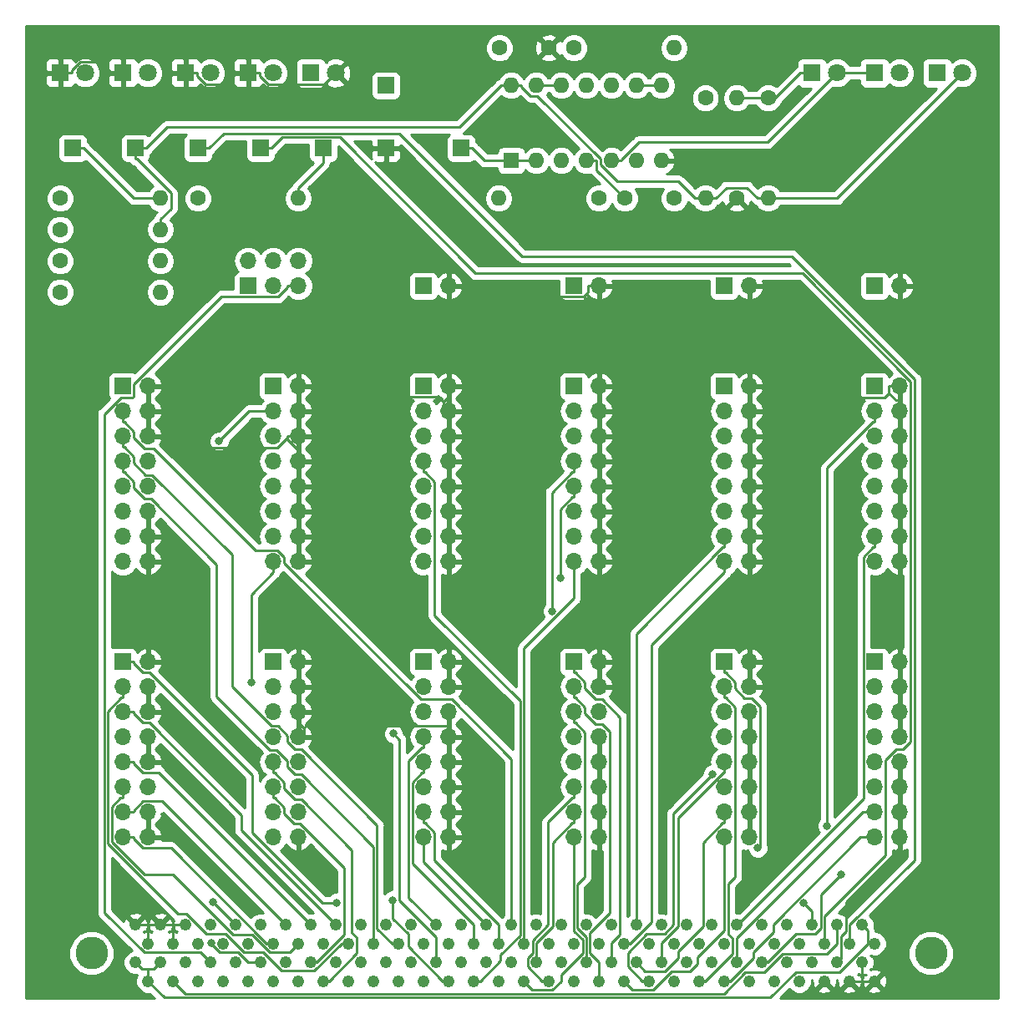
<source format=gbr>
G04 #@! TF.GenerationSoftware,KiCad,Pcbnew,(5.0.1)-3*
G04 #@! TF.CreationDate,2018-11-20T12:14:10-07:00*
G04 #@! TF.ProjectId,MiniSys-Breakout,4D696E695379732D427265616B6F7574,rev?*
G04 #@! TF.SameCoordinates,Original*
G04 #@! TF.FileFunction,Copper,L1,Top,Signal*
G04 #@! TF.FilePolarity,Positive*
%FSLAX46Y46*%
G04 Gerber Fmt 4.6, Leading zero omitted, Abs format (unit mm)*
G04 Created by KiCad (PCBNEW (5.0.1)-3) date 11/20/2018 12:14:10 PM*
%MOMM*%
%LPD*%
G01*
G04 APERTURE LIST*
G04 #@! TA.AperFunction,ComponentPad*
%ADD10C,1.219200*%
G04 #@! TD*
G04 #@! TA.AperFunction,ComponentPad*
%ADD11C,3.314700*%
G04 #@! TD*
G04 #@! TA.AperFunction,ComponentPad*
%ADD12R,1.700000X1.700000*%
G04 #@! TD*
G04 #@! TA.AperFunction,ComponentPad*
%ADD13C,1.600000*%
G04 #@! TD*
G04 #@! TA.AperFunction,ComponentPad*
%ADD14O,1.600000X1.600000*%
G04 #@! TD*
G04 #@! TA.AperFunction,ComponentPad*
%ADD15R,1.600000X1.600000*%
G04 #@! TD*
G04 #@! TA.AperFunction,ComponentPad*
%ADD16R,1.800000X1.800000*%
G04 #@! TD*
G04 #@! TA.AperFunction,ComponentPad*
%ADD17C,1.800000*%
G04 #@! TD*
G04 #@! TA.AperFunction,ComponentPad*
%ADD18O,1.700000X1.700000*%
G04 #@! TD*
G04 #@! TA.AperFunction,ViaPad*
%ADD19C,0.800000*%
G04 #@! TD*
G04 #@! TA.AperFunction,Conductor*
%ADD20C,0.250000*%
G04 #@! TD*
G04 #@! TA.AperFunction,Conductor*
%ADD21C,0.254000*%
G04 #@! TD*
G04 APERTURE END LIST*
D10*
G04 #@! TO.P,J1,1*
G04 #@! TO.N,GND*
X111760000Y-122555000D03*
G04 #@! TO.P,J1,2*
X110490000Y-120650000D03*
G04 #@! TO.P,J1,3*
X109220000Y-122555000D03*
G04 #@! TO.P,J1,4*
X107950000Y-120650000D03*
G04 #@! TO.P,J1,5*
X106680000Y-122555000D03*
G04 #@! TO.P,J1,6*
G04 #@! TO.N,/A23*
X105410000Y-120650000D03*
G04 #@! TO.P,J1,7*
G04 #@! TO.N,/A22*
X104140000Y-122555000D03*
G04 #@! TO.P,J1,8*
G04 #@! TO.N,/A21*
X102870000Y-120650000D03*
G04 #@! TO.P,J1,9*
G04 #@! TO.N,/A20*
X101600000Y-122555000D03*
G04 #@! TO.P,J1,10*
G04 #@! TO.N,/A19*
X100330000Y-120650000D03*
G04 #@! TO.P,J1,11*
G04 #@! TO.N,/A18*
X99060000Y-122555000D03*
G04 #@! TO.P,J1,12*
G04 #@! TO.N,/A17*
X97790000Y-120650000D03*
G04 #@! TO.P,J1,13*
G04 #@! TO.N,/A16*
X96520000Y-122555000D03*
G04 #@! TO.P,J1,14*
G04 #@! TO.N,/A15*
X95250000Y-120650000D03*
G04 #@! TO.P,J1,15*
G04 #@! TO.N,/A14*
X93980000Y-122555000D03*
G04 #@! TO.P,J1,16*
G04 #@! TO.N,/A13*
X92710000Y-120650000D03*
G04 #@! TO.P,J1,17*
G04 #@! TO.N,/A12*
X91440000Y-122555000D03*
G04 #@! TO.P,J1,18*
G04 #@! TO.N,/A11*
X90170000Y-120650000D03*
G04 #@! TO.P,J1,19*
G04 #@! TO.N,/A10*
X88900000Y-122555000D03*
G04 #@! TO.P,J1,20*
G04 #@! TO.N,/A9*
X87630000Y-120650000D03*
G04 #@! TO.P,J1,21*
G04 #@! TO.N,/A8*
X86360000Y-122555000D03*
G04 #@! TO.P,J1,22*
G04 #@! TO.N,/A7*
X85090000Y-120650000D03*
G04 #@! TO.P,J1,23*
G04 #@! TO.N,/A6*
X83820000Y-122555000D03*
G04 #@! TO.P,J1,24*
G04 #@! TO.N,/A5*
X82550000Y-120650000D03*
G04 #@! TO.P,J1,25*
G04 #@! TO.N,/A4*
X81280000Y-122555000D03*
G04 #@! TO.P,J1,26*
G04 #@! TO.N,/A3*
X80010000Y-120650000D03*
G04 #@! TO.P,J1,27*
G04 #@! TO.N,/A2*
X78740000Y-122555000D03*
G04 #@! TO.P,J1,28*
G04 #@! TO.N,/A1*
X77470000Y-120650000D03*
G04 #@! TO.P,J1,29*
G04 #@! TO.N,/A0*
X76200000Y-122555000D03*
G04 #@! TO.P,J1,30*
G04 #@! TO.N,/~IOR*
X74930000Y-120650000D03*
G04 #@! TO.P,J1,31*
G04 #@! TO.N,/~IOW*
X73660000Y-122555000D03*
G04 #@! TO.P,J1,32*
G04 #@! TO.N,/~MEMR*
X72390000Y-120650000D03*
G04 #@! TO.P,J1,33*
G04 #@! TO.N,/~MEMW*
X71120000Y-122555000D03*
G04 #@! TO.P,J1,34*
G04 #@! TO.N,/~MOVL*
X69850000Y-120650000D03*
G04 #@! TO.P,J1,35*
G04 #@! TO.N,/~IO16*
X68580000Y-122555000D03*
G04 #@! TO.P,J1,36*
G04 #@! TO.N,/~M16*
X67310000Y-120650000D03*
G04 #@! TO.P,J1,37*
G04 #@! TO.N,/~BHE*
X66040000Y-122555000D03*
G04 #@! TO.P,J1,38*
G04 #@! TO.N,/CLK1*
X64770000Y-120650000D03*
G04 #@! TO.P,J1,39*
G04 #@! TO.N,/CLK2*
X63500000Y-122555000D03*
G04 #@! TO.P,J1,40*
G04 #@! TO.N,/CLK3*
X62230000Y-120650000D03*
G04 #@! TO.P,J1,41*
G04 #@! TO.N,/CLK4*
X60960000Y-122555000D03*
G04 #@! TO.P,J1,42*
G04 #@! TO.N,/~IRQ14*
X59690000Y-120650000D03*
G04 #@! TO.P,J1,43*
G04 #@! TO.N,/~IRQ13*
X58420000Y-122555000D03*
G04 #@! TO.P,J1,44*
G04 #@! TO.N,/~IRQ12*
X57150000Y-120650000D03*
G04 #@! TO.P,J1,45*
G04 #@! TO.N,/~IRQ11*
X55880000Y-122555000D03*
G04 #@! TO.P,J1,46*
G04 #@! TO.N,/~IRQ10*
X54610000Y-120650000D03*
G04 #@! TO.P,J1,47*
G04 #@! TO.N,/~IRQ9*
X53340000Y-122555000D03*
G04 #@! TO.P,J1,48*
G04 #@! TO.N,/~IRQ8*
X52070000Y-120650000D03*
G04 #@! TO.P,J1,49*
G04 #@! TO.N,/SPR1*
X50800000Y-122555000D03*
G04 #@! TO.P,J1,50*
G04 #@! TO.N,/SPR2*
X49530000Y-120650000D03*
G04 #@! TO.P,J1,51*
G04 #@! TO.N,/SPR3*
X48260000Y-122555000D03*
G04 #@! TO.P,J1,52*
G04 #@! TO.N,/SPR4*
X46990000Y-120650000D03*
G04 #@! TO.P,J1,53*
G04 #@! TO.N,/SPR5*
X45720000Y-122555000D03*
G04 #@! TO.P,J1,54*
G04 #@! TO.N,/SPR6*
X44450000Y-120650000D03*
G04 #@! TO.P,J1,55*
G04 #@! TO.N,/VBAT*
X43180000Y-122555000D03*
G04 #@! TO.P,J1,56*
G04 #@! TO.N,-12V*
X41910000Y-120650000D03*
G04 #@! TO.P,J1,57*
G04 #@! TO.N,+3V3*
X40640000Y-122555000D03*
G04 #@! TO.P,J1,58*
G04 #@! TO.N,+5V*
X39370000Y-120650000D03*
G04 #@! TO.P,J1,59*
X38100000Y-122555000D03*
G04 #@! TO.P,J1,60*
X36830000Y-120650000D03*
G04 #@! TO.P,J1,61*
X111760000Y-118745000D03*
G04 #@! TO.P,J1,62*
X110490000Y-116840000D03*
G04 #@! TO.P,J1,63*
G04 #@! TO.N,/+5VSB*
X109220000Y-118745000D03*
G04 #@! TO.P,J1,64*
G04 #@! TO.N,+3V3*
X107950000Y-116840000D03*
G04 #@! TO.P,J1,65*
G04 #@! TO.N,+12V*
X106680000Y-118745000D03*
G04 #@! TO.P,J1,66*
G04 #@! TO.N,/D15*
X105410000Y-116840000D03*
G04 #@! TO.P,J1,67*
G04 #@! TO.N,/D14*
X104140000Y-118745000D03*
G04 #@! TO.P,J1,68*
G04 #@! TO.N,/D13*
X102870000Y-116840000D03*
G04 #@! TO.P,J1,69*
G04 #@! TO.N,/D12*
X101600000Y-118745000D03*
G04 #@! TO.P,J1,70*
G04 #@! TO.N,/D11*
X100330000Y-116840000D03*
G04 #@! TO.P,J1,71*
G04 #@! TO.N,/D10*
X99060000Y-118745000D03*
G04 #@! TO.P,J1,72*
G04 #@! TO.N,/D9*
X97790000Y-116840000D03*
G04 #@! TO.P,J1,73*
G04 #@! TO.N,/D8*
X96520000Y-118745000D03*
G04 #@! TO.P,J1,74*
G04 #@! TO.N,/D7*
X95250000Y-116840000D03*
G04 #@! TO.P,J1,75*
G04 #@! TO.N,/D6*
X93980000Y-118745000D03*
G04 #@! TO.P,J1,76*
G04 #@! TO.N,/D5*
X92710000Y-116840000D03*
G04 #@! TO.P,J1,77*
G04 #@! TO.N,/D4*
X91440000Y-118745000D03*
G04 #@! TO.P,J1,78*
G04 #@! TO.N,/D3*
X90170000Y-116840000D03*
G04 #@! TO.P,J1,79*
G04 #@! TO.N,/D2*
X88900000Y-118745000D03*
G04 #@! TO.P,J1,80*
G04 #@! TO.N,/D1*
X87630000Y-116840000D03*
G04 #@! TO.P,J1,81*
G04 #@! TO.N,/D0*
X86360000Y-118745000D03*
G04 #@! TO.P,J1,82*
G04 #@! TO.N,/~HOLD*
X85090000Y-116840000D03*
G04 #@! TO.P,J1,83*
G04 #@! TO.N,/~HLDA*
X83820000Y-118745000D03*
G04 #@! TO.P,J1,84*
G04 #@! TO.N,/~M1*
X82550000Y-116840000D03*
G04 #@! TO.P,J1,85*
G04 #@! TO.N,/~RFSH*
X81280000Y-118745000D03*
G04 #@! TO.P,J1,86*
G04 #@! TO.N,/~IOWT*
X80010000Y-116840000D03*
G04 #@! TO.P,J1,87*
G04 #@! TO.N,/~MWT*
X78740000Y-118745000D03*
G04 #@! TO.P,J1,88*
G04 #@! TO.N,/~EOP*
X77470000Y-116840000D03*
G04 #@! TO.P,J1,89*
G04 #@! TO.N,/~MASTER*
X76200000Y-118745000D03*
G04 #@! TO.P,J1,90*
G04 #@! TO.N,/~AEN*
X74930000Y-116840000D03*
G04 #@! TO.P,J1,91*
G04 #@! TO.N,/~DRQ0*
X73660000Y-118745000D03*
G04 #@! TO.P,J1,92*
G04 #@! TO.N,/~DACK0*
X72390000Y-116840000D03*
G04 #@! TO.P,J1,93*
G04 #@! TO.N,/~DRQ1*
X71120000Y-118745000D03*
G04 #@! TO.P,J1,94*
G04 #@! TO.N,/~DACK1*
X69850000Y-116840000D03*
G04 #@! TO.P,J1,95*
G04 #@! TO.N,/~DRQ2*
X68580000Y-118745000D03*
G04 #@! TO.P,J1,96*
G04 #@! TO.N,/~DACK2*
X67310000Y-116840000D03*
G04 #@! TO.P,J1,97*
G04 #@! TO.N,/~DRQ3*
X66040000Y-118745000D03*
G04 #@! TO.P,J1,98*
G04 #@! TO.N,/~DACK3*
X64770000Y-116840000D03*
G04 #@! TO.P,J1,99*
G04 #@! TO.N,/~NMI*
X63500000Y-118745000D03*
G04 #@! TO.P,J1,100*
G04 #@! TO.N,/~INT*
X62230000Y-116840000D03*
G04 #@! TO.P,J1,101*
G04 #@! TO.N,/~INTA*
X60960000Y-118745000D03*
G04 #@! TO.P,J1,102*
G04 #@! TO.N,/~IRQ7*
X59690000Y-116840000D03*
G04 #@! TO.P,J1,103*
G04 #@! TO.N,/~IRQ6*
X58420000Y-118745000D03*
G04 #@! TO.P,J1,104*
G04 #@! TO.N,/~IRQ5*
X57150000Y-116840000D03*
G04 #@! TO.P,J1,105*
G04 #@! TO.N,/~IRQ4*
X55880000Y-118745000D03*
G04 #@! TO.P,J1,106*
G04 #@! TO.N,/~IRQ3*
X54610000Y-116840000D03*
G04 #@! TO.P,J1,107*
G04 #@! TO.N,/~IRQ2*
X53340000Y-118745000D03*
G04 #@! TO.P,J1,108*
G04 #@! TO.N,/~IRQ1*
X52070000Y-116840000D03*
G04 #@! TO.P,J1,109*
G04 #@! TO.N,/~IRQ0*
X50800000Y-118745000D03*
G04 #@! TO.P,J1,110*
G04 #@! TO.N,/SPR7*
X49530000Y-116840000D03*
G04 #@! TO.P,J1,111*
G04 #@! TO.N,/SPR8*
X48260000Y-118745000D03*
G04 #@! TO.P,J1,112*
G04 #@! TO.N,/SPR9*
X46990000Y-116840000D03*
G04 #@! TO.P,J1,113*
G04 #@! TO.N,/SDA*
X45720000Y-118745000D03*
G04 #@! TO.P,J1,114*
G04 #@! TO.N,/SCL*
X44450000Y-116840000D03*
G04 #@! TO.P,J1,115*
G04 #@! TO.N,/~RESET*
X43180000Y-118745000D03*
G04 #@! TO.P,J1,116*
G04 #@! TO.N,GND*
X41910000Y-116840000D03*
G04 #@! TO.P,J1,117*
X40640000Y-118745000D03*
G04 #@! TO.P,J1,118*
X39370000Y-116840000D03*
G04 #@! TO.P,J1,119*
X38100000Y-118745000D03*
G04 #@! TO.P,J1,120*
X36830000Y-116840000D03*
D11*
G04 #@! TO.P,J1,121*
G04 #@! TO.N,N/C*
X32385000Y-119710200D03*
G04 #@! TO.P,J1,122*
X117475000Y-119710200D03*
G04 #@! TD*
D12*
G04 #@! TO.P,J26,1*
G04 #@! TO.N,/+5VSB*
X43180000Y-38100000D03*
G04 #@! TD*
D13*
G04 #@! TO.P,C1,1*
G04 #@! TO.N,Net-(C1-Pad1)*
X91440000Y-43180000D03*
G04 #@! TO.P,C1,2*
G04 #@! TO.N,Net-(C1-Pad2)*
X86440000Y-43180000D03*
G04 #@! TD*
G04 #@! TO.P,C2,2*
G04 #@! TO.N,GND*
X78740000Y-27940000D03*
G04 #@! TO.P,C2,1*
G04 #@! TO.N,+5V*
X73740000Y-27940000D03*
G04 #@! TD*
D14*
G04 #@! TO.P,U1,14*
G04 #@! TO.N,+5V*
X74930000Y-31750000D03*
G04 #@! TO.P,U1,7*
G04 #@! TO.N,GND*
X90170000Y-39370000D03*
G04 #@! TO.P,U1,13*
G04 #@! TO.N,Net-(U1-Pad10)*
X77470000Y-31750000D03*
G04 #@! TO.P,U1,6*
X87630000Y-39370000D03*
G04 #@! TO.P,U1,12*
X80010000Y-31750000D03*
G04 #@! TO.P,U1,5*
G04 #@! TO.N,Net-(D1-Pad1)*
X85090000Y-39370000D03*
G04 #@! TO.P,U1,11*
G04 #@! TO.N,Net-(R5-Pad1)*
X82550000Y-31750000D03*
G04 #@! TO.P,U1,4*
G04 #@! TO.N,Net-(C1-Pad2)*
X82550000Y-39370000D03*
G04 #@! TO.P,U1,10*
G04 #@! TO.N,Net-(U1-Pad10)*
X85090000Y-31750000D03*
G04 #@! TO.P,U1,3*
G04 #@! TO.N,Net-(D1-Pad1)*
X80010000Y-39370000D03*
G04 #@! TO.P,U1,9*
G04 #@! TO.N,Net-(C1-Pad1)*
X87630000Y-31750000D03*
G04 #@! TO.P,U1,2*
G04 #@! TO.N,Net-(J7-Pad1)*
X77470000Y-39370000D03*
G04 #@! TO.P,U1,8*
G04 #@! TO.N,Net-(C1-Pad1)*
X90170000Y-31750000D03*
D15*
G04 #@! TO.P,U1,1*
G04 #@! TO.N,Net-(J7-Pad1)*
X74930000Y-39370000D03*
G04 #@! TD*
D16*
G04 #@! TO.P,D7,1*
G04 #@! TO.N,Net-(D7-Pad1)*
X54610000Y-30480000D03*
D17*
G04 #@! TO.P,D7,2*
G04 #@! TO.N,GND*
X57150000Y-30480000D03*
G04 #@! TD*
G04 #@! TO.P,D6,2*
G04 #@! TO.N,Net-(D6-Pad2)*
X38100000Y-30480000D03*
D16*
G04 #@! TO.P,D6,1*
G04 #@! TO.N,GND*
X35560000Y-30480000D03*
G04 #@! TD*
G04 #@! TO.P,D5,1*
G04 #@! TO.N,GND*
X48260000Y-30480000D03*
D17*
G04 #@! TO.P,D5,2*
G04 #@! TO.N,Net-(D5-Pad2)*
X50800000Y-30480000D03*
G04 #@! TD*
G04 #@! TO.P,D4,2*
G04 #@! TO.N,Net-(D4-Pad2)*
X31750000Y-30480000D03*
D16*
G04 #@! TO.P,D4,1*
G04 #@! TO.N,GND*
X29210000Y-30480000D03*
G04 #@! TD*
G04 #@! TO.P,D3,1*
G04 #@! TO.N,Net-(D3-Pad1)*
X118110000Y-30480000D03*
D17*
G04 #@! TO.P,D3,2*
G04 #@! TO.N,+5V*
X120650000Y-30480000D03*
G04 #@! TD*
G04 #@! TO.P,D2,2*
G04 #@! TO.N,Net-(D1-Pad1)*
X107950000Y-30480000D03*
D16*
G04 #@! TO.P,D2,1*
G04 #@! TO.N,Net-(D1-Pad2)*
X105410000Y-30480000D03*
G04 #@! TD*
G04 #@! TO.P,D1,1*
G04 #@! TO.N,Net-(D1-Pad1)*
X111760000Y-30480000D03*
D17*
G04 #@! TO.P,D1,2*
G04 #@! TO.N,Net-(D1-Pad2)*
X114300000Y-30480000D03*
G04 #@! TD*
G04 #@! TO.P,D8,2*
G04 #@! TO.N,Net-(D8-Pad2)*
X44450000Y-30480000D03*
D16*
G04 #@! TO.P,D8,1*
G04 #@! TO.N,GND*
X41910000Y-30480000D03*
G04 #@! TD*
D12*
G04 #@! TO.P,J15,1*
G04 #@! TO.N,/VBAT*
X62230000Y-31750000D03*
G04 #@! TD*
G04 #@! TO.P,J7,1*
G04 #@! TO.N,Net-(J7-Pad1)*
X69850000Y-38100000D03*
G04 #@! TD*
G04 #@! TO.P,J8,1*
G04 #@! TO.N,+12V*
X49530000Y-38100000D03*
G04 #@! TD*
G04 #@! TO.P,J9,1*
G04 #@! TO.N,+3V3*
X30480000Y-38100000D03*
G04 #@! TD*
G04 #@! TO.P,J10,1*
G04 #@! TO.N,-12V*
X55880000Y-38100000D03*
G04 #@! TD*
G04 #@! TO.P,J14,1*
G04 #@! TO.N,+5V*
X36830000Y-38100000D03*
G04 #@! TD*
G04 #@! TO.P,J2,1*
G04 #@! TO.N,GND*
X62230000Y-38100000D03*
G04 #@! TD*
G04 #@! TO.P,J21,1*
G04 #@! TO.N,/CLK4*
X111760000Y-52070000D03*
D18*
G04 #@! TO.P,J21,2*
G04 #@! TO.N,GND*
X114300000Y-52070000D03*
G04 #@! TD*
G04 #@! TO.P,J18,2*
G04 #@! TO.N,GND*
X99060000Y-52070000D03*
D12*
G04 #@! TO.P,J18,1*
G04 #@! TO.N,/CLK3*
X96520000Y-52070000D03*
G04 #@! TD*
G04 #@! TO.P,J5,1*
G04 #@! TO.N,/CLK1*
X66040000Y-52070000D03*
D18*
G04 #@! TO.P,J5,2*
G04 #@! TO.N,GND*
X68580000Y-52070000D03*
G04 #@! TD*
G04 #@! TO.P,J13,2*
G04 #@! TO.N,GND*
X83820000Y-52070000D03*
D12*
G04 #@! TO.P,J13,1*
G04 #@! TO.N,/CLK2*
X81280000Y-52070000D03*
G04 #@! TD*
D18*
G04 #@! TO.P,J6,6*
G04 #@! TO.N,Net-(J25-Pad11)*
X53340000Y-49530000D03*
G04 #@! TO.P,J6,5*
G04 #@! TO.N,/SPR6*
X53340000Y-52070000D03*
G04 #@! TO.P,J6,4*
G04 #@! TO.N,Net-(J25-Pad9)*
X50800000Y-49530000D03*
G04 #@! TO.P,J6,3*
G04 #@! TO.N,/SPR5*
X50800000Y-52070000D03*
G04 #@! TO.P,J6,2*
G04 #@! TO.N,Net-(J25-Pad7)*
X48260000Y-49530000D03*
D12*
G04 #@! TO.P,J6,1*
G04 #@! TO.N,/SPR4*
X48260000Y-52070000D03*
G04 #@! TD*
G04 #@! TO.P,J23,1*
G04 #@! TO.N,/SPR9*
X35560000Y-62230000D03*
D18*
G04 #@! TO.P,J23,2*
G04 #@! TO.N,GND*
X38100000Y-62230000D03*
G04 #@! TO.P,J23,3*
G04 #@! TO.N,/~AEN*
X35560000Y-64770000D03*
G04 #@! TO.P,J23,4*
G04 #@! TO.N,GND*
X38100000Y-64770000D03*
G04 #@! TO.P,J23,5*
G04 #@! TO.N,/~NMI*
X35560000Y-67310000D03*
G04 #@! TO.P,J23,6*
G04 #@! TO.N,GND*
X38100000Y-67310000D03*
G04 #@! TO.P,J23,7*
G04 #@! TO.N,/~INTA*
X35560000Y-69850000D03*
G04 #@! TO.P,J23,8*
G04 #@! TO.N,GND*
X38100000Y-69850000D03*
G04 #@! TO.P,J23,9*
G04 #@! TO.N,/SDA*
X35560000Y-72390000D03*
G04 #@! TO.P,J23,10*
G04 #@! TO.N,GND*
X38100000Y-72390000D03*
G04 #@! TO.P,J23,11*
G04 #@! TO.N,/SCL*
X35560000Y-74930000D03*
G04 #@! TO.P,J23,12*
G04 #@! TO.N,GND*
X38100000Y-74930000D03*
G04 #@! TO.P,J23,13*
G04 #@! TO.N,/~RESET*
X35560000Y-77470000D03*
G04 #@! TO.P,J23,14*
G04 #@! TO.N,GND*
X38100000Y-77470000D03*
G04 #@! TO.P,J23,15*
G04 #@! TO.N,Net-(J23-Pad15)*
X35560000Y-80010000D03*
G04 #@! TO.P,J23,16*
G04 #@! TO.N,GND*
X38100000Y-80010000D03*
G04 #@! TD*
G04 #@! TO.P,J16,16*
G04 #@! TO.N,GND*
X83820000Y-107950000D03*
G04 #@! TO.P,J16,15*
G04 #@! TO.N,/A0*
X81280000Y-107950000D03*
G04 #@! TO.P,J16,14*
G04 #@! TO.N,GND*
X83820000Y-105410000D03*
G04 #@! TO.P,J16,13*
G04 #@! TO.N,/A1*
X81280000Y-105410000D03*
G04 #@! TO.P,J16,12*
G04 #@! TO.N,GND*
X83820000Y-102870000D03*
G04 #@! TO.P,J16,11*
G04 #@! TO.N,/A2*
X81280000Y-102870000D03*
G04 #@! TO.P,J16,10*
G04 #@! TO.N,GND*
X83820000Y-100330000D03*
G04 #@! TO.P,J16,9*
G04 #@! TO.N,/A3*
X81280000Y-100330000D03*
G04 #@! TO.P,J16,8*
G04 #@! TO.N,GND*
X83820000Y-97790000D03*
G04 #@! TO.P,J16,7*
G04 #@! TO.N,/A4*
X81280000Y-97790000D03*
G04 #@! TO.P,J16,6*
G04 #@! TO.N,GND*
X83820000Y-95250000D03*
G04 #@! TO.P,J16,5*
G04 #@! TO.N,/A5*
X81280000Y-95250000D03*
G04 #@! TO.P,J16,4*
G04 #@! TO.N,GND*
X83820000Y-92710000D03*
G04 #@! TO.P,J16,3*
G04 #@! TO.N,/A6*
X81280000Y-92710000D03*
G04 #@! TO.P,J16,2*
G04 #@! TO.N,GND*
X83820000Y-90170000D03*
D12*
G04 #@! TO.P,J16,1*
G04 #@! TO.N,/A7*
X81280000Y-90170000D03*
G04 #@! TD*
G04 #@! TO.P,J17,1*
G04 #@! TO.N,/~INT*
X50800000Y-90170000D03*
D18*
G04 #@! TO.P,J17,2*
G04 #@! TO.N,GND*
X53340000Y-90170000D03*
G04 #@! TO.P,J17,3*
G04 #@! TO.N,/~IRQ14*
X50800000Y-92710000D03*
G04 #@! TO.P,J17,4*
G04 #@! TO.N,GND*
X53340000Y-92710000D03*
G04 #@! TO.P,J17,5*
G04 #@! TO.N,/~IRQ13*
X50800000Y-95250000D03*
G04 #@! TO.P,J17,6*
G04 #@! TO.N,GND*
X53340000Y-95250000D03*
G04 #@! TO.P,J17,7*
G04 #@! TO.N,/~IRQ12*
X50800000Y-97790000D03*
G04 #@! TO.P,J17,8*
G04 #@! TO.N,GND*
X53340000Y-97790000D03*
G04 #@! TO.P,J17,9*
G04 #@! TO.N,/~IRQ11*
X50800000Y-100330000D03*
G04 #@! TO.P,J17,10*
G04 #@! TO.N,GND*
X53340000Y-100330000D03*
G04 #@! TO.P,J17,11*
G04 #@! TO.N,/~IRQ10*
X50800000Y-102870000D03*
G04 #@! TO.P,J17,12*
G04 #@! TO.N,GND*
X53340000Y-102870000D03*
G04 #@! TO.P,J17,13*
G04 #@! TO.N,/~IRQ9*
X50800000Y-105410000D03*
G04 #@! TO.P,J17,14*
G04 #@! TO.N,GND*
X53340000Y-105410000D03*
G04 #@! TO.P,J17,15*
G04 #@! TO.N,/~IRQ8*
X50800000Y-107950000D03*
G04 #@! TO.P,J17,16*
G04 #@! TO.N,GND*
X53340000Y-107950000D03*
G04 #@! TD*
G04 #@! TO.P,J19,16*
G04 #@! TO.N,GND*
X114300000Y-80010000D03*
G04 #@! TO.P,J19,15*
G04 #@! TO.N,/D8*
X111760000Y-80010000D03*
G04 #@! TO.P,J19,14*
G04 #@! TO.N,GND*
X114300000Y-77470000D03*
G04 #@! TO.P,J19,13*
G04 #@! TO.N,/D9*
X111760000Y-77470000D03*
G04 #@! TO.P,J19,12*
G04 #@! TO.N,GND*
X114300000Y-74930000D03*
G04 #@! TO.P,J19,11*
G04 #@! TO.N,/D10*
X111760000Y-74930000D03*
G04 #@! TO.P,J19,10*
G04 #@! TO.N,GND*
X114300000Y-72390000D03*
G04 #@! TO.P,J19,9*
G04 #@! TO.N,/D11*
X111760000Y-72390000D03*
G04 #@! TO.P,J19,8*
G04 #@! TO.N,GND*
X114300000Y-69850000D03*
G04 #@! TO.P,J19,7*
G04 #@! TO.N,/D12*
X111760000Y-69850000D03*
G04 #@! TO.P,J19,6*
G04 #@! TO.N,GND*
X114300000Y-67310000D03*
G04 #@! TO.P,J19,5*
G04 #@! TO.N,/D13*
X111760000Y-67310000D03*
G04 #@! TO.P,J19,4*
G04 #@! TO.N,GND*
X114300000Y-64770000D03*
G04 #@! TO.P,J19,3*
G04 #@! TO.N,/D14*
X111760000Y-64770000D03*
G04 #@! TO.P,J19,2*
G04 #@! TO.N,GND*
X114300000Y-62230000D03*
D12*
G04 #@! TO.P,J19,1*
G04 #@! TO.N,/D15*
X111760000Y-62230000D03*
G04 #@! TD*
G04 #@! TO.P,J12,1*
G04 #@! TO.N,/~DRQ3*
X66040000Y-90170000D03*
D18*
G04 #@! TO.P,J12,2*
G04 #@! TO.N,GND*
X68580000Y-90170000D03*
G04 #@! TO.P,J12,3*
G04 #@! TO.N,/~DACK3*
X66040000Y-92710000D03*
G04 #@! TO.P,J12,4*
G04 #@! TO.N,GND*
X68580000Y-92710000D03*
G04 #@! TO.P,J12,5*
G04 #@! TO.N,/~DRQ2*
X66040000Y-95250000D03*
G04 #@! TO.P,J12,6*
G04 #@! TO.N,GND*
X68580000Y-95250000D03*
G04 #@! TO.P,J12,7*
G04 #@! TO.N,/~DACK2*
X66040000Y-97790000D03*
G04 #@! TO.P,J12,8*
G04 #@! TO.N,GND*
X68580000Y-97790000D03*
G04 #@! TO.P,J12,9*
G04 #@! TO.N,/~DRQ1*
X66040000Y-100330000D03*
G04 #@! TO.P,J12,10*
G04 #@! TO.N,GND*
X68580000Y-100330000D03*
G04 #@! TO.P,J12,11*
G04 #@! TO.N,/~DACK1*
X66040000Y-102870000D03*
G04 #@! TO.P,J12,12*
G04 #@! TO.N,GND*
X68580000Y-102870000D03*
G04 #@! TO.P,J12,13*
G04 #@! TO.N,/~DRQ0*
X66040000Y-105410000D03*
G04 #@! TO.P,J12,14*
G04 #@! TO.N,GND*
X68580000Y-105410000D03*
G04 #@! TO.P,J12,15*
G04 #@! TO.N,/~DACK0*
X66040000Y-107950000D03*
G04 #@! TO.P,J12,16*
G04 #@! TO.N,GND*
X68580000Y-107950000D03*
G04 #@! TD*
G04 #@! TO.P,J11,16*
G04 #@! TO.N,GND*
X99060000Y-107950000D03*
G04 #@! TO.P,J11,15*
G04 #@! TO.N,/A8*
X96520000Y-107950000D03*
G04 #@! TO.P,J11,14*
G04 #@! TO.N,GND*
X99060000Y-105410000D03*
G04 #@! TO.P,J11,13*
G04 #@! TO.N,/A9*
X96520000Y-105410000D03*
G04 #@! TO.P,J11,12*
G04 #@! TO.N,GND*
X99060000Y-102870000D03*
G04 #@! TO.P,J11,11*
G04 #@! TO.N,/A10*
X96520000Y-102870000D03*
G04 #@! TO.P,J11,10*
G04 #@! TO.N,GND*
X99060000Y-100330000D03*
G04 #@! TO.P,J11,9*
G04 #@! TO.N,/A11*
X96520000Y-100330000D03*
G04 #@! TO.P,J11,8*
G04 #@! TO.N,GND*
X99060000Y-97790000D03*
G04 #@! TO.P,J11,7*
G04 #@! TO.N,/A12*
X96520000Y-97790000D03*
G04 #@! TO.P,J11,6*
G04 #@! TO.N,GND*
X99060000Y-95250000D03*
G04 #@! TO.P,J11,5*
G04 #@! TO.N,/A13*
X96520000Y-95250000D03*
G04 #@! TO.P,J11,4*
G04 #@! TO.N,GND*
X99060000Y-92710000D03*
G04 #@! TO.P,J11,3*
G04 #@! TO.N,/A14*
X96520000Y-92710000D03*
G04 #@! TO.P,J11,2*
G04 #@! TO.N,GND*
X99060000Y-90170000D03*
D12*
G04 #@! TO.P,J11,1*
G04 #@! TO.N,/A15*
X96520000Y-90170000D03*
G04 #@! TD*
G04 #@! TO.P,J22,1*
G04 #@! TO.N,/D7*
X96520000Y-62230000D03*
D18*
G04 #@! TO.P,J22,2*
G04 #@! TO.N,GND*
X99060000Y-62230000D03*
G04 #@! TO.P,J22,3*
G04 #@! TO.N,/D6*
X96520000Y-64770000D03*
G04 #@! TO.P,J22,4*
G04 #@! TO.N,GND*
X99060000Y-64770000D03*
G04 #@! TO.P,J22,5*
G04 #@! TO.N,/D5*
X96520000Y-67310000D03*
G04 #@! TO.P,J22,6*
G04 #@! TO.N,GND*
X99060000Y-67310000D03*
G04 #@! TO.P,J22,7*
G04 #@! TO.N,/D4*
X96520000Y-69850000D03*
G04 #@! TO.P,J22,8*
G04 #@! TO.N,GND*
X99060000Y-69850000D03*
G04 #@! TO.P,J22,9*
G04 #@! TO.N,/D3*
X96520000Y-72390000D03*
G04 #@! TO.P,J22,10*
G04 #@! TO.N,GND*
X99060000Y-72390000D03*
G04 #@! TO.P,J22,11*
G04 #@! TO.N,/D2*
X96520000Y-74930000D03*
G04 #@! TO.P,J22,12*
G04 #@! TO.N,GND*
X99060000Y-74930000D03*
G04 #@! TO.P,J22,13*
G04 #@! TO.N,/D1*
X96520000Y-77470000D03*
G04 #@! TO.P,J22,14*
G04 #@! TO.N,GND*
X99060000Y-77470000D03*
G04 #@! TO.P,J22,15*
G04 #@! TO.N,/D0*
X96520000Y-80010000D03*
G04 #@! TO.P,J22,16*
G04 #@! TO.N,GND*
X99060000Y-80010000D03*
G04 #@! TD*
G04 #@! TO.P,J24,16*
G04 #@! TO.N,GND*
X68580000Y-80010000D03*
G04 #@! TO.P,J24,15*
G04 #@! TO.N,/~BHE*
X66040000Y-80010000D03*
G04 #@! TO.P,J24,14*
G04 #@! TO.N,GND*
X68580000Y-77470000D03*
G04 #@! TO.P,J24,13*
G04 #@! TO.N,/~M16*
X66040000Y-77470000D03*
G04 #@! TO.P,J24,12*
G04 #@! TO.N,GND*
X68580000Y-74930000D03*
G04 #@! TO.P,J24,11*
G04 #@! TO.N,/~IO16*
X66040000Y-74930000D03*
G04 #@! TO.P,J24,10*
G04 #@! TO.N,GND*
X68580000Y-72390000D03*
G04 #@! TO.P,J24,9*
G04 #@! TO.N,/~MOVL*
X66040000Y-72390000D03*
G04 #@! TO.P,J24,8*
G04 #@! TO.N,GND*
X68580000Y-69850000D03*
G04 #@! TO.P,J24,7*
G04 #@! TO.N,/~MEMW*
X66040000Y-69850000D03*
G04 #@! TO.P,J24,6*
G04 #@! TO.N,GND*
X68580000Y-67310000D03*
G04 #@! TO.P,J24,5*
G04 #@! TO.N,/~MEMR*
X66040000Y-67310000D03*
G04 #@! TO.P,J24,4*
G04 #@! TO.N,GND*
X68580000Y-64770000D03*
G04 #@! TO.P,J24,3*
G04 #@! TO.N,/~IOW*
X66040000Y-64770000D03*
G04 #@! TO.P,J24,2*
G04 #@! TO.N,GND*
X68580000Y-62230000D03*
D12*
G04 #@! TO.P,J24,1*
G04 #@! TO.N,/~IOR*
X66040000Y-62230000D03*
G04 #@! TD*
D18*
G04 #@! TO.P,J25,16*
G04 #@! TO.N,GND*
X53340000Y-80010000D03*
G04 #@! TO.P,J25,15*
G04 #@! TO.N,/SPR8*
X50800000Y-80010000D03*
G04 #@! TO.P,J25,14*
G04 #@! TO.N,GND*
X53340000Y-77470000D03*
G04 #@! TO.P,J25,13*
G04 #@! TO.N,/SPR7*
X50800000Y-77470000D03*
G04 #@! TO.P,J25,12*
G04 #@! TO.N,GND*
X53340000Y-74930000D03*
G04 #@! TO.P,J25,11*
G04 #@! TO.N,Net-(J25-Pad11)*
X50800000Y-74930000D03*
G04 #@! TO.P,J25,10*
G04 #@! TO.N,GND*
X53340000Y-72390000D03*
G04 #@! TO.P,J25,9*
G04 #@! TO.N,Net-(J25-Pad9)*
X50800000Y-72390000D03*
G04 #@! TO.P,J25,8*
G04 #@! TO.N,GND*
X53340000Y-69850000D03*
G04 #@! TO.P,J25,7*
G04 #@! TO.N,Net-(J25-Pad7)*
X50800000Y-69850000D03*
G04 #@! TO.P,J25,6*
G04 #@! TO.N,GND*
X53340000Y-67310000D03*
G04 #@! TO.P,J25,5*
G04 #@! TO.N,/SPR3*
X50800000Y-67310000D03*
G04 #@! TO.P,J25,4*
G04 #@! TO.N,GND*
X53340000Y-64770000D03*
G04 #@! TO.P,J25,3*
G04 #@! TO.N,/SPR2*
X50800000Y-64770000D03*
G04 #@! TO.P,J25,2*
G04 #@! TO.N,GND*
X53340000Y-62230000D03*
D12*
G04 #@! TO.P,J25,1*
G04 #@! TO.N,/SPR1*
X50800000Y-62230000D03*
G04 #@! TD*
D18*
G04 #@! TO.P,J4,16*
G04 #@! TO.N,GND*
X83820000Y-80010000D03*
G04 #@! TO.P,J4,15*
G04 #@! TO.N,/~MASTER*
X81280000Y-80010000D03*
G04 #@! TO.P,J4,14*
G04 #@! TO.N,GND*
X83820000Y-77470000D03*
G04 #@! TO.P,J4,13*
G04 #@! TO.N,/~EOP*
X81280000Y-77470000D03*
G04 #@! TO.P,J4,12*
G04 #@! TO.N,GND*
X83820000Y-74930000D03*
G04 #@! TO.P,J4,11*
G04 #@! TO.N,/~MWT*
X81280000Y-74930000D03*
G04 #@! TO.P,J4,10*
G04 #@! TO.N,GND*
X83820000Y-72390000D03*
G04 #@! TO.P,J4,9*
G04 #@! TO.N,/~IOWT*
X81280000Y-72390000D03*
G04 #@! TO.P,J4,8*
G04 #@! TO.N,GND*
X83820000Y-69850000D03*
G04 #@! TO.P,J4,7*
G04 #@! TO.N,/~RFSH*
X81280000Y-69850000D03*
G04 #@! TO.P,J4,6*
G04 #@! TO.N,GND*
X83820000Y-67310000D03*
G04 #@! TO.P,J4,5*
G04 #@! TO.N,/~M1*
X81280000Y-67310000D03*
G04 #@! TO.P,J4,4*
G04 #@! TO.N,GND*
X83820000Y-64770000D03*
G04 #@! TO.P,J4,3*
G04 #@! TO.N,/~HLDA*
X81280000Y-64770000D03*
G04 #@! TO.P,J4,2*
G04 #@! TO.N,GND*
X83820000Y-62230000D03*
D12*
G04 #@! TO.P,J4,1*
G04 #@! TO.N,/~HOLD*
X81280000Y-62230000D03*
G04 #@! TD*
G04 #@! TO.P,J3,1*
G04 #@! TO.N,/A23*
X111760000Y-90170000D03*
D18*
G04 #@! TO.P,J3,2*
G04 #@! TO.N,GND*
X114300000Y-90170000D03*
G04 #@! TO.P,J3,3*
G04 #@! TO.N,/A22*
X111760000Y-92710000D03*
G04 #@! TO.P,J3,4*
G04 #@! TO.N,GND*
X114300000Y-92710000D03*
G04 #@! TO.P,J3,5*
G04 #@! TO.N,/A21*
X111760000Y-95250000D03*
G04 #@! TO.P,J3,6*
G04 #@! TO.N,GND*
X114300000Y-95250000D03*
G04 #@! TO.P,J3,7*
G04 #@! TO.N,/A20*
X111760000Y-97790000D03*
G04 #@! TO.P,J3,8*
G04 #@! TO.N,GND*
X114300000Y-97790000D03*
G04 #@! TO.P,J3,9*
G04 #@! TO.N,/A19*
X111760000Y-100330000D03*
G04 #@! TO.P,J3,10*
G04 #@! TO.N,GND*
X114300000Y-100330000D03*
G04 #@! TO.P,J3,11*
G04 #@! TO.N,/A18*
X111760000Y-102870000D03*
G04 #@! TO.P,J3,12*
G04 #@! TO.N,GND*
X114300000Y-102870000D03*
G04 #@! TO.P,J3,13*
G04 #@! TO.N,/A17*
X111760000Y-105410000D03*
G04 #@! TO.P,J3,14*
G04 #@! TO.N,GND*
X114300000Y-105410000D03*
G04 #@! TO.P,J3,15*
G04 #@! TO.N,/A16*
X111760000Y-107950000D03*
G04 #@! TO.P,J3,16*
G04 #@! TO.N,GND*
X114300000Y-107950000D03*
G04 #@! TD*
G04 #@! TO.P,J20,16*
G04 #@! TO.N,GND*
X38100000Y-107950000D03*
G04 #@! TO.P,J20,15*
G04 #@! TO.N,/~IRQ0*
X35560000Y-107950000D03*
G04 #@! TO.P,J20,14*
G04 #@! TO.N,GND*
X38100000Y-105410000D03*
G04 #@! TO.P,J20,13*
G04 #@! TO.N,/~IRQ1*
X35560000Y-105410000D03*
G04 #@! TO.P,J20,12*
G04 #@! TO.N,GND*
X38100000Y-102870000D03*
G04 #@! TO.P,J20,11*
G04 #@! TO.N,/~IRQ2*
X35560000Y-102870000D03*
G04 #@! TO.P,J20,10*
G04 #@! TO.N,GND*
X38100000Y-100330000D03*
G04 #@! TO.P,J20,9*
G04 #@! TO.N,/~IRQ3*
X35560000Y-100330000D03*
G04 #@! TO.P,J20,8*
G04 #@! TO.N,GND*
X38100000Y-97790000D03*
G04 #@! TO.P,J20,7*
G04 #@! TO.N,/~IRQ4*
X35560000Y-97790000D03*
G04 #@! TO.P,J20,6*
G04 #@! TO.N,GND*
X38100000Y-95250000D03*
G04 #@! TO.P,J20,5*
G04 #@! TO.N,/~IRQ5*
X35560000Y-95250000D03*
G04 #@! TO.P,J20,4*
G04 #@! TO.N,GND*
X38100000Y-92710000D03*
G04 #@! TO.P,J20,3*
G04 #@! TO.N,/~IRQ6*
X35560000Y-92710000D03*
G04 #@! TO.P,J20,2*
G04 #@! TO.N,GND*
X38100000Y-90170000D03*
D12*
G04 #@! TO.P,J20,1*
G04 #@! TO.N,/~IRQ7*
X35560000Y-90170000D03*
G04 #@! TD*
D13*
G04 #@! TO.P,R6,1*
G04 #@! TO.N,Net-(D4-Pad2)*
X29210000Y-43180000D03*
D14*
G04 #@! TO.P,R6,2*
G04 #@! TO.N,+3V3*
X39370000Y-43180000D03*
G04 #@! TD*
G04 #@! TO.P,R1,2*
G04 #@! TO.N,Net-(J7-Pad1)*
X73660000Y-43180000D03*
D13*
G04 #@! TO.P,R1,1*
G04 #@! TO.N,Net-(D1-Pad1)*
X83820000Y-43180000D03*
G04 #@! TD*
G04 #@! TO.P,R2,1*
G04 #@! TO.N,Net-(D1-Pad2)*
X100965000Y-33020000D03*
D14*
G04 #@! TO.P,R2,2*
G04 #@! TO.N,+5V*
X100965000Y-43180000D03*
G04 #@! TD*
G04 #@! TO.P,R3,2*
G04 #@! TO.N,Net-(D1-Pad2)*
X97790000Y-33020000D03*
D13*
G04 #@! TO.P,R3,1*
G04 #@! TO.N,GND*
X97790000Y-43180000D03*
G04 #@! TD*
G04 #@! TO.P,R4,1*
G04 #@! TO.N,Net-(C1-Pad1)*
X94615000Y-33020000D03*
D14*
G04 #@! TO.P,R4,2*
G04 #@! TO.N,+5V*
X94615000Y-43180000D03*
G04 #@! TD*
G04 #@! TO.P,R7,2*
G04 #@! TO.N,+12V*
X39370000Y-52705000D03*
D13*
G04 #@! TO.P,R7,1*
G04 #@! TO.N,Net-(D5-Pad2)*
X29210000Y-52705000D03*
G04 #@! TD*
G04 #@! TO.P,R8,1*
G04 #@! TO.N,Net-(D6-Pad2)*
X29210000Y-46355000D03*
D14*
G04 #@! TO.P,R8,2*
G04 #@! TO.N,+5V*
X39370000Y-46355000D03*
G04 #@! TD*
G04 #@! TO.P,R9,2*
G04 #@! TO.N,-12V*
X53340000Y-43180000D03*
D13*
G04 #@! TO.P,R9,1*
G04 #@! TO.N,Net-(D7-Pad1)*
X43180000Y-43180000D03*
G04 #@! TD*
G04 #@! TO.P,R5,1*
G04 #@! TO.N,Net-(R5-Pad1)*
X81280000Y-27940000D03*
D14*
G04 #@! TO.P,R5,2*
G04 #@! TO.N,Net-(D3-Pad1)*
X91440000Y-27940000D03*
G04 #@! TD*
G04 #@! TO.P,R10,2*
G04 #@! TO.N,/+5VSB*
X39370000Y-49530000D03*
D13*
G04 #@! TO.P,R10,1*
G04 #@! TO.N,Net-(D8-Pad2)*
X29210000Y-49530000D03*
G04 #@! TD*
D19*
G04 #@! TO.N,GND*
X108585000Y-71120000D03*
X78740000Y-37465000D03*
X76200000Y-33655000D03*
X71755000Y-36195000D03*
X46990000Y-41275000D03*
X48895000Y-33655000D03*
X36830000Y-47625000D03*
X30480000Y-116205000D03*
X34925000Y-121920000D03*
X48895000Y-55880000D03*
X48260000Y-62230000D03*
X93980000Y-70485000D03*
X108585000Y-81915000D03*
X113030000Y-86995000D03*
X103505000Y-86360000D03*
X108585000Y-95250000D03*
X86995000Y-34925000D03*
X78740000Y-70485000D03*
X74295000Y-70485000D03*
X74295000Y-95885000D03*
X72390000Y-85725000D03*
X72390000Y-93345000D03*
X72390000Y-113030000D03*
X123190000Y-26670000D03*
X26670000Y-26670000D03*
X26670000Y-123190000D03*
X123190000Y-123190000D03*
G04 #@! TO.N,/A19*
X108354300Y-111747900D03*
G04 #@! TO.N,/A15*
X99930600Y-109055500D03*
G04 #@! TO.N,/A10*
X95338400Y-101558300D03*
G04 #@! TO.N,/~IO16*
X62941400Y-114323200D03*
G04 #@! TO.N,/~M16*
X62989000Y-97462200D03*
G04 #@! TO.N,/SPR2*
X44538400Y-118683000D03*
X45329600Y-67811900D03*
G04 #@! TO.N,/D15*
X104573800Y-114624000D03*
G04 #@! TO.N,/D14*
X106959600Y-106791300D03*
G04 #@! TO.N,/~RFSH*
X79065700Y-85022500D03*
G04 #@! TO.N,/~IOWT*
X79913300Y-81681200D03*
G04 #@! TO.N,/~IRQ7*
X57196200Y-114581200D03*
G04 #@! TO.N,/SPR8*
X48575500Y-92291900D03*
G04 #@! TO.N,/SPR9*
X44686900Y-114537600D03*
G04 #@! TD*
D20*
G04 #@! TO.N,GND*
X39202300Y-67310000D02*
X40356500Y-68464200D01*
X40356500Y-68464200D02*
X51221300Y-68464200D01*
X51221300Y-68464200D02*
X52138900Y-67546600D01*
X53340000Y-95250000D02*
X53340000Y-92710000D01*
X99060000Y-52070000D02*
X99060000Y-62230000D01*
X83820000Y-62230000D02*
X83820000Y-64770000D01*
X82304200Y-53172400D02*
X83820000Y-54688200D01*
X83820000Y-54688200D02*
X83820000Y-62230000D01*
X114300000Y-107950000D02*
X114300000Y-109052300D01*
X114300000Y-109052300D02*
X108842600Y-114509700D01*
X108842600Y-114509700D02*
X108842600Y-117465300D01*
X108842600Y-117465300D02*
X108342700Y-117965200D01*
X108342700Y-117965200D02*
X108342700Y-120257300D01*
X108342700Y-120257300D02*
X107950000Y-120650000D01*
X114300000Y-89067700D02*
X114300000Y-81112300D01*
X52237700Y-67310000D02*
X52237700Y-67447800D01*
X52237700Y-67447800D02*
X52138900Y-67546600D01*
X52138900Y-67546600D02*
X53340000Y-68747700D01*
X53340000Y-69850000D02*
X53340000Y-68747700D01*
X113197700Y-62928900D02*
X113197700Y-62230000D01*
X100162300Y-62230000D02*
X101298800Y-63366500D01*
X101298800Y-63366500D02*
X112760100Y-63366500D01*
X112760100Y-63366500D02*
X113197700Y-62928900D01*
X113197700Y-62928900D02*
X113936500Y-63667700D01*
X113936500Y-63667700D02*
X114300000Y-63667700D01*
X114300000Y-64770000D02*
X114300000Y-63667700D01*
X114300000Y-62230000D02*
X113197700Y-62230000D01*
X99060000Y-62230000D02*
X100162300Y-62230000D01*
X68062800Y-63849500D02*
X68580000Y-63332300D01*
X68580000Y-64770000D02*
X68062800Y-64252800D01*
X68062800Y-64252800D02*
X68062800Y-63849500D01*
X54442300Y-62230000D02*
X55544600Y-63332300D01*
X55544600Y-63332300D02*
X67545600Y-63332300D01*
X67545600Y-63332300D02*
X68062800Y-63849500D01*
X68580000Y-64770000D02*
X68580000Y-67310000D01*
X48260000Y-30480000D02*
X49412300Y-30480000D01*
X57150000Y-30480000D02*
X55997700Y-31632300D01*
X55997700Y-31632300D02*
X50276400Y-31632300D01*
X50276400Y-31632300D02*
X49412300Y-30768200D01*
X49412300Y-30768200D02*
X49412300Y-30480000D01*
X38100000Y-67310000D02*
X39202300Y-67310000D01*
X53340000Y-67310000D02*
X52237700Y-67310000D01*
X38100000Y-80010000D02*
X38100000Y-90170000D01*
X82304200Y-53172400D02*
X70784700Y-53172400D01*
X82717700Y-52070000D02*
X82717700Y-52758900D01*
X82717700Y-52758900D02*
X82304200Y-53172400D01*
X68580000Y-62230000D02*
X68580000Y-63332300D01*
X68580000Y-61678800D02*
X68580000Y-62230000D01*
X68580000Y-61678800D02*
X68580000Y-61127700D01*
X53340000Y-62230000D02*
X54442300Y-62230000D01*
X70784700Y-53172400D02*
X69682300Y-52070000D01*
X70784700Y-53172400D02*
X70784700Y-58923000D01*
X70784700Y-58923000D02*
X68580000Y-61127700D01*
X53891200Y-96903500D02*
X53340000Y-96352300D01*
X53891200Y-97790000D02*
X53891200Y-96903500D01*
X68580000Y-96676800D02*
X54117900Y-96676800D01*
X54117900Y-96676800D02*
X53891200Y-96903500D01*
X68580000Y-96676800D02*
X68580000Y-97790000D01*
X68580000Y-95250000D02*
X68580000Y-96676800D01*
X53340000Y-69850000D02*
X53340000Y-72390000D01*
X53340000Y-95250000D02*
X53340000Y-96352300D01*
X53340000Y-97790000D02*
X53891200Y-97790000D01*
X68580000Y-52070000D02*
X69682300Y-52070000D01*
X83820000Y-52070000D02*
X82717700Y-52070000D01*
X41910000Y-30480000D02*
X43062300Y-30480000D01*
X43062300Y-30480000D02*
X43062300Y-30768200D01*
X43062300Y-30768200D02*
X43926400Y-31632300D01*
X43926400Y-31632300D02*
X45955400Y-31632300D01*
X45955400Y-31632300D02*
X47107700Y-30480000D01*
X48260000Y-30480000D02*
X47107700Y-30480000D01*
X114300000Y-90170000D02*
X114300000Y-89067700D01*
X114300000Y-80010000D02*
X114300000Y-81112300D01*
X99060000Y-80010000D02*
X99060000Y-90170000D01*
X110490000Y-122555000D02*
X111760000Y-122555000D01*
X109220000Y-122555000D02*
X110490000Y-122555000D01*
X110490000Y-122555000D02*
X110490000Y-120650000D01*
X40640000Y-116840000D02*
X41910000Y-116840000D01*
X39370000Y-116840000D02*
X40640000Y-116840000D01*
X40640000Y-116840000D02*
X40640000Y-118745000D01*
X38100000Y-116840000D02*
X39370000Y-116840000D01*
X36830000Y-116840000D02*
X38100000Y-116840000D01*
X38100000Y-116840000D02*
X38100000Y-118745000D01*
X35560000Y-30480000D02*
X34407700Y-30480000D01*
X29210000Y-30480000D02*
X30362300Y-30480000D01*
X30362300Y-30480000D02*
X30362300Y-30191900D01*
X30362300Y-30191900D02*
X31226500Y-29327700D01*
X31226500Y-29327700D02*
X33255400Y-29327700D01*
X33255400Y-29327700D02*
X34407700Y-30480000D01*
X38100000Y-64770000D02*
X38100000Y-62230000D01*
X38100000Y-105410000D02*
X38100000Y-107950000D01*
X38100000Y-97790000D02*
X38100000Y-100330000D01*
X38100000Y-92710000D02*
X38100000Y-95250000D01*
G04 #@! TO.N,/A19*
X108354300Y-111747900D02*
X106302600Y-113799600D01*
X106302600Y-113799600D02*
X106302600Y-117166800D01*
X106302600Y-117166800D02*
X105730400Y-117739000D01*
X105730400Y-117739000D02*
X103825200Y-117739000D01*
X103825200Y-117739000D02*
X100914200Y-120650000D01*
X100914200Y-120650000D02*
X100330000Y-120650000D01*
G04 #@! TO.N,/A17*
X97790000Y-120650000D02*
X97790000Y-118151200D01*
X97790000Y-118151200D02*
X110531200Y-105410000D01*
X110531200Y-105410000D02*
X110657700Y-105410000D01*
X111760000Y-105410000D02*
X110657700Y-105410000D01*
G04 #@! TO.N,/A16*
X111760000Y-107950000D02*
X110325400Y-107950000D01*
X110325400Y-107950000D02*
X101503500Y-116771900D01*
X101503500Y-116771900D02*
X101503500Y-117600000D01*
X101503500Y-117600000D02*
X99468000Y-119635500D01*
X99468000Y-119635500D02*
X99468000Y-120196200D01*
X99468000Y-120196200D02*
X97109200Y-122555000D01*
X97109200Y-122555000D02*
X96520000Y-122555000D01*
G04 #@! TO.N,/A15*
X96520000Y-90170000D02*
X96520000Y-91272300D01*
X96520000Y-91272300D02*
X96657900Y-91272300D01*
X96657900Y-91272300D02*
X97622300Y-92236700D01*
X97622300Y-92236700D02*
X97622300Y-92882300D01*
X97622300Y-92882300D02*
X98586500Y-93846500D01*
X98586500Y-93846500D02*
X99276000Y-93846500D01*
X99276000Y-93846500D02*
X100162300Y-94732800D01*
X100162300Y-94732800D02*
X100162300Y-108823800D01*
X100162300Y-108823800D02*
X99930600Y-109055500D01*
G04 #@! TO.N,/A14*
X96520000Y-92710000D02*
X96520000Y-93812300D01*
X96520000Y-93812300D02*
X96657800Y-93812300D01*
X96657800Y-93812300D02*
X97645800Y-94800300D01*
X97645800Y-94800300D02*
X97645800Y-111967300D01*
X97645800Y-111967300D02*
X96906500Y-112706600D01*
X96906500Y-112706600D02*
X96906500Y-117785100D01*
X96906500Y-117785100D02*
X97382000Y-118260600D01*
X97382000Y-118260600D02*
X97382000Y-119737100D01*
X97382000Y-119737100D02*
X94564100Y-122555000D01*
X94564100Y-122555000D02*
X93980000Y-122555000D01*
G04 #@! TO.N,/A11*
X96520000Y-100330000D02*
X96520000Y-101432300D01*
X96520000Y-101432300D02*
X96398600Y-101432300D01*
X96398600Y-101432300D02*
X91848000Y-105982900D01*
X91848000Y-105982900D02*
X91848000Y-117016100D01*
X91848000Y-117016100D02*
X90170000Y-118694100D01*
X90170000Y-118694100D02*
X90170000Y-120650000D01*
G04 #@! TO.N,/A10*
X95338400Y-101558300D02*
X91384800Y-105511900D01*
X91384800Y-105511900D02*
X91384800Y-116852900D01*
X91384800Y-116852900D02*
X90498700Y-117739000D01*
X90498700Y-117739000D02*
X88677200Y-117739000D01*
X88677200Y-117739000D02*
X86756800Y-119659400D01*
X86756800Y-119659400D02*
X86756800Y-121053400D01*
X86756800Y-121053400D02*
X88258400Y-122555000D01*
X88258400Y-122555000D02*
X88900000Y-122555000D01*
G04 #@! TO.N,/A9*
X96520000Y-105410000D02*
X96520000Y-106512300D01*
X96520000Y-106512300D02*
X96382200Y-106512300D01*
X96382200Y-106512300D02*
X94388000Y-108506500D01*
X94388000Y-108506500D02*
X94388000Y-117016100D01*
X94388000Y-117016100D02*
X91848000Y-119556100D01*
X91848000Y-119556100D02*
X91848000Y-120200200D01*
X91848000Y-120200200D02*
X90530900Y-121517300D01*
X90530900Y-121517300D02*
X88497300Y-121517300D01*
X88497300Y-121517300D02*
X87630000Y-120650000D01*
G04 #@! TO.N,/A8*
X96520000Y-107950000D02*
X96520000Y-117424100D01*
X96520000Y-117424100D02*
X93804000Y-120140100D01*
X93804000Y-120140100D02*
X93804000Y-120831500D01*
X93804000Y-120831500D02*
X93086500Y-121549000D01*
X93086500Y-121549000D02*
X91215700Y-121549000D01*
X91215700Y-121549000D02*
X89327900Y-123436800D01*
X89327900Y-123436800D02*
X87241800Y-123436800D01*
X87241800Y-123436800D02*
X86360000Y-122555000D01*
G04 #@! TO.N,/A7*
X81280000Y-90170000D02*
X81280000Y-91272300D01*
X81280000Y-91272300D02*
X81417900Y-91272300D01*
X81417900Y-91272300D02*
X82382300Y-92236700D01*
X82382300Y-92236700D02*
X82382300Y-92861900D01*
X82382300Y-92861900D02*
X83500400Y-93980000D01*
X83500400Y-93980000D02*
X84136900Y-93980000D01*
X84136900Y-93980000D02*
X85961400Y-95804500D01*
X85961400Y-95804500D02*
X85961400Y-117822700D01*
X85961400Y-117822700D02*
X85090000Y-118694100D01*
X85090000Y-118694100D02*
X85090000Y-120650000D01*
G04 #@! TO.N,/A6*
X81280000Y-92710000D02*
X81280000Y-93812300D01*
X81280000Y-93812300D02*
X81417900Y-93812300D01*
X81417900Y-93812300D02*
X82382300Y-94776700D01*
X82382300Y-94776700D02*
X82382300Y-95427900D01*
X82382300Y-95427900D02*
X83474400Y-96520000D01*
X83474400Y-96520000D02*
X84198500Y-96520000D01*
X84198500Y-96520000D02*
X84952200Y-97273700D01*
X84952200Y-97273700D02*
X84952200Y-115656900D01*
X84952200Y-115656900D02*
X82927400Y-117681700D01*
X82927400Y-117681700D02*
X82927400Y-119706400D01*
X82927400Y-119706400D02*
X83820000Y-120599000D01*
X83820000Y-120599000D02*
X83820000Y-122555000D01*
G04 #@! TO.N,/A5*
X81280000Y-95250000D02*
X81280000Y-96352300D01*
X81280000Y-96352300D02*
X81417800Y-96352300D01*
X81417800Y-96352300D02*
X82405800Y-97340300D01*
X82405800Y-97340300D02*
X82405800Y-111967300D01*
X82405800Y-111967300D02*
X81657400Y-112715700D01*
X81657400Y-112715700D02*
X81657400Y-117166300D01*
X81657400Y-117166300D02*
X82550000Y-118058900D01*
X82550000Y-118058900D02*
X82550000Y-120650000D01*
G04 #@! TO.N,/A2*
X81280000Y-102870000D02*
X81280000Y-103972300D01*
X81280000Y-103972300D02*
X81142200Y-103972300D01*
X81142200Y-103972300D02*
X78684800Y-106429700D01*
X78684800Y-106429700D02*
X78684800Y-116844300D01*
X78684800Y-116844300D02*
X77092600Y-118436500D01*
X77092600Y-118436500D02*
X77092600Y-119706500D01*
X77092600Y-119706500D02*
X76604200Y-120194900D01*
X76604200Y-120194900D02*
X76604200Y-121081400D01*
X76604200Y-121081400D02*
X78077800Y-122555000D01*
X78077800Y-122555000D02*
X78740000Y-122555000D01*
G04 #@! TO.N,/A1*
X81280000Y-105410000D02*
X81280000Y-106512300D01*
X81280000Y-106512300D02*
X81142200Y-106512300D01*
X81142200Y-106512300D02*
X79148000Y-108506500D01*
X79148000Y-108506500D02*
X79148000Y-117016000D01*
X79148000Y-117016000D02*
X77470000Y-118694000D01*
X77470000Y-118694000D02*
X77470000Y-120650000D01*
G04 #@! TO.N,/A0*
X81280000Y-107950000D02*
X81280000Y-117465700D01*
X81280000Y-117465700D02*
X82172600Y-118358300D01*
X82172600Y-118358300D02*
X82172600Y-119706500D01*
X82172600Y-119706500D02*
X80010100Y-121869000D01*
X80010100Y-121869000D02*
X80010100Y-122531900D01*
X80010100Y-122531900D02*
X79110800Y-123431200D01*
X79110800Y-123431200D02*
X77076200Y-123431200D01*
X77076200Y-123431200D02*
X76200000Y-122555000D01*
G04 #@! TO.N,/~MEMW*
X66040000Y-69850000D02*
X66040000Y-70952300D01*
X66040000Y-70952300D02*
X66177900Y-70952300D01*
X66177900Y-70952300D02*
X67142300Y-71916700D01*
X67142300Y-71916700D02*
X67142300Y-85469500D01*
X67142300Y-85469500D02*
X75822600Y-94149800D01*
X75822600Y-94149800D02*
X75822600Y-117882300D01*
X75822600Y-117882300D02*
X73816400Y-119888500D01*
X73816400Y-119888500D02*
X73816400Y-120493600D01*
X73816400Y-120493600D02*
X71755000Y-122555000D01*
X71755000Y-122555000D02*
X71120000Y-122555000D01*
G04 #@! TO.N,/~IO16*
X62941400Y-114323200D02*
X62941400Y-116230400D01*
X62941400Y-116230400D02*
X64497100Y-117786100D01*
X64497100Y-117786100D02*
X64497100Y-119056100D01*
X64497100Y-119056100D02*
X67996000Y-122555000D01*
X67996000Y-122555000D02*
X68580000Y-122555000D01*
G04 #@! TO.N,/~M16*
X67310000Y-120650000D02*
X67310000Y-118059000D01*
X67310000Y-118059000D02*
X63603800Y-114352800D01*
X63603800Y-114352800D02*
X63603800Y-98077000D01*
X63603800Y-98077000D02*
X62989000Y-97462200D01*
G04 #@! TO.N,/~IRQ11*
X50800000Y-100330000D02*
X50800000Y-101432300D01*
X50800000Y-101432300D02*
X50937900Y-101432300D01*
X50937900Y-101432300D02*
X51902300Y-102396700D01*
X51902300Y-102396700D02*
X51902300Y-103021900D01*
X51902300Y-103021900D02*
X53020400Y-104140000D01*
X53020400Y-104140000D02*
X53642600Y-104140000D01*
X53642600Y-104140000D02*
X58794500Y-109291900D01*
X58794500Y-109291900D02*
X58794500Y-117621400D01*
X58794500Y-117621400D02*
X59297100Y-118124000D01*
X59297100Y-118124000D02*
X59297100Y-119722000D01*
X59297100Y-119722000D02*
X56464100Y-122555000D01*
X56464100Y-122555000D02*
X55880000Y-122555000D01*
G04 #@! TO.N,/~IRQ10*
X54610000Y-120650000D02*
X55209900Y-120650000D01*
X55209900Y-120650000D02*
X58028400Y-117831500D01*
X58028400Y-117831500D02*
X58028400Y-111070400D01*
X58028400Y-111070400D02*
X53488700Y-106530700D01*
X53488700Y-106530700D02*
X52877500Y-106530700D01*
X52877500Y-106530700D02*
X51902300Y-105555500D01*
X51902300Y-105555500D02*
X51902300Y-104936700D01*
X51902300Y-104936700D02*
X50937900Y-103972300D01*
X50937900Y-103972300D02*
X50800000Y-103972300D01*
X50800000Y-102870000D02*
X50800000Y-103972300D01*
G04 #@! TO.N,/SPR2*
X44538400Y-118683000D02*
X44538400Y-118787500D01*
X44538400Y-118787500D02*
X45395000Y-119644100D01*
X45395000Y-119644100D02*
X47258700Y-119644100D01*
X47258700Y-119644100D02*
X48264600Y-120650000D01*
X48264600Y-120650000D02*
X49530000Y-120650000D01*
X50800000Y-64770000D02*
X48371500Y-64770000D01*
X48371500Y-64770000D02*
X45329600Y-67811900D01*
G04 #@! TO.N,/SPR6*
X53340000Y-52070000D02*
X52237700Y-52070000D01*
X52237700Y-52070000D02*
X52237700Y-52207900D01*
X52237700Y-52207900D02*
X51273300Y-53172300D01*
X51273300Y-53172300D02*
X45547700Y-53172300D01*
X45547700Y-53172300D02*
X36696500Y-62023500D01*
X36696500Y-62023500D02*
X36696500Y-63208500D01*
X36696500Y-63208500D02*
X36538500Y-63366500D01*
X36538500Y-63366500D02*
X35367900Y-63366500D01*
X35367900Y-63366500D02*
X33667900Y-65066500D01*
X33667900Y-65066500D02*
X33667900Y-115588200D01*
X33667900Y-115588200D02*
X37723800Y-119644100D01*
X37723800Y-119644100D02*
X43444100Y-119644100D01*
X43444100Y-119644100D02*
X44450000Y-120650000D01*
G04 #@! TO.N,-12V*
X53340000Y-43180000D02*
X53340000Y-42127700D01*
X53340000Y-42127700D02*
X55880000Y-39587700D01*
X55880000Y-39587700D02*
X55880000Y-38100000D01*
G04 #@! TO.N,+3V3*
X40640000Y-122555000D02*
X41899200Y-123814200D01*
X41899200Y-123814200D02*
X96482700Y-123814200D01*
X96482700Y-123814200D02*
X98641000Y-121655900D01*
X98641000Y-121655900D02*
X100581000Y-121655900D01*
X100581000Y-121655900D02*
X102486000Y-119750900D01*
X102486000Y-119750900D02*
X106973300Y-119750900D01*
X106973300Y-119750900D02*
X107950000Y-118774200D01*
X107950000Y-118774200D02*
X107950000Y-116840000D01*
X30480000Y-38100000D02*
X31582300Y-38100000D01*
X39370000Y-43180000D02*
X36662300Y-43180000D01*
X36662300Y-43180000D02*
X31582300Y-38100000D01*
G04 #@! TO.N,+5V*
X36830000Y-38100000D02*
X37932300Y-38100000D01*
X74930000Y-31750000D02*
X73877700Y-31750000D01*
X73877700Y-31750000D02*
X69679900Y-35947800D01*
X69679900Y-35947800D02*
X40084500Y-35947800D01*
X40084500Y-35947800D02*
X37932300Y-38100000D01*
X75456200Y-31750000D02*
X74930000Y-31750000D01*
X75456200Y-31750000D02*
X75982300Y-31750000D01*
X36830000Y-38100000D02*
X36830000Y-39202300D01*
X39370000Y-46355000D02*
X39370000Y-45302700D01*
X39370000Y-45302700D02*
X40448800Y-44223900D01*
X40448800Y-44223900D02*
X40448800Y-42683300D01*
X40448800Y-42683300D02*
X36967800Y-39202300D01*
X36967800Y-39202300D02*
X36830000Y-39202300D01*
X94615000Y-43180000D02*
X93562700Y-43180000D01*
X75982300Y-31750000D02*
X75982300Y-31881700D01*
X75982300Y-31881700D02*
X76902900Y-32802300D01*
X76902900Y-32802300D02*
X77569800Y-32802300D01*
X77569800Y-32802300D02*
X83979700Y-39212200D01*
X83979700Y-39212200D02*
X83979700Y-39805900D01*
X83979700Y-39805900D02*
X85647900Y-41474100D01*
X85647900Y-41474100D02*
X91856800Y-41474100D01*
X91856800Y-41474100D02*
X93562700Y-43180000D01*
X38100000Y-121332200D02*
X38687800Y-121332200D01*
X38687800Y-121332200D02*
X39370000Y-120650000D01*
X36830000Y-120650000D02*
X37512200Y-121332200D01*
X37512200Y-121332200D02*
X38100000Y-121332200D01*
X38100000Y-121332200D02*
X38100000Y-122555000D01*
X111083800Y-118745000D02*
X111760000Y-118745000D01*
X38100000Y-122555000D02*
X39753900Y-124208900D01*
X39753900Y-124208900D02*
X101216000Y-124208900D01*
X101216000Y-124208900D02*
X103769000Y-121655900D01*
X103769000Y-121655900D02*
X108172900Y-121655900D01*
X108172900Y-121655900D02*
X111083800Y-118745000D01*
X110490000Y-116840000D02*
X111083800Y-117433800D01*
X111083800Y-117433800D02*
X111083800Y-118745000D01*
X100965000Y-43180000D02*
X99912700Y-43180000D01*
X94615000Y-43180000D02*
X95667300Y-43180000D01*
X95667300Y-43180000D02*
X96734800Y-42112500D01*
X96734800Y-42112500D02*
X98845200Y-42112500D01*
X98845200Y-42112500D02*
X99912700Y-43180000D01*
X100965000Y-43180000D02*
X107950000Y-43180000D01*
X107950000Y-43180000D02*
X120650000Y-30480000D01*
G04 #@! TO.N,/+5VSB*
X43180000Y-38100000D02*
X44282300Y-38100000D01*
X44282300Y-38100000D02*
X45768000Y-36614300D01*
X45768000Y-36614300D02*
X63607500Y-36614300D01*
X63607500Y-36614300D02*
X76059800Y-49066600D01*
X76059800Y-49066600D02*
X103336500Y-49066600D01*
X103336500Y-49066600D02*
X115782500Y-61512600D01*
X115782500Y-61512600D02*
X115782500Y-110277300D01*
X115782500Y-110277300D02*
X109220000Y-116839800D01*
X109220000Y-116839800D02*
X109220000Y-118745000D01*
G04 #@! TO.N,+12V*
X49530000Y-38100000D02*
X50632300Y-38100000D01*
X50632300Y-38100000D02*
X51734700Y-36997600D01*
X51734700Y-36997600D02*
X57541100Y-36997600D01*
X57541100Y-36997600D02*
X71321500Y-50778000D01*
X71321500Y-50778000D02*
X104441400Y-50778000D01*
X104441400Y-50778000D02*
X115402400Y-61739000D01*
X115402400Y-61739000D02*
X115402400Y-98303200D01*
X115402400Y-98303200D02*
X114645600Y-99060000D01*
X114645600Y-99060000D02*
X113960000Y-99060000D01*
X113960000Y-99060000D02*
X112871200Y-100148800D01*
X112871200Y-100148800D02*
X112871200Y-109787000D01*
X112871200Y-109787000D02*
X106680000Y-115978200D01*
X106680000Y-115978200D02*
X106680000Y-118745000D01*
G04 #@! TO.N,/D15*
X104573800Y-114624000D02*
X105410000Y-115460200D01*
X105410000Y-115460200D02*
X105410000Y-116840000D01*
G04 #@! TO.N,/D14*
X111760000Y-64770000D02*
X111760000Y-65872300D01*
X111760000Y-65872300D02*
X111622200Y-65872300D01*
X111622200Y-65872300D02*
X106959600Y-70534900D01*
X106959600Y-70534900D02*
X106959600Y-106791300D01*
G04 #@! TO.N,/D9*
X97790000Y-116840000D02*
X97833400Y-116840000D01*
X97833400Y-116840000D02*
X110657700Y-104015700D01*
X110657700Y-104015700D02*
X110657700Y-79536700D01*
X110657700Y-79536700D02*
X111622100Y-78572300D01*
X111622100Y-78572300D02*
X111760000Y-78572300D01*
X111760000Y-77470000D02*
X111760000Y-78572300D01*
G04 #@! TO.N,/D1*
X96520000Y-77470000D02*
X96520000Y-78572300D01*
X96520000Y-78572300D02*
X96382200Y-78572300D01*
X96382200Y-78572300D02*
X87630000Y-87324500D01*
X87630000Y-87324500D02*
X87630000Y-116840000D01*
G04 #@! TO.N,/D0*
X96520000Y-80010000D02*
X96520000Y-81112300D01*
X96520000Y-81112300D02*
X89173000Y-88459300D01*
X89173000Y-88459300D02*
X89173000Y-116525900D01*
X89173000Y-116525900D02*
X86953900Y-118745000D01*
X86953900Y-118745000D02*
X86360000Y-118745000D01*
G04 #@! TO.N,/~RFSH*
X81280000Y-69850000D02*
X81280000Y-70952300D01*
X81280000Y-70952300D02*
X81142200Y-70952300D01*
X81142200Y-70952300D02*
X79065700Y-73028800D01*
X79065700Y-73028800D02*
X79065700Y-85022500D01*
G04 #@! TO.N,/~IOWT*
X81280000Y-72390000D02*
X81280000Y-73492300D01*
X81280000Y-73492300D02*
X81142200Y-73492300D01*
X81142200Y-73492300D02*
X79913300Y-74721200D01*
X79913300Y-74721200D02*
X79913300Y-81681200D01*
G04 #@! TO.N,/~MASTER*
X76200000Y-118745000D02*
X76200000Y-88810700D01*
X76200000Y-88810700D02*
X81280000Y-83730700D01*
X81280000Y-83730700D02*
X81280000Y-80010000D01*
G04 #@! TO.N,/~AEN*
X35560000Y-64770000D02*
X35560000Y-65872300D01*
X35560000Y-65872300D02*
X35697900Y-65872300D01*
X35697900Y-65872300D02*
X36662300Y-66836700D01*
X36662300Y-66836700D02*
X36662300Y-67461900D01*
X36662300Y-67461900D02*
X37780400Y-68580000D01*
X37780400Y-68580000D02*
X38694700Y-68580000D01*
X38694700Y-68580000D02*
X49022300Y-78907600D01*
X49022300Y-78907600D02*
X51261900Y-78907600D01*
X51261900Y-78907600D02*
X51936500Y-79582200D01*
X51936500Y-79582200D02*
X51936500Y-80168700D01*
X51936500Y-80168700D02*
X65747800Y-93980000D01*
X65747800Y-93980000D02*
X68899300Y-93980000D01*
X68899300Y-93980000D02*
X74930000Y-100010700D01*
X74930000Y-100010700D02*
X74930000Y-116840000D01*
G04 #@! TO.N,/~DRQ0*
X66040000Y-105410000D02*
X66040000Y-106512300D01*
X66040000Y-106512300D02*
X66177900Y-106512300D01*
X66177900Y-106512300D02*
X67142300Y-107476700D01*
X67142300Y-107476700D02*
X67142300Y-110271300D01*
X67142300Y-110271300D02*
X73660000Y-116789000D01*
X73660000Y-116789000D02*
X73660000Y-118745000D01*
G04 #@! TO.N,/~DACK0*
X66040000Y-107950000D02*
X66040000Y-110490000D01*
X66040000Y-110490000D02*
X72390000Y-116840000D01*
G04 #@! TO.N,/~DRQ1*
X66040000Y-100330000D02*
X66040000Y-101432300D01*
X66040000Y-101432300D02*
X65902200Y-101432300D01*
X65902200Y-101432300D02*
X64928100Y-102406400D01*
X64928100Y-102406400D02*
X64928100Y-110597100D01*
X64928100Y-110597100D02*
X71120000Y-116789000D01*
X71120000Y-116789000D02*
X71120000Y-118745000D01*
G04 #@! TO.N,/~DACK2*
X66040000Y-97790000D02*
X66040000Y-98892300D01*
X66040000Y-98892300D02*
X65902200Y-98892300D01*
X65902200Y-98892300D02*
X64550700Y-100243800D01*
X64550700Y-100243800D02*
X64550700Y-114080700D01*
X64550700Y-114080700D02*
X67310000Y-116840000D01*
G04 #@! TO.N,/~NMI*
X35560000Y-67310000D02*
X35560000Y-68412300D01*
X35560000Y-68412300D02*
X35697900Y-68412300D01*
X35697900Y-68412300D02*
X36662300Y-69376700D01*
X36662300Y-69376700D02*
X36662300Y-70001900D01*
X36662300Y-70001900D02*
X37883800Y-71223400D01*
X37883800Y-71223400D02*
X38521500Y-71223400D01*
X38521500Y-71223400D02*
X46637900Y-79339800D01*
X46637900Y-79339800D02*
X46637900Y-92660200D01*
X46637900Y-92660200D02*
X50665300Y-96687600D01*
X50665300Y-96687600D02*
X51287200Y-96687600D01*
X51287200Y-96687600D02*
X52237600Y-97638000D01*
X52237600Y-97638000D02*
X52237600Y-98277200D01*
X52237600Y-98277200D02*
X53020400Y-99060000D01*
X53020400Y-99060000D02*
X53648800Y-99060000D01*
X53648800Y-99060000D02*
X61337400Y-106748600D01*
X61337400Y-106748600D02*
X61337400Y-117217400D01*
X61337400Y-117217400D02*
X62865000Y-118745000D01*
X62865000Y-118745000D02*
X63500000Y-118745000D01*
G04 #@! TO.N,/~INTA*
X35560000Y-69850000D02*
X35560000Y-70952300D01*
X35560000Y-70952300D02*
X35697900Y-70952300D01*
X35697900Y-70952300D02*
X36662300Y-71916700D01*
X36662300Y-71916700D02*
X36662300Y-72541900D01*
X36662300Y-72541900D02*
X37780400Y-73660000D01*
X37780400Y-73660000D02*
X38402500Y-73660000D01*
X38402500Y-73660000D02*
X45054600Y-80312100D01*
X45054600Y-80312100D02*
X45054600Y-93668900D01*
X45054600Y-93668900D02*
X50466600Y-99080900D01*
X50466600Y-99080900D02*
X51122600Y-99080900D01*
X51122600Y-99080900D02*
X52237600Y-100195900D01*
X52237600Y-100195900D02*
X52237600Y-100817200D01*
X52237600Y-100817200D02*
X53020400Y-101600000D01*
X53020400Y-101600000D02*
X53642600Y-101600000D01*
X53642600Y-101600000D02*
X60960000Y-108917400D01*
X60960000Y-108917400D02*
X60960000Y-118745000D01*
G04 #@! TO.N,/~IRQ7*
X35560000Y-90170000D02*
X36662300Y-90170000D01*
X36662300Y-90170000D02*
X36662300Y-90307900D01*
X36662300Y-90307900D02*
X37626700Y-91272300D01*
X37626700Y-91272300D02*
X38293400Y-91272300D01*
X38293400Y-91272300D02*
X48683100Y-101662000D01*
X48683100Y-101662000D02*
X48683100Y-107478900D01*
X48683100Y-107478900D02*
X55785400Y-114581200D01*
X55785400Y-114581200D02*
X57196200Y-114581200D01*
G04 #@! TO.N,/~IRQ6*
X35560000Y-92710000D02*
X35560000Y-93812300D01*
X35560000Y-93812300D02*
X35422200Y-93812300D01*
X35422200Y-93812300D02*
X34051500Y-95183000D01*
X34051500Y-95183000D02*
X34051500Y-108628000D01*
X34051500Y-108628000D02*
X41122600Y-115699100D01*
X41122600Y-115699100D02*
X41997900Y-115699100D01*
X41997900Y-115699100D02*
X44037900Y-117739100D01*
X44037900Y-117739100D02*
X45942900Y-117739100D01*
X45942900Y-117739100D02*
X47847900Y-119644100D01*
X47847900Y-119644100D02*
X49752800Y-119644100D01*
X49752800Y-119644100D02*
X51620700Y-121512000D01*
X51620700Y-121512000D02*
X54967300Y-121512000D01*
X54967300Y-121512000D02*
X57734300Y-118745000D01*
X57734300Y-118745000D02*
X58420000Y-118745000D01*
G04 #@! TO.N,/~IRQ5*
X35560000Y-95250000D02*
X36662300Y-95250000D01*
X36662300Y-95250000D02*
X36662300Y-95387900D01*
X36662300Y-95387900D02*
X37626700Y-96352300D01*
X37626700Y-96352300D02*
X38228400Y-96352300D01*
X38228400Y-96352300D02*
X47558200Y-105682100D01*
X47558200Y-105682100D02*
X47558200Y-107248200D01*
X47558200Y-107248200D02*
X57150000Y-116840000D01*
G04 #@! TO.N,/~IRQ3*
X35560000Y-100330000D02*
X36662300Y-100330000D01*
X36662300Y-100330000D02*
X36662300Y-100467900D01*
X36662300Y-100467900D02*
X37626700Y-101432300D01*
X37626700Y-101432300D02*
X39202300Y-101432300D01*
X39202300Y-101432300D02*
X54610000Y-116840000D01*
G04 #@! TO.N,/~IRQ2*
X35560000Y-102870000D02*
X35560000Y-103972300D01*
X53340000Y-118745000D02*
X52476100Y-119608900D01*
X52476100Y-119608900D02*
X50444000Y-119608900D01*
X50444000Y-119608900D02*
X48681000Y-117845900D01*
X48681000Y-117845900D02*
X46765600Y-117845900D01*
X46765600Y-117845900D02*
X40672600Y-111752900D01*
X40672600Y-111752900D02*
X37773800Y-111752900D01*
X37773800Y-111752900D02*
X34450600Y-108429700D01*
X34450600Y-108429700D02*
X34450600Y-104853300D01*
X34450600Y-104853300D02*
X35331600Y-103972300D01*
X35331600Y-103972300D02*
X35560000Y-103972300D01*
G04 #@! TO.N,/~IRQ1*
X35560000Y-105410000D02*
X36662300Y-105410000D01*
X36662300Y-105410000D02*
X36662300Y-105272200D01*
X36662300Y-105272200D02*
X37629200Y-104305300D01*
X37629200Y-104305300D02*
X39535300Y-104305300D01*
X39535300Y-104305300D02*
X52070000Y-116840000D01*
G04 #@! TO.N,/~IRQ0*
X35560000Y-107950000D02*
X36662300Y-107950000D01*
X36662300Y-107950000D02*
X36662300Y-108087900D01*
X36662300Y-108087900D02*
X37626700Y-109052300D01*
X37626700Y-109052300D02*
X40431100Y-109052300D01*
X40431100Y-109052300D02*
X50123800Y-118745000D01*
X50123800Y-118745000D02*
X50800000Y-118745000D01*
G04 #@! TO.N,/SPR8*
X48575500Y-92291900D02*
X48575500Y-83336800D01*
X48575500Y-83336800D02*
X50800000Y-81112300D01*
X50800000Y-80010000D02*
X50800000Y-81112300D01*
G04 #@! TO.N,/SPR9*
X44686900Y-114537600D02*
X44687600Y-114537600D01*
X44687600Y-114537600D02*
X46990000Y-116840000D01*
G04 #@! TO.N,Net-(C1-Pad1)*
X90170000Y-31750000D02*
X87630000Y-31750000D01*
G04 #@! TO.N,Net-(D1-Pad2)*
X105410000Y-30480000D02*
X104257700Y-30480000D01*
X100965000Y-33020000D02*
X101717700Y-33020000D01*
X101717700Y-33020000D02*
X104257700Y-30480000D01*
X97790000Y-33020000D02*
X100965000Y-33020000D01*
G04 #@! TO.N,Net-(J7-Pad1)*
X74930000Y-39370000D02*
X77470000Y-39370000D01*
X70952300Y-38100000D02*
X72222300Y-39370000D01*
X72222300Y-39370000D02*
X74930000Y-39370000D01*
X69850000Y-38100000D02*
X70952300Y-38100000D01*
G04 #@! TO.N,Net-(D1-Pad1)*
X107950000Y-30480000D02*
X110607700Y-30480000D01*
X86142300Y-39370000D02*
X86142300Y-39261000D01*
X86142300Y-39261000D02*
X87894100Y-37509200D01*
X87894100Y-37509200D02*
X100920800Y-37509200D01*
X100920800Y-37509200D02*
X107950000Y-30480000D01*
X111760000Y-30480000D02*
X110607700Y-30480000D01*
X85090000Y-39370000D02*
X86142300Y-39370000D01*
G04 #@! TO.N,Net-(U1-Pad10)*
X80010000Y-31750000D02*
X77470000Y-31750000D01*
G04 #@! TO.N,Net-(C1-Pad2)*
X82550000Y-39370000D02*
X83602300Y-39370000D01*
X83602300Y-39370000D02*
X83602300Y-40342300D01*
X83602300Y-40342300D02*
X86440000Y-43180000D01*
G04 #@! TD*
D21*
G04 #@! TO.N,GND*
G36*
X124290001Y-124290000D02*
X102209701Y-124290000D01*
X103162286Y-123337416D01*
X103434991Y-123610121D01*
X103892434Y-123799600D01*
X104387566Y-123799600D01*
X104845009Y-123610121D01*
X105030428Y-123424702D01*
X105989903Y-123424702D01*
X106040600Y-123651123D01*
X106508739Y-123812374D01*
X107002952Y-123782200D01*
X107319400Y-123651123D01*
X107370097Y-123424702D01*
X108529903Y-123424702D01*
X108580600Y-123651123D01*
X109048739Y-123812374D01*
X109542952Y-123782200D01*
X109859400Y-123651123D01*
X109910097Y-123424702D01*
X111069903Y-123424702D01*
X111120600Y-123651123D01*
X111588739Y-123812374D01*
X112082952Y-123782200D01*
X112399400Y-123651123D01*
X112450097Y-123424702D01*
X111760000Y-122734605D01*
X111069903Y-123424702D01*
X109910097Y-123424702D01*
X109220000Y-122734605D01*
X108529903Y-123424702D01*
X107370097Y-123424702D01*
X106680000Y-122734605D01*
X105989903Y-123424702D01*
X105030428Y-123424702D01*
X105195121Y-123260009D01*
X105384600Y-122802566D01*
X105384600Y-122415900D01*
X105424590Y-122415900D01*
X105452800Y-122877952D01*
X105583877Y-123194400D01*
X105810298Y-123245097D01*
X106500395Y-122555000D01*
X106486253Y-122540858D01*
X106611210Y-122415900D01*
X106748790Y-122415900D01*
X106873748Y-122540858D01*
X106859605Y-122555000D01*
X107549702Y-123245097D01*
X107776123Y-123194400D01*
X107937374Y-122726261D01*
X107918425Y-122415900D01*
X107964590Y-122415900D01*
X107992800Y-122877952D01*
X108123877Y-123194400D01*
X108350298Y-123245097D01*
X109040395Y-122555000D01*
X109026253Y-122540858D01*
X109205858Y-122361253D01*
X109220000Y-122375395D01*
X109234143Y-122361253D01*
X109413748Y-122540858D01*
X109399605Y-122555000D01*
X110089702Y-123245097D01*
X110316123Y-123194400D01*
X110477374Y-122726261D01*
X110447200Y-122232048D01*
X110316123Y-121915600D01*
X110089704Y-121864904D01*
X110116794Y-121837814D01*
X110318739Y-121907374D01*
X110812952Y-121877200D01*
X110876337Y-121850945D01*
X110890296Y-121864904D01*
X110663877Y-121915600D01*
X110502626Y-122383739D01*
X110532800Y-122877952D01*
X110663877Y-123194400D01*
X110890298Y-123245097D01*
X111580395Y-122555000D01*
X111939605Y-122555000D01*
X112629702Y-123245097D01*
X112856123Y-123194400D01*
X113017374Y-122726261D01*
X112987200Y-122232048D01*
X112856123Y-121915600D01*
X112629702Y-121864903D01*
X111939605Y-122555000D01*
X111580395Y-122555000D01*
X111566253Y-122540858D01*
X111745858Y-122361253D01*
X111760000Y-122375395D01*
X112450097Y-121685298D01*
X112399400Y-121458877D01*
X111931261Y-121297626D01*
X111437048Y-121327800D01*
X111373663Y-121354055D01*
X111359704Y-121340096D01*
X111586123Y-121289400D01*
X111747374Y-120821261D01*
X111717200Y-120327048D01*
X111586123Y-120010600D01*
X111359704Y-119959904D01*
X111383439Y-119936169D01*
X111512434Y-119989600D01*
X112007566Y-119989600D01*
X112465009Y-119800121D01*
X112815121Y-119450009D01*
X112896218Y-119254223D01*
X115182650Y-119254223D01*
X115182650Y-120166177D01*
X115531639Y-121008712D01*
X116176488Y-121653561D01*
X117019023Y-122002550D01*
X117930977Y-122002550D01*
X118773512Y-121653561D01*
X119418361Y-121008712D01*
X119767350Y-120166177D01*
X119767350Y-119254223D01*
X119418361Y-118411688D01*
X118773512Y-117766839D01*
X117930977Y-117417850D01*
X117019023Y-117417850D01*
X116176488Y-117766839D01*
X115531639Y-118411688D01*
X115182650Y-119254223D01*
X112896218Y-119254223D01*
X113004600Y-118992566D01*
X113004600Y-118497434D01*
X112815121Y-118039991D01*
X112465009Y-117689879D01*
X112007566Y-117500400D01*
X111845440Y-117500400D01*
X111858688Y-117433799D01*
X111843800Y-117358952D01*
X111843800Y-117358948D01*
X111799704Y-117137263D01*
X111734600Y-117039828D01*
X111734600Y-116592434D01*
X111545121Y-116134991D01*
X111272366Y-115862236D01*
X116266973Y-110867629D01*
X116330429Y-110825229D01*
X116498404Y-110573837D01*
X116542500Y-110352152D01*
X116542500Y-110352148D01*
X116557388Y-110277300D01*
X116542500Y-110202452D01*
X116542500Y-61587447D01*
X116557388Y-61512600D01*
X116542500Y-61437753D01*
X116542500Y-61437748D01*
X116498404Y-61216063D01*
X116330429Y-60964671D01*
X116266973Y-60922271D01*
X106564702Y-51220000D01*
X110262560Y-51220000D01*
X110262560Y-52920000D01*
X110311843Y-53167765D01*
X110452191Y-53377809D01*
X110662235Y-53518157D01*
X110910000Y-53567440D01*
X112610000Y-53567440D01*
X112857765Y-53518157D01*
X113067809Y-53377809D01*
X113208157Y-53167765D01*
X113228739Y-53064292D01*
X113533076Y-53341645D01*
X113943110Y-53511476D01*
X114173000Y-53390155D01*
X114173000Y-52197000D01*
X114427000Y-52197000D01*
X114427000Y-53390155D01*
X114656890Y-53511476D01*
X115066924Y-53341645D01*
X115495183Y-52951358D01*
X115741486Y-52426892D01*
X115620819Y-52197000D01*
X114427000Y-52197000D01*
X114173000Y-52197000D01*
X114153000Y-52197000D01*
X114153000Y-51943000D01*
X114173000Y-51943000D01*
X114173000Y-50749845D01*
X114427000Y-50749845D01*
X114427000Y-51943000D01*
X115620819Y-51943000D01*
X115741486Y-51713108D01*
X115495183Y-51188642D01*
X115066924Y-50798355D01*
X114656890Y-50628524D01*
X114427000Y-50749845D01*
X114173000Y-50749845D01*
X113943110Y-50628524D01*
X113533076Y-50798355D01*
X113228739Y-51075708D01*
X113208157Y-50972235D01*
X113067809Y-50762191D01*
X112857765Y-50621843D01*
X112610000Y-50572560D01*
X110910000Y-50572560D01*
X110662235Y-50621843D01*
X110452191Y-50762191D01*
X110311843Y-50972235D01*
X110262560Y-51220000D01*
X106564702Y-51220000D01*
X103926831Y-48582130D01*
X103884429Y-48518671D01*
X103633037Y-48350696D01*
X103411352Y-48306600D01*
X103411347Y-48306600D01*
X103336500Y-48291712D01*
X103261653Y-48306600D01*
X76374602Y-48306600D01*
X71248002Y-43180000D01*
X72196887Y-43180000D01*
X72308260Y-43739909D01*
X72625423Y-44214577D01*
X73100091Y-44531740D01*
X73518667Y-44615000D01*
X73801333Y-44615000D01*
X74219909Y-44531740D01*
X74694577Y-44214577D01*
X75011740Y-43739909D01*
X75123113Y-43180000D01*
X75011740Y-42620091D01*
X74694577Y-42145423D01*
X74219909Y-41828260D01*
X73801333Y-41745000D01*
X73518667Y-41745000D01*
X73100091Y-41828260D01*
X72625423Y-42145423D01*
X72308260Y-42620091D01*
X72196887Y-43180000D01*
X71248002Y-43180000D01*
X64775801Y-36707800D01*
X68668490Y-36707800D01*
X68542191Y-36792191D01*
X68401843Y-37002235D01*
X68352560Y-37250000D01*
X68352560Y-38950000D01*
X68401843Y-39197765D01*
X68542191Y-39407809D01*
X68752235Y-39548157D01*
X69000000Y-39597440D01*
X70700000Y-39597440D01*
X70947765Y-39548157D01*
X71157809Y-39407809D01*
X71168823Y-39391325D01*
X71631971Y-39854473D01*
X71674371Y-39917929D01*
X71925763Y-40085904D01*
X72147448Y-40130000D01*
X72147452Y-40130000D01*
X72222299Y-40144888D01*
X72297146Y-40130000D01*
X73482560Y-40130000D01*
X73482560Y-40170000D01*
X73531843Y-40417765D01*
X73672191Y-40627809D01*
X73882235Y-40768157D01*
X74130000Y-40817440D01*
X75730000Y-40817440D01*
X75977765Y-40768157D01*
X76187809Y-40627809D01*
X76328157Y-40417765D01*
X76354785Y-40283894D01*
X76435423Y-40404577D01*
X76910091Y-40721740D01*
X77328667Y-40805000D01*
X77611333Y-40805000D01*
X78029909Y-40721740D01*
X78504577Y-40404577D01*
X78740000Y-40052242D01*
X78975423Y-40404577D01*
X79450091Y-40721740D01*
X79868667Y-40805000D01*
X80151333Y-40805000D01*
X80569909Y-40721740D01*
X81044577Y-40404577D01*
X81280000Y-40052242D01*
X81515423Y-40404577D01*
X81990091Y-40721740D01*
X82408667Y-40805000D01*
X82691333Y-40805000D01*
X82961514Y-40751258D01*
X82997424Y-40805000D01*
X83054372Y-40890229D01*
X83117828Y-40932629D01*
X83930199Y-41745000D01*
X83534561Y-41745000D01*
X83007138Y-41963466D01*
X82603466Y-42367138D01*
X82385000Y-42894561D01*
X82385000Y-43465439D01*
X82603466Y-43992862D01*
X83007138Y-44396534D01*
X83534561Y-44615000D01*
X84105439Y-44615000D01*
X84632862Y-44396534D01*
X85036534Y-43992862D01*
X85130000Y-43767215D01*
X85223466Y-43992862D01*
X85627138Y-44396534D01*
X86154561Y-44615000D01*
X86725439Y-44615000D01*
X87252862Y-44396534D01*
X87656534Y-43992862D01*
X87875000Y-43465439D01*
X87875000Y-42894561D01*
X87656534Y-42367138D01*
X87523496Y-42234100D01*
X90356504Y-42234100D01*
X90223466Y-42367138D01*
X90005000Y-42894561D01*
X90005000Y-43465439D01*
X90223466Y-43992862D01*
X90627138Y-44396534D01*
X91154561Y-44615000D01*
X91725439Y-44615000D01*
X92252862Y-44396534D01*
X92656534Y-43992862D01*
X92845224Y-43537325D01*
X92972371Y-43664473D01*
X93014771Y-43727929D01*
X93266163Y-43895904D01*
X93383025Y-43919149D01*
X93580423Y-44214577D01*
X94055091Y-44531740D01*
X94473667Y-44615000D01*
X94756333Y-44615000D01*
X95174909Y-44531740D01*
X95649577Y-44214577D01*
X95667505Y-44187745D01*
X96961861Y-44187745D01*
X97035995Y-44433864D01*
X97573223Y-44626965D01*
X98143454Y-44599778D01*
X98544005Y-44433864D01*
X98618139Y-44187745D01*
X97790000Y-43359605D01*
X96961861Y-44187745D01*
X95667505Y-44187745D01*
X95846975Y-43919149D01*
X95963837Y-43895904D01*
X96215229Y-43727929D01*
X96257631Y-43664470D01*
X96375619Y-43546483D01*
X96536136Y-43934005D01*
X96782255Y-44008139D01*
X97610395Y-43180000D01*
X97596253Y-43165858D01*
X97775858Y-42986253D01*
X97790000Y-43000395D01*
X97804143Y-42986253D01*
X97983748Y-43165858D01*
X97969605Y-43180000D01*
X98797745Y-44008139D01*
X99043864Y-43934005D01*
X99188767Y-43530869D01*
X99322371Y-43664473D01*
X99364771Y-43727929D01*
X99616163Y-43895904D01*
X99733025Y-43919149D01*
X99930423Y-44214577D01*
X100405091Y-44531740D01*
X100823667Y-44615000D01*
X101106333Y-44615000D01*
X101524909Y-44531740D01*
X101999577Y-44214577D01*
X102183043Y-43940000D01*
X107875153Y-43940000D01*
X107950000Y-43954888D01*
X108024847Y-43940000D01*
X108024852Y-43940000D01*
X108246537Y-43895904D01*
X108497929Y-43727929D01*
X108540331Y-43664470D01*
X120235162Y-31969640D01*
X120344670Y-32015000D01*
X120955330Y-32015000D01*
X121519507Y-31781310D01*
X121951310Y-31349507D01*
X122185000Y-30785330D01*
X122185000Y-30174670D01*
X121951310Y-29610493D01*
X121519507Y-29178690D01*
X120955330Y-28945000D01*
X120344670Y-28945000D01*
X119780493Y-29178690D01*
X119611275Y-29347908D01*
X119608157Y-29332235D01*
X119467809Y-29122191D01*
X119257765Y-28981843D01*
X119010000Y-28932560D01*
X117210000Y-28932560D01*
X116962235Y-28981843D01*
X116752191Y-29122191D01*
X116611843Y-29332235D01*
X116562560Y-29580000D01*
X116562560Y-31380000D01*
X116611843Y-31627765D01*
X116752191Y-31837809D01*
X116962235Y-31978157D01*
X117210000Y-32027440D01*
X118027758Y-32027440D01*
X107635199Y-42420000D01*
X102183043Y-42420000D01*
X101999577Y-42145423D01*
X101524909Y-41828260D01*
X101106333Y-41745000D01*
X100823667Y-41745000D01*
X100405091Y-41828260D01*
X99943912Y-42136410D01*
X99435531Y-41628030D01*
X99393129Y-41564571D01*
X99141737Y-41396596D01*
X98920052Y-41352500D01*
X98920047Y-41352500D01*
X98845200Y-41337612D01*
X98770353Y-41352500D01*
X96809647Y-41352500D01*
X96734800Y-41337612D01*
X96659953Y-41352500D01*
X96659948Y-41352500D01*
X96438263Y-41396596D01*
X96186871Y-41564571D01*
X96144471Y-41628027D01*
X95636088Y-42136410D01*
X95174909Y-41828260D01*
X94756333Y-41745000D01*
X94473667Y-41745000D01*
X94055091Y-41828260D01*
X93593912Y-42136410D01*
X92447131Y-40989630D01*
X92404729Y-40926171D01*
X92153337Y-40758196D01*
X91931652Y-40714100D01*
X91931647Y-40714100D01*
X91856800Y-40699212D01*
X91781953Y-40714100D01*
X90634456Y-40714100D01*
X90907423Y-40601041D01*
X91322389Y-40225134D01*
X91561914Y-39719041D01*
X91440629Y-39497000D01*
X90297000Y-39497000D01*
X90297000Y-39517000D01*
X90043000Y-39517000D01*
X90043000Y-39497000D01*
X90023000Y-39497000D01*
X90023000Y-39243000D01*
X90043000Y-39243000D01*
X90043000Y-39223000D01*
X90297000Y-39223000D01*
X90297000Y-39243000D01*
X91440629Y-39243000D01*
X91561914Y-39020959D01*
X91322389Y-38514866D01*
X91051197Y-38269200D01*
X100845953Y-38269200D01*
X100920800Y-38284088D01*
X100995647Y-38269200D01*
X100995652Y-38269200D01*
X101217337Y-38225104D01*
X101468729Y-38057129D01*
X101511131Y-37993670D01*
X107535162Y-31969640D01*
X107644670Y-32015000D01*
X108255330Y-32015000D01*
X108819507Y-31781310D01*
X109251310Y-31349507D01*
X109296669Y-31240000D01*
X110212560Y-31240000D01*
X110212560Y-31380000D01*
X110261843Y-31627765D01*
X110402191Y-31837809D01*
X110612235Y-31978157D01*
X110860000Y-32027440D01*
X112660000Y-32027440D01*
X112907765Y-31978157D01*
X113117809Y-31837809D01*
X113258157Y-31627765D01*
X113261275Y-31612092D01*
X113430493Y-31781310D01*
X113994670Y-32015000D01*
X114605330Y-32015000D01*
X115169507Y-31781310D01*
X115601310Y-31349507D01*
X115835000Y-30785330D01*
X115835000Y-30174670D01*
X115601310Y-29610493D01*
X115169507Y-29178690D01*
X114605330Y-28945000D01*
X113994670Y-28945000D01*
X113430493Y-29178690D01*
X113261275Y-29347908D01*
X113258157Y-29332235D01*
X113117809Y-29122191D01*
X112907765Y-28981843D01*
X112660000Y-28932560D01*
X110860000Y-28932560D01*
X110612235Y-28981843D01*
X110402191Y-29122191D01*
X110261843Y-29332235D01*
X110212560Y-29580000D01*
X110212560Y-29720000D01*
X109296669Y-29720000D01*
X109251310Y-29610493D01*
X108819507Y-29178690D01*
X108255330Y-28945000D01*
X107644670Y-28945000D01*
X107080493Y-29178690D01*
X106911275Y-29347908D01*
X106908157Y-29332235D01*
X106767809Y-29122191D01*
X106557765Y-28981843D01*
X106310000Y-28932560D01*
X104510000Y-28932560D01*
X104262235Y-28981843D01*
X104052191Y-29122191D01*
X103911843Y-29332235D01*
X103862560Y-29580000D01*
X103862560Y-29829980D01*
X103773226Y-29889671D01*
X103773224Y-29889673D01*
X103709771Y-29932071D01*
X103667373Y-29995524D01*
X101818647Y-31844251D01*
X101777862Y-31803466D01*
X101250439Y-31585000D01*
X100679561Y-31585000D01*
X100152138Y-31803466D01*
X99748466Y-32207138D01*
X99726570Y-32260000D01*
X99008043Y-32260000D01*
X98824577Y-31985423D01*
X98349909Y-31668260D01*
X97931333Y-31585000D01*
X97648667Y-31585000D01*
X97230091Y-31668260D01*
X96755423Y-31985423D01*
X96438260Y-32460091D01*
X96326887Y-33020000D01*
X96438260Y-33579909D01*
X96755423Y-34054577D01*
X97230091Y-34371740D01*
X97648667Y-34455000D01*
X97931333Y-34455000D01*
X98349909Y-34371740D01*
X98824577Y-34054577D01*
X99008043Y-33780000D01*
X99726570Y-33780000D01*
X99748466Y-33832862D01*
X100152138Y-34236534D01*
X100679561Y-34455000D01*
X101250439Y-34455000D01*
X101777862Y-34236534D01*
X102181534Y-33832862D01*
X102324296Y-33488206D01*
X104021150Y-31791353D01*
X104052191Y-31837809D01*
X104262235Y-31978157D01*
X104510000Y-32027440D01*
X105327758Y-32027440D01*
X100605999Y-36749200D01*
X87968946Y-36749200D01*
X87894099Y-36734312D01*
X87819252Y-36749200D01*
X87819248Y-36749200D01*
X87597563Y-36793296D01*
X87597561Y-36793297D01*
X87597562Y-36793297D01*
X87409626Y-36918871D01*
X87409624Y-36918873D01*
X87346171Y-36961271D01*
X87303773Y-37024724D01*
X86045748Y-38282751D01*
X85649909Y-38018260D01*
X85231333Y-37935000D01*
X84948667Y-37935000D01*
X84530091Y-38018260D01*
X84128738Y-38286436D01*
X78553564Y-32711263D01*
X78688043Y-32510000D01*
X78791957Y-32510000D01*
X78975423Y-32784577D01*
X79450091Y-33101740D01*
X79868667Y-33185000D01*
X80151333Y-33185000D01*
X80569909Y-33101740D01*
X81044577Y-32784577D01*
X81280000Y-32432242D01*
X81515423Y-32784577D01*
X81990091Y-33101740D01*
X82408667Y-33185000D01*
X82691333Y-33185000D01*
X83109909Y-33101740D01*
X83584577Y-32784577D01*
X83820000Y-32432242D01*
X84055423Y-32784577D01*
X84530091Y-33101740D01*
X84948667Y-33185000D01*
X85231333Y-33185000D01*
X85649909Y-33101740D01*
X86124577Y-32784577D01*
X86360000Y-32432242D01*
X86595423Y-32784577D01*
X87070091Y-33101740D01*
X87488667Y-33185000D01*
X87771333Y-33185000D01*
X88189909Y-33101740D01*
X88664577Y-32784577D01*
X88848043Y-32510000D01*
X88951957Y-32510000D01*
X89135423Y-32784577D01*
X89610091Y-33101740D01*
X90028667Y-33185000D01*
X90311333Y-33185000D01*
X90729909Y-33101740D01*
X91204577Y-32784577D01*
X91237996Y-32734561D01*
X93180000Y-32734561D01*
X93180000Y-33305439D01*
X93398466Y-33832862D01*
X93802138Y-34236534D01*
X94329561Y-34455000D01*
X94900439Y-34455000D01*
X95427862Y-34236534D01*
X95831534Y-33832862D01*
X96050000Y-33305439D01*
X96050000Y-32734561D01*
X95831534Y-32207138D01*
X95427862Y-31803466D01*
X94900439Y-31585000D01*
X94329561Y-31585000D01*
X93802138Y-31803466D01*
X93398466Y-32207138D01*
X93180000Y-32734561D01*
X91237996Y-32734561D01*
X91521740Y-32309909D01*
X91633113Y-31750000D01*
X91521740Y-31190091D01*
X91204577Y-30715423D01*
X90729909Y-30398260D01*
X90311333Y-30315000D01*
X90028667Y-30315000D01*
X89610091Y-30398260D01*
X89135423Y-30715423D01*
X88951957Y-30990000D01*
X88848043Y-30990000D01*
X88664577Y-30715423D01*
X88189909Y-30398260D01*
X87771333Y-30315000D01*
X87488667Y-30315000D01*
X87070091Y-30398260D01*
X86595423Y-30715423D01*
X86360000Y-31067758D01*
X86124577Y-30715423D01*
X85649909Y-30398260D01*
X85231333Y-30315000D01*
X84948667Y-30315000D01*
X84530091Y-30398260D01*
X84055423Y-30715423D01*
X83820000Y-31067758D01*
X83584577Y-30715423D01*
X83109909Y-30398260D01*
X82691333Y-30315000D01*
X82408667Y-30315000D01*
X81990091Y-30398260D01*
X81515423Y-30715423D01*
X81280000Y-31067758D01*
X81044577Y-30715423D01*
X80569909Y-30398260D01*
X80151333Y-30315000D01*
X79868667Y-30315000D01*
X79450091Y-30398260D01*
X78975423Y-30715423D01*
X78791957Y-30990000D01*
X78688043Y-30990000D01*
X78504577Y-30715423D01*
X78029909Y-30398260D01*
X77611333Y-30315000D01*
X77328667Y-30315000D01*
X76910091Y-30398260D01*
X76435423Y-30715423D01*
X76229103Y-31024203D01*
X76161975Y-31010851D01*
X75964577Y-30715423D01*
X75489909Y-30398260D01*
X75071333Y-30315000D01*
X74788667Y-30315000D01*
X74370091Y-30398260D01*
X73895423Y-30715423D01*
X73698025Y-31010851D01*
X73629305Y-31024520D01*
X73581162Y-31034096D01*
X73472336Y-31106812D01*
X73329771Y-31202071D01*
X73287371Y-31265527D01*
X69365099Y-35187800D01*
X40159346Y-35187800D01*
X40084499Y-35172912D01*
X40009652Y-35187800D01*
X40009648Y-35187800D01*
X39787963Y-35231896D01*
X39787961Y-35231897D01*
X39787962Y-35231897D01*
X39600026Y-35357471D01*
X39600024Y-35357473D01*
X39536571Y-35399871D01*
X39494173Y-35463324D01*
X38148823Y-36808675D01*
X38137809Y-36792191D01*
X37927765Y-36651843D01*
X37680000Y-36602560D01*
X35980000Y-36602560D01*
X35732235Y-36651843D01*
X35522191Y-36792191D01*
X35381843Y-37002235D01*
X35332560Y-37250000D01*
X35332560Y-38950000D01*
X35381843Y-39197765D01*
X35522191Y-39407809D01*
X35732235Y-39548157D01*
X35980000Y-39597440D01*
X36179981Y-39597440D01*
X36282071Y-39750229D01*
X36533463Y-39918204D01*
X36627635Y-39936936D01*
X38635569Y-41944872D01*
X38335423Y-42145423D01*
X38151957Y-42420000D01*
X36977102Y-42420000D01*
X32172631Y-37615530D01*
X32130229Y-37552071D01*
X31977440Y-37449981D01*
X31977440Y-37250000D01*
X31928157Y-37002235D01*
X31787809Y-36792191D01*
X31577765Y-36651843D01*
X31330000Y-36602560D01*
X29630000Y-36602560D01*
X29382235Y-36651843D01*
X29172191Y-36792191D01*
X29031843Y-37002235D01*
X28982560Y-37250000D01*
X28982560Y-38950000D01*
X29031843Y-39197765D01*
X29172191Y-39407809D01*
X29382235Y-39548157D01*
X29630000Y-39597440D01*
X31330000Y-39597440D01*
X31577765Y-39548157D01*
X31787809Y-39407809D01*
X31798824Y-39391325D01*
X36071971Y-43664473D01*
X36114371Y-43727929D01*
X36365763Y-43895904D01*
X36587448Y-43940000D01*
X36587453Y-43940000D01*
X36662300Y-43954888D01*
X36737147Y-43940000D01*
X38151957Y-43940000D01*
X38335423Y-44214577D01*
X38810091Y-44531740D01*
X39023674Y-44574224D01*
X38885528Y-44712371D01*
X38822072Y-44754771D01*
X38779672Y-44818227D01*
X38779671Y-44818228D01*
X38654097Y-45006163D01*
X38630852Y-45123024D01*
X38335423Y-45320423D01*
X38018260Y-45795091D01*
X37906887Y-46355000D01*
X38018260Y-46914909D01*
X38335423Y-47389577D01*
X38810091Y-47706740D01*
X39228667Y-47790000D01*
X39511333Y-47790000D01*
X39929909Y-47706740D01*
X40404577Y-47389577D01*
X40721740Y-46914909D01*
X40833113Y-46355000D01*
X40721740Y-45795091D01*
X40413590Y-45333912D01*
X40933273Y-44814229D01*
X40996729Y-44771829D01*
X41164704Y-44520437D01*
X41208800Y-44298752D01*
X41208800Y-44298748D01*
X41223688Y-44223900D01*
X41208800Y-44149052D01*
X41208800Y-42894561D01*
X41745000Y-42894561D01*
X41745000Y-43465439D01*
X41963466Y-43992862D01*
X42367138Y-44396534D01*
X42894561Y-44615000D01*
X43465439Y-44615000D01*
X43992862Y-44396534D01*
X44396534Y-43992862D01*
X44615000Y-43465439D01*
X44615000Y-42894561D01*
X44396534Y-42367138D01*
X43992862Y-41963466D01*
X43465439Y-41745000D01*
X42894561Y-41745000D01*
X42367138Y-41963466D01*
X41963466Y-42367138D01*
X41745000Y-42894561D01*
X41208800Y-42894561D01*
X41208800Y-42758146D01*
X41223688Y-42683299D01*
X41208800Y-42608452D01*
X41208800Y-42608448D01*
X41164704Y-42386763D01*
X41062698Y-42234100D01*
X41039129Y-42198826D01*
X41039127Y-42198824D01*
X40996729Y-42135371D01*
X40933276Y-42092973D01*
X38181990Y-39341688D01*
X38278157Y-39197765D01*
X38327440Y-38950000D01*
X38327440Y-38750019D01*
X38480229Y-38647929D01*
X38522631Y-38584470D01*
X40399303Y-36707800D01*
X41998490Y-36707800D01*
X41872191Y-36792191D01*
X41731843Y-37002235D01*
X41682560Y-37250000D01*
X41682560Y-38950000D01*
X41731843Y-39197765D01*
X41872191Y-39407809D01*
X42082235Y-39548157D01*
X42330000Y-39597440D01*
X44030000Y-39597440D01*
X44277765Y-39548157D01*
X44487809Y-39407809D01*
X44628157Y-39197765D01*
X44677440Y-38950000D01*
X44677440Y-38750019D01*
X44830229Y-38647929D01*
X44872631Y-38584470D01*
X46082802Y-37374300D01*
X48032560Y-37374300D01*
X48032560Y-38950000D01*
X48081843Y-39197765D01*
X48222191Y-39407809D01*
X48432235Y-39548157D01*
X48680000Y-39597440D01*
X50380000Y-39597440D01*
X50627765Y-39548157D01*
X50837809Y-39407809D01*
X50978157Y-39197765D01*
X51027440Y-38950000D01*
X51027440Y-38750019D01*
X51180229Y-38647929D01*
X51222631Y-38584470D01*
X52049502Y-37757600D01*
X54382560Y-37757600D01*
X54382560Y-38950000D01*
X54431843Y-39197765D01*
X54572191Y-39407809D01*
X54782235Y-39548157D01*
X54834370Y-39558527D01*
X52855528Y-41537371D01*
X52792072Y-41579771D01*
X52749672Y-41643227D01*
X52749671Y-41643228D01*
X52624097Y-41831163D01*
X52600852Y-41948024D01*
X52305423Y-42145423D01*
X51988260Y-42620091D01*
X51876887Y-43180000D01*
X51988260Y-43739909D01*
X52305423Y-44214577D01*
X52780091Y-44531740D01*
X53198667Y-44615000D01*
X53481333Y-44615000D01*
X53899909Y-44531740D01*
X54374577Y-44214577D01*
X54691740Y-43739909D01*
X54803113Y-43180000D01*
X54691740Y-42620091D01*
X54383590Y-42158912D01*
X56364476Y-40178027D01*
X56427929Y-40135629D01*
X56470327Y-40072176D01*
X56470329Y-40072174D01*
X56595903Y-39884238D01*
X56595904Y-39884237D01*
X56640000Y-39662552D01*
X56640000Y-39662548D01*
X56652951Y-39597440D01*
X56730000Y-39597440D01*
X56977765Y-39548157D01*
X57187809Y-39407809D01*
X57328157Y-39197765D01*
X57377440Y-38950000D01*
X57377440Y-37908741D01*
X70731170Y-51262472D01*
X70773571Y-51325929D01*
X71024963Y-51493904D01*
X71246648Y-51538000D01*
X71246652Y-51538000D01*
X71321500Y-51552888D01*
X71396348Y-51538000D01*
X79782560Y-51538000D01*
X79782560Y-52920000D01*
X79831843Y-53167765D01*
X79972191Y-53377809D01*
X80182235Y-53518157D01*
X80430000Y-53567440D01*
X82130000Y-53567440D01*
X82377765Y-53518157D01*
X82587809Y-53377809D01*
X82728157Y-53167765D01*
X82748739Y-53064292D01*
X83053076Y-53341645D01*
X83463110Y-53511476D01*
X83693000Y-53390155D01*
X83693000Y-52197000D01*
X83947000Y-52197000D01*
X83947000Y-53390155D01*
X84176890Y-53511476D01*
X84586924Y-53341645D01*
X85015183Y-52951358D01*
X85261486Y-52426892D01*
X85140819Y-52197000D01*
X83947000Y-52197000D01*
X83693000Y-52197000D01*
X83673000Y-52197000D01*
X83673000Y-51943000D01*
X83693000Y-51943000D01*
X83693000Y-51923000D01*
X83947000Y-51923000D01*
X83947000Y-51943000D01*
X85140819Y-51943000D01*
X85261486Y-51713108D01*
X85179251Y-51538000D01*
X95022560Y-51538000D01*
X95022560Y-52920000D01*
X95071843Y-53167765D01*
X95212191Y-53377809D01*
X95422235Y-53518157D01*
X95670000Y-53567440D01*
X97370000Y-53567440D01*
X97617765Y-53518157D01*
X97827809Y-53377809D01*
X97968157Y-53167765D01*
X97988739Y-53064292D01*
X98293076Y-53341645D01*
X98703110Y-53511476D01*
X98933000Y-53390155D01*
X98933000Y-52197000D01*
X99187000Y-52197000D01*
X99187000Y-53390155D01*
X99416890Y-53511476D01*
X99826924Y-53341645D01*
X100255183Y-52951358D01*
X100501486Y-52426892D01*
X100380819Y-52197000D01*
X99187000Y-52197000D01*
X98933000Y-52197000D01*
X98913000Y-52197000D01*
X98913000Y-51943000D01*
X98933000Y-51943000D01*
X98933000Y-51923000D01*
X99187000Y-51923000D01*
X99187000Y-51943000D01*
X100380819Y-51943000D01*
X100501486Y-51713108D01*
X100419251Y-51538000D01*
X104126599Y-51538000D01*
X113557979Y-60969381D01*
X113418642Y-61034817D01*
X113229961Y-61241855D01*
X113208157Y-61132235D01*
X113067809Y-60922191D01*
X112857765Y-60781843D01*
X112610000Y-60732560D01*
X110910000Y-60732560D01*
X110662235Y-60781843D01*
X110452191Y-60922191D01*
X110311843Y-61132235D01*
X110262560Y-61380000D01*
X110262560Y-63080000D01*
X110311843Y-63327765D01*
X110452191Y-63537809D01*
X110662235Y-63678157D01*
X110707619Y-63687184D01*
X110689375Y-63699375D01*
X110361161Y-64190582D01*
X110245908Y-64770000D01*
X110361161Y-65349418D01*
X110645194Y-65774504D01*
X106475130Y-69944569D01*
X106411671Y-69986971D01*
X106243696Y-70238364D01*
X106199600Y-70460049D01*
X106199600Y-70460053D01*
X106184712Y-70534900D01*
X106199600Y-70609747D01*
X106199601Y-106087588D01*
X106082169Y-106205020D01*
X105924600Y-106585426D01*
X105924600Y-106997174D01*
X106082169Y-107377580D01*
X106151594Y-107447005D01*
X98003199Y-115595400D01*
X97666500Y-115595400D01*
X97666500Y-113021401D01*
X98130273Y-112557629D01*
X98193729Y-112515229D01*
X98361704Y-112263837D01*
X98405800Y-112042152D01*
X98405800Y-112042148D01*
X98420688Y-111967301D01*
X98405800Y-111892454D01*
X98405800Y-109251862D01*
X98703108Y-109391486D01*
X98905493Y-109285257D01*
X98932998Y-109351660D01*
X98932998Y-109435000D01*
X98967518Y-109435000D01*
X99053169Y-109641780D01*
X99344320Y-109932931D01*
X99724726Y-110090500D01*
X100136474Y-110090500D01*
X100516880Y-109932931D01*
X100808031Y-109641780D01*
X100965600Y-109261374D01*
X100965600Y-108849626D01*
X100922300Y-108745090D01*
X100922300Y-94807646D01*
X100937188Y-94732799D01*
X100922300Y-94657952D01*
X100922300Y-94657948D01*
X100878204Y-94436263D01*
X100784999Y-94296772D01*
X100752629Y-94248326D01*
X100752627Y-94248324D01*
X100710229Y-94184871D01*
X100646776Y-94142473D01*
X100164563Y-93660261D01*
X100331645Y-93476924D01*
X100501476Y-93066890D01*
X100380155Y-92837000D01*
X99187000Y-92837000D01*
X99187000Y-92857000D01*
X98933000Y-92857000D01*
X98933000Y-92837000D01*
X98913000Y-92837000D01*
X98913000Y-92583000D01*
X98933000Y-92583000D01*
X98933000Y-90297000D01*
X99187000Y-90297000D01*
X99187000Y-92583000D01*
X100380155Y-92583000D01*
X100501476Y-92353110D01*
X100331645Y-91943076D01*
X99941358Y-91514817D01*
X99782046Y-91440000D01*
X99941358Y-91365183D01*
X100331645Y-90936924D01*
X100501476Y-90526890D01*
X100380155Y-90297000D01*
X99187000Y-90297000D01*
X98933000Y-90297000D01*
X98913000Y-90297000D01*
X98913000Y-90043000D01*
X98933000Y-90043000D01*
X98933000Y-88849181D01*
X99187000Y-88849181D01*
X99187000Y-90043000D01*
X100380155Y-90043000D01*
X100501476Y-89813110D01*
X100331645Y-89403076D01*
X99941358Y-88974817D01*
X99416892Y-88728514D01*
X99187000Y-88849181D01*
X98933000Y-88849181D01*
X98703108Y-88728514D01*
X98178642Y-88974817D01*
X97989961Y-89181855D01*
X97968157Y-89072235D01*
X97827809Y-88862191D01*
X97617765Y-88721843D01*
X97370000Y-88672560D01*
X95670000Y-88672560D01*
X95422235Y-88721843D01*
X95212191Y-88862191D01*
X95071843Y-89072235D01*
X95022560Y-89320000D01*
X95022560Y-91020000D01*
X95071843Y-91267765D01*
X95212191Y-91477809D01*
X95422235Y-91618157D01*
X95467619Y-91627184D01*
X95449375Y-91639375D01*
X95121161Y-92130582D01*
X95005908Y-92710000D01*
X95121161Y-93289418D01*
X95449375Y-93780625D01*
X95747761Y-93980000D01*
X95449375Y-94179375D01*
X95121161Y-94670582D01*
X95005908Y-95250000D01*
X95121161Y-95829418D01*
X95449375Y-96320625D01*
X95747761Y-96520000D01*
X95449375Y-96719375D01*
X95121161Y-97210582D01*
X95005908Y-97790000D01*
X95121161Y-98369418D01*
X95449375Y-98860625D01*
X95747761Y-99060000D01*
X95449375Y-99259375D01*
X95121161Y-99750582D01*
X95005908Y-100330000D01*
X95051069Y-100557041D01*
X94752120Y-100680869D01*
X94460969Y-100972020D01*
X94303400Y-101352426D01*
X94303400Y-101518498D01*
X90900330Y-104921569D01*
X90836871Y-104963971D01*
X90668896Y-105215364D01*
X90624800Y-105437049D01*
X90624800Y-105437053D01*
X90609912Y-105511900D01*
X90624800Y-105586747D01*
X90624801Y-115681239D01*
X90417566Y-115595400D01*
X89933000Y-115595400D01*
X89933000Y-88774101D01*
X97004473Y-81702629D01*
X97067929Y-81660229D01*
X97235904Y-81408837D01*
X97256824Y-81303663D01*
X97590625Y-81080625D01*
X97791353Y-80780214D01*
X98178642Y-81205183D01*
X98703108Y-81451486D01*
X98933000Y-81330819D01*
X98933000Y-80137000D01*
X99187000Y-80137000D01*
X99187000Y-81330819D01*
X99416892Y-81451486D01*
X99941358Y-81205183D01*
X100331645Y-80776924D01*
X100501476Y-80366890D01*
X100380155Y-80137000D01*
X99187000Y-80137000D01*
X98933000Y-80137000D01*
X98913000Y-80137000D01*
X98913000Y-79883000D01*
X98933000Y-79883000D01*
X98933000Y-77597000D01*
X99187000Y-77597000D01*
X99187000Y-79883000D01*
X100380155Y-79883000D01*
X100501476Y-79653110D01*
X100331645Y-79243076D01*
X99941358Y-78814817D01*
X99782046Y-78740000D01*
X99941358Y-78665183D01*
X100331645Y-78236924D01*
X100501476Y-77826890D01*
X100380155Y-77597000D01*
X99187000Y-77597000D01*
X98933000Y-77597000D01*
X98913000Y-77597000D01*
X98913000Y-77343000D01*
X98933000Y-77343000D01*
X98933000Y-75057000D01*
X99187000Y-75057000D01*
X99187000Y-77343000D01*
X100380155Y-77343000D01*
X100501476Y-77113110D01*
X100331645Y-76703076D01*
X99941358Y-76274817D01*
X99782046Y-76200000D01*
X99941358Y-76125183D01*
X100331645Y-75696924D01*
X100501476Y-75286890D01*
X100380155Y-75057000D01*
X99187000Y-75057000D01*
X98933000Y-75057000D01*
X98913000Y-75057000D01*
X98913000Y-74803000D01*
X98933000Y-74803000D01*
X98933000Y-72517000D01*
X99187000Y-72517000D01*
X99187000Y-74803000D01*
X100380155Y-74803000D01*
X100501476Y-74573110D01*
X100331645Y-74163076D01*
X99941358Y-73734817D01*
X99782046Y-73660000D01*
X99941358Y-73585183D01*
X100331645Y-73156924D01*
X100501476Y-72746890D01*
X100380155Y-72517000D01*
X99187000Y-72517000D01*
X98933000Y-72517000D01*
X98913000Y-72517000D01*
X98913000Y-72263000D01*
X98933000Y-72263000D01*
X98933000Y-69977000D01*
X99187000Y-69977000D01*
X99187000Y-72263000D01*
X100380155Y-72263000D01*
X100501476Y-72033110D01*
X100331645Y-71623076D01*
X99941358Y-71194817D01*
X99782046Y-71120000D01*
X99941358Y-71045183D01*
X100331645Y-70616924D01*
X100501476Y-70206890D01*
X100380155Y-69977000D01*
X99187000Y-69977000D01*
X98933000Y-69977000D01*
X98913000Y-69977000D01*
X98913000Y-69723000D01*
X98933000Y-69723000D01*
X98933000Y-67437000D01*
X99187000Y-67437000D01*
X99187000Y-69723000D01*
X100380155Y-69723000D01*
X100501476Y-69493110D01*
X100331645Y-69083076D01*
X99941358Y-68654817D01*
X99782046Y-68580000D01*
X99941358Y-68505183D01*
X100331645Y-68076924D01*
X100501476Y-67666890D01*
X100380155Y-67437000D01*
X99187000Y-67437000D01*
X98933000Y-67437000D01*
X98913000Y-67437000D01*
X98913000Y-67183000D01*
X98933000Y-67183000D01*
X98933000Y-64897000D01*
X99187000Y-64897000D01*
X99187000Y-67183000D01*
X100380155Y-67183000D01*
X100501476Y-66953110D01*
X100331645Y-66543076D01*
X99941358Y-66114817D01*
X99782046Y-66040000D01*
X99941358Y-65965183D01*
X100331645Y-65536924D01*
X100501476Y-65126890D01*
X100380155Y-64897000D01*
X99187000Y-64897000D01*
X98933000Y-64897000D01*
X98913000Y-64897000D01*
X98913000Y-64643000D01*
X98933000Y-64643000D01*
X98933000Y-62357000D01*
X99187000Y-62357000D01*
X99187000Y-64643000D01*
X100380155Y-64643000D01*
X100501476Y-64413110D01*
X100331645Y-64003076D01*
X99941358Y-63574817D01*
X99782046Y-63500000D01*
X99941358Y-63425183D01*
X100331645Y-62996924D01*
X100501476Y-62586890D01*
X100380155Y-62357000D01*
X99187000Y-62357000D01*
X98933000Y-62357000D01*
X98913000Y-62357000D01*
X98913000Y-62103000D01*
X98933000Y-62103000D01*
X98933000Y-60909181D01*
X99187000Y-60909181D01*
X99187000Y-62103000D01*
X100380155Y-62103000D01*
X100501476Y-61873110D01*
X100331645Y-61463076D01*
X99941358Y-61034817D01*
X99416892Y-60788514D01*
X99187000Y-60909181D01*
X98933000Y-60909181D01*
X98703108Y-60788514D01*
X98178642Y-61034817D01*
X97989961Y-61241855D01*
X97968157Y-61132235D01*
X97827809Y-60922191D01*
X97617765Y-60781843D01*
X97370000Y-60732560D01*
X95670000Y-60732560D01*
X95422235Y-60781843D01*
X95212191Y-60922191D01*
X95071843Y-61132235D01*
X95022560Y-61380000D01*
X95022560Y-63080000D01*
X95071843Y-63327765D01*
X95212191Y-63537809D01*
X95422235Y-63678157D01*
X95467619Y-63687184D01*
X95449375Y-63699375D01*
X95121161Y-64190582D01*
X95005908Y-64770000D01*
X95121161Y-65349418D01*
X95449375Y-65840625D01*
X95747761Y-66040000D01*
X95449375Y-66239375D01*
X95121161Y-66730582D01*
X95005908Y-67310000D01*
X95121161Y-67889418D01*
X95449375Y-68380625D01*
X95747761Y-68580000D01*
X95449375Y-68779375D01*
X95121161Y-69270582D01*
X95005908Y-69850000D01*
X95121161Y-70429418D01*
X95449375Y-70920625D01*
X95747761Y-71120000D01*
X95449375Y-71319375D01*
X95121161Y-71810582D01*
X95005908Y-72390000D01*
X95121161Y-72969418D01*
X95449375Y-73460625D01*
X95747761Y-73660000D01*
X95449375Y-73859375D01*
X95121161Y-74350582D01*
X95005908Y-74930000D01*
X95121161Y-75509418D01*
X95449375Y-76000625D01*
X95747761Y-76200000D01*
X95449375Y-76399375D01*
X95121161Y-76890582D01*
X95005908Y-77470000D01*
X95121161Y-78049418D01*
X95405194Y-78474504D01*
X87145530Y-86734169D01*
X87082071Y-86776571D01*
X86914096Y-87027964D01*
X86870000Y-87249649D01*
X86870000Y-87249653D01*
X86855112Y-87324500D01*
X86870000Y-87399347D01*
X86870001Y-115839869D01*
X86721400Y-115988470D01*
X86721400Y-95879348D01*
X86736288Y-95804500D01*
X86721400Y-95729652D01*
X86721400Y-95729648D01*
X86677304Y-95507963D01*
X86509329Y-95256571D01*
X86445873Y-95214171D01*
X84909019Y-93677318D01*
X85091645Y-93476924D01*
X85261476Y-93066890D01*
X85140155Y-92837000D01*
X83947000Y-92837000D01*
X83947000Y-92857000D01*
X83693000Y-92857000D01*
X83693000Y-92837000D01*
X83673000Y-92837000D01*
X83673000Y-92583000D01*
X83693000Y-92583000D01*
X83693000Y-90297000D01*
X83947000Y-90297000D01*
X83947000Y-92583000D01*
X85140155Y-92583000D01*
X85261476Y-92353110D01*
X85091645Y-91943076D01*
X84701358Y-91514817D01*
X84542046Y-91440000D01*
X84701358Y-91365183D01*
X85091645Y-90936924D01*
X85261476Y-90526890D01*
X85140155Y-90297000D01*
X83947000Y-90297000D01*
X83693000Y-90297000D01*
X83673000Y-90297000D01*
X83673000Y-90043000D01*
X83693000Y-90043000D01*
X83693000Y-88849181D01*
X83947000Y-88849181D01*
X83947000Y-90043000D01*
X85140155Y-90043000D01*
X85261476Y-89813110D01*
X85091645Y-89403076D01*
X84701358Y-88974817D01*
X84176892Y-88728514D01*
X83947000Y-88849181D01*
X83693000Y-88849181D01*
X83463108Y-88728514D01*
X82938642Y-88974817D01*
X82749961Y-89181855D01*
X82728157Y-89072235D01*
X82587809Y-88862191D01*
X82377765Y-88721843D01*
X82130000Y-88672560D01*
X80430000Y-88672560D01*
X80182235Y-88721843D01*
X79972191Y-88862191D01*
X79831843Y-89072235D01*
X79782560Y-89320000D01*
X79782560Y-91020000D01*
X79831843Y-91267765D01*
X79972191Y-91477809D01*
X80182235Y-91618157D01*
X80227619Y-91627184D01*
X80209375Y-91639375D01*
X79881161Y-92130582D01*
X79765908Y-92710000D01*
X79881161Y-93289418D01*
X80209375Y-93780625D01*
X80507761Y-93980000D01*
X80209375Y-94179375D01*
X79881161Y-94670582D01*
X79765908Y-95250000D01*
X79881161Y-95829418D01*
X80209375Y-96320625D01*
X80507761Y-96520000D01*
X80209375Y-96719375D01*
X79881161Y-97210582D01*
X79765908Y-97790000D01*
X79881161Y-98369418D01*
X80209375Y-98860625D01*
X80507761Y-99060000D01*
X80209375Y-99259375D01*
X79881161Y-99750582D01*
X79765908Y-100330000D01*
X79881161Y-100909418D01*
X80209375Y-101400625D01*
X80507761Y-101600000D01*
X80209375Y-101799375D01*
X79881161Y-102290582D01*
X79765908Y-102870000D01*
X79881161Y-103449418D01*
X80165194Y-103874503D01*
X78200330Y-105839369D01*
X78136871Y-105881771D01*
X77968896Y-106133164D01*
X77924800Y-106354849D01*
X77924800Y-106354853D01*
X77909912Y-106429700D01*
X77924800Y-106504547D01*
X77924801Y-115681239D01*
X77717566Y-115595400D01*
X77222434Y-115595400D01*
X76960000Y-115704104D01*
X76960000Y-89125501D01*
X81764473Y-84321029D01*
X81827929Y-84278629D01*
X81995904Y-84027237D01*
X82040000Y-83805552D01*
X82040000Y-83805547D01*
X82054888Y-83730700D01*
X82040000Y-83655853D01*
X82040000Y-81288178D01*
X82350625Y-81080625D01*
X82551353Y-80780214D01*
X82938642Y-81205183D01*
X83463108Y-81451486D01*
X83693000Y-81330819D01*
X83693000Y-80137000D01*
X83947000Y-80137000D01*
X83947000Y-81330819D01*
X84176892Y-81451486D01*
X84701358Y-81205183D01*
X85091645Y-80776924D01*
X85261476Y-80366890D01*
X85140155Y-80137000D01*
X83947000Y-80137000D01*
X83693000Y-80137000D01*
X83673000Y-80137000D01*
X83673000Y-79883000D01*
X83693000Y-79883000D01*
X83693000Y-77597000D01*
X83947000Y-77597000D01*
X83947000Y-79883000D01*
X85140155Y-79883000D01*
X85261476Y-79653110D01*
X85091645Y-79243076D01*
X84701358Y-78814817D01*
X84542046Y-78740000D01*
X84701358Y-78665183D01*
X85091645Y-78236924D01*
X85261476Y-77826890D01*
X85140155Y-77597000D01*
X83947000Y-77597000D01*
X83693000Y-77597000D01*
X83673000Y-77597000D01*
X83673000Y-77343000D01*
X83693000Y-77343000D01*
X83693000Y-75057000D01*
X83947000Y-75057000D01*
X83947000Y-77343000D01*
X85140155Y-77343000D01*
X85261476Y-77113110D01*
X85091645Y-76703076D01*
X84701358Y-76274817D01*
X84542046Y-76200000D01*
X84701358Y-76125183D01*
X85091645Y-75696924D01*
X85261476Y-75286890D01*
X85140155Y-75057000D01*
X83947000Y-75057000D01*
X83693000Y-75057000D01*
X83673000Y-75057000D01*
X83673000Y-74803000D01*
X83693000Y-74803000D01*
X83693000Y-72517000D01*
X83947000Y-72517000D01*
X83947000Y-74803000D01*
X85140155Y-74803000D01*
X85261476Y-74573110D01*
X85091645Y-74163076D01*
X84701358Y-73734817D01*
X84542046Y-73660000D01*
X84701358Y-73585183D01*
X85091645Y-73156924D01*
X85261476Y-72746890D01*
X85140155Y-72517000D01*
X83947000Y-72517000D01*
X83693000Y-72517000D01*
X83673000Y-72517000D01*
X83673000Y-72263000D01*
X83693000Y-72263000D01*
X83693000Y-69977000D01*
X83947000Y-69977000D01*
X83947000Y-72263000D01*
X85140155Y-72263000D01*
X85261476Y-72033110D01*
X85091645Y-71623076D01*
X84701358Y-71194817D01*
X84542046Y-71120000D01*
X84701358Y-71045183D01*
X85091645Y-70616924D01*
X85261476Y-70206890D01*
X85140155Y-69977000D01*
X83947000Y-69977000D01*
X83693000Y-69977000D01*
X83673000Y-69977000D01*
X83673000Y-69723000D01*
X83693000Y-69723000D01*
X83693000Y-67437000D01*
X83947000Y-67437000D01*
X83947000Y-69723000D01*
X85140155Y-69723000D01*
X85261476Y-69493110D01*
X85091645Y-69083076D01*
X84701358Y-68654817D01*
X84542046Y-68580000D01*
X84701358Y-68505183D01*
X85091645Y-68076924D01*
X85261476Y-67666890D01*
X85140155Y-67437000D01*
X83947000Y-67437000D01*
X83693000Y-67437000D01*
X83673000Y-67437000D01*
X83673000Y-67183000D01*
X83693000Y-67183000D01*
X83693000Y-64897000D01*
X83947000Y-64897000D01*
X83947000Y-67183000D01*
X85140155Y-67183000D01*
X85261476Y-66953110D01*
X85091645Y-66543076D01*
X84701358Y-66114817D01*
X84542046Y-66040000D01*
X84701358Y-65965183D01*
X85091645Y-65536924D01*
X85261476Y-65126890D01*
X85140155Y-64897000D01*
X83947000Y-64897000D01*
X83693000Y-64897000D01*
X83673000Y-64897000D01*
X83673000Y-64643000D01*
X83693000Y-64643000D01*
X83693000Y-62357000D01*
X83947000Y-62357000D01*
X83947000Y-64643000D01*
X85140155Y-64643000D01*
X85261476Y-64413110D01*
X85091645Y-64003076D01*
X84701358Y-63574817D01*
X84542046Y-63500000D01*
X84701358Y-63425183D01*
X85091645Y-62996924D01*
X85261476Y-62586890D01*
X85140155Y-62357000D01*
X83947000Y-62357000D01*
X83693000Y-62357000D01*
X83673000Y-62357000D01*
X83673000Y-62103000D01*
X83693000Y-62103000D01*
X83693000Y-60909181D01*
X83947000Y-60909181D01*
X83947000Y-62103000D01*
X85140155Y-62103000D01*
X85261476Y-61873110D01*
X85091645Y-61463076D01*
X84701358Y-61034817D01*
X84176892Y-60788514D01*
X83947000Y-60909181D01*
X83693000Y-60909181D01*
X83463108Y-60788514D01*
X82938642Y-61034817D01*
X82749961Y-61241855D01*
X82728157Y-61132235D01*
X82587809Y-60922191D01*
X82377765Y-60781843D01*
X82130000Y-60732560D01*
X80430000Y-60732560D01*
X80182235Y-60781843D01*
X79972191Y-60922191D01*
X79831843Y-61132235D01*
X79782560Y-61380000D01*
X79782560Y-63080000D01*
X79831843Y-63327765D01*
X79972191Y-63537809D01*
X80182235Y-63678157D01*
X80227619Y-63687184D01*
X80209375Y-63699375D01*
X79881161Y-64190582D01*
X79765908Y-64770000D01*
X79881161Y-65349418D01*
X80209375Y-65840625D01*
X80507761Y-66040000D01*
X80209375Y-66239375D01*
X79881161Y-66730582D01*
X79765908Y-67310000D01*
X79881161Y-67889418D01*
X80209375Y-68380625D01*
X80507761Y-68580000D01*
X80209375Y-68779375D01*
X79881161Y-69270582D01*
X79765908Y-69850000D01*
X79881161Y-70429418D01*
X80165194Y-70854503D01*
X78581230Y-72438469D01*
X78517771Y-72480871D01*
X78349796Y-72732264D01*
X78305700Y-72953949D01*
X78305700Y-72953953D01*
X78290812Y-73028800D01*
X78305700Y-73103647D01*
X78305701Y-84318788D01*
X78188269Y-84436220D01*
X78030700Y-84816626D01*
X78030700Y-85228374D01*
X78188269Y-85608780D01*
X78257694Y-85678205D01*
X75715528Y-88220371D01*
X75652072Y-88262771D01*
X75609672Y-88326227D01*
X75609671Y-88326228D01*
X75484097Y-88514163D01*
X75425112Y-88810700D01*
X75440001Y-88885552D01*
X75440001Y-92692399D01*
X67902300Y-85154699D01*
X67902300Y-81300826D01*
X68223108Y-81451486D01*
X68453000Y-81330819D01*
X68453000Y-80137000D01*
X68707000Y-80137000D01*
X68707000Y-81330819D01*
X68936892Y-81451486D01*
X69461358Y-81205183D01*
X69851645Y-80776924D01*
X70021476Y-80366890D01*
X69900155Y-80137000D01*
X68707000Y-80137000D01*
X68453000Y-80137000D01*
X68433000Y-80137000D01*
X68433000Y-79883000D01*
X68453000Y-79883000D01*
X68453000Y-77597000D01*
X68707000Y-77597000D01*
X68707000Y-79883000D01*
X69900155Y-79883000D01*
X70021476Y-79653110D01*
X69851645Y-79243076D01*
X69461358Y-78814817D01*
X69302046Y-78740000D01*
X69461358Y-78665183D01*
X69851645Y-78236924D01*
X70021476Y-77826890D01*
X69900155Y-77597000D01*
X68707000Y-77597000D01*
X68453000Y-77597000D01*
X68433000Y-77597000D01*
X68433000Y-77343000D01*
X68453000Y-77343000D01*
X68453000Y-75057000D01*
X68707000Y-75057000D01*
X68707000Y-77343000D01*
X69900155Y-77343000D01*
X70021476Y-77113110D01*
X69851645Y-76703076D01*
X69461358Y-76274817D01*
X69302046Y-76200000D01*
X69461358Y-76125183D01*
X69851645Y-75696924D01*
X70021476Y-75286890D01*
X69900155Y-75057000D01*
X68707000Y-75057000D01*
X68453000Y-75057000D01*
X68433000Y-75057000D01*
X68433000Y-74803000D01*
X68453000Y-74803000D01*
X68453000Y-72517000D01*
X68707000Y-72517000D01*
X68707000Y-74803000D01*
X69900155Y-74803000D01*
X70021476Y-74573110D01*
X69851645Y-74163076D01*
X69461358Y-73734817D01*
X69302046Y-73660000D01*
X69461358Y-73585183D01*
X69851645Y-73156924D01*
X70021476Y-72746890D01*
X69900155Y-72517000D01*
X68707000Y-72517000D01*
X68453000Y-72517000D01*
X68433000Y-72517000D01*
X68433000Y-72263000D01*
X68453000Y-72263000D01*
X68453000Y-69977000D01*
X68707000Y-69977000D01*
X68707000Y-72263000D01*
X69900155Y-72263000D01*
X70021476Y-72033110D01*
X69851645Y-71623076D01*
X69461358Y-71194817D01*
X69302046Y-71120000D01*
X69461358Y-71045183D01*
X69851645Y-70616924D01*
X70021476Y-70206890D01*
X69900155Y-69977000D01*
X68707000Y-69977000D01*
X68453000Y-69977000D01*
X68433000Y-69977000D01*
X68433000Y-69723000D01*
X68453000Y-69723000D01*
X68453000Y-67437000D01*
X68707000Y-67437000D01*
X68707000Y-69723000D01*
X69900155Y-69723000D01*
X70021476Y-69493110D01*
X69851645Y-69083076D01*
X69461358Y-68654817D01*
X69302046Y-68580000D01*
X69461358Y-68505183D01*
X69851645Y-68076924D01*
X70021476Y-67666890D01*
X69900155Y-67437000D01*
X68707000Y-67437000D01*
X68453000Y-67437000D01*
X68433000Y-67437000D01*
X68433000Y-67183000D01*
X68453000Y-67183000D01*
X68453000Y-64897000D01*
X68707000Y-64897000D01*
X68707000Y-67183000D01*
X69900155Y-67183000D01*
X70021476Y-66953110D01*
X69851645Y-66543076D01*
X69461358Y-66114817D01*
X69302046Y-66040000D01*
X69461358Y-65965183D01*
X69851645Y-65536924D01*
X70021476Y-65126890D01*
X69900155Y-64897000D01*
X68707000Y-64897000D01*
X68453000Y-64897000D01*
X68433000Y-64897000D01*
X68433000Y-64643000D01*
X68453000Y-64643000D01*
X68453000Y-62357000D01*
X68707000Y-62357000D01*
X68707000Y-64643000D01*
X69900155Y-64643000D01*
X70021476Y-64413110D01*
X69851645Y-64003076D01*
X69461358Y-63574817D01*
X69302046Y-63500000D01*
X69461358Y-63425183D01*
X69851645Y-62996924D01*
X70021476Y-62586890D01*
X69900155Y-62357000D01*
X68707000Y-62357000D01*
X68453000Y-62357000D01*
X68433000Y-62357000D01*
X68433000Y-62103000D01*
X68453000Y-62103000D01*
X68453000Y-60909181D01*
X68707000Y-60909181D01*
X68707000Y-62103000D01*
X69900155Y-62103000D01*
X70021476Y-61873110D01*
X69851645Y-61463076D01*
X69461358Y-61034817D01*
X68936892Y-60788514D01*
X68707000Y-60909181D01*
X68453000Y-60909181D01*
X68223108Y-60788514D01*
X67698642Y-61034817D01*
X67509961Y-61241855D01*
X67488157Y-61132235D01*
X67347809Y-60922191D01*
X67137765Y-60781843D01*
X66890000Y-60732560D01*
X65190000Y-60732560D01*
X64942235Y-60781843D01*
X64732191Y-60922191D01*
X64591843Y-61132235D01*
X64542560Y-61380000D01*
X64542560Y-63080000D01*
X64591843Y-63327765D01*
X64732191Y-63537809D01*
X64942235Y-63678157D01*
X64987619Y-63687184D01*
X64969375Y-63699375D01*
X64641161Y-64190582D01*
X64525908Y-64770000D01*
X64641161Y-65349418D01*
X64969375Y-65840625D01*
X65267761Y-66040000D01*
X64969375Y-66239375D01*
X64641161Y-66730582D01*
X64525908Y-67310000D01*
X64641161Y-67889418D01*
X64969375Y-68380625D01*
X65267761Y-68580000D01*
X64969375Y-68779375D01*
X64641161Y-69270582D01*
X64525908Y-69850000D01*
X64641161Y-70429418D01*
X64969375Y-70920625D01*
X65267761Y-71120000D01*
X64969375Y-71319375D01*
X64641161Y-71810582D01*
X64525908Y-72390000D01*
X64641161Y-72969418D01*
X64969375Y-73460625D01*
X65267761Y-73660000D01*
X64969375Y-73859375D01*
X64641161Y-74350582D01*
X64525908Y-74930000D01*
X64641161Y-75509418D01*
X64969375Y-76000625D01*
X65267761Y-76200000D01*
X64969375Y-76399375D01*
X64641161Y-76890582D01*
X64525908Y-77470000D01*
X64641161Y-78049418D01*
X64969375Y-78540625D01*
X65267761Y-78740000D01*
X64969375Y-78939375D01*
X64641161Y-79430582D01*
X64525908Y-80010000D01*
X64641161Y-80589418D01*
X64969375Y-81080625D01*
X65460582Y-81408839D01*
X65893744Y-81495000D01*
X66186256Y-81495000D01*
X66382301Y-81456004D01*
X66382301Y-85394648D01*
X66367412Y-85469500D01*
X66382301Y-85544352D01*
X66426397Y-85766037D01*
X66594372Y-86017429D01*
X66657828Y-86059829D01*
X75062600Y-94464602D01*
X75062600Y-99068498D01*
X69670163Y-93676062D01*
X69851645Y-93476924D01*
X70021476Y-93066890D01*
X69900155Y-92837000D01*
X68707000Y-92837000D01*
X68707000Y-92857000D01*
X68453000Y-92857000D01*
X68453000Y-92837000D01*
X68433000Y-92837000D01*
X68433000Y-92583000D01*
X68453000Y-92583000D01*
X68453000Y-90297000D01*
X68707000Y-90297000D01*
X68707000Y-92583000D01*
X69900155Y-92583000D01*
X70021476Y-92353110D01*
X69851645Y-91943076D01*
X69461358Y-91514817D01*
X69302046Y-91440000D01*
X69461358Y-91365183D01*
X69851645Y-90936924D01*
X70021476Y-90526890D01*
X69900155Y-90297000D01*
X68707000Y-90297000D01*
X68453000Y-90297000D01*
X68433000Y-90297000D01*
X68433000Y-90043000D01*
X68453000Y-90043000D01*
X68453000Y-88849181D01*
X68707000Y-88849181D01*
X68707000Y-90043000D01*
X69900155Y-90043000D01*
X70021476Y-89813110D01*
X69851645Y-89403076D01*
X69461358Y-88974817D01*
X68936892Y-88728514D01*
X68707000Y-88849181D01*
X68453000Y-88849181D01*
X68223108Y-88728514D01*
X67698642Y-88974817D01*
X67509961Y-89181855D01*
X67488157Y-89072235D01*
X67347809Y-88862191D01*
X67137765Y-88721843D01*
X66890000Y-88672560D01*
X65190000Y-88672560D01*
X64942235Y-88721843D01*
X64732191Y-88862191D01*
X64591843Y-89072235D01*
X64542560Y-89320000D01*
X64542560Y-91020000D01*
X64591843Y-91267765D01*
X64732191Y-91477809D01*
X64942235Y-91618157D01*
X64987619Y-91627184D01*
X64969375Y-91639375D01*
X64774151Y-91931549D01*
X54103251Y-81260649D01*
X54221358Y-81205183D01*
X54611645Y-80776924D01*
X54781476Y-80366890D01*
X54660155Y-80137000D01*
X53467000Y-80137000D01*
X53467000Y-80157000D01*
X53213000Y-80157000D01*
X53213000Y-80137000D01*
X53193000Y-80137000D01*
X53193000Y-79883000D01*
X53213000Y-79883000D01*
X53213000Y-77597000D01*
X53467000Y-77597000D01*
X53467000Y-79883000D01*
X54660155Y-79883000D01*
X54781476Y-79653110D01*
X54611645Y-79243076D01*
X54221358Y-78814817D01*
X54062046Y-78740000D01*
X54221358Y-78665183D01*
X54611645Y-78236924D01*
X54781476Y-77826890D01*
X54660155Y-77597000D01*
X53467000Y-77597000D01*
X53213000Y-77597000D01*
X53193000Y-77597000D01*
X53193000Y-77343000D01*
X53213000Y-77343000D01*
X53213000Y-75057000D01*
X53467000Y-75057000D01*
X53467000Y-77343000D01*
X54660155Y-77343000D01*
X54781476Y-77113110D01*
X54611645Y-76703076D01*
X54221358Y-76274817D01*
X54062046Y-76200000D01*
X54221358Y-76125183D01*
X54611645Y-75696924D01*
X54781476Y-75286890D01*
X54660155Y-75057000D01*
X53467000Y-75057000D01*
X53213000Y-75057000D01*
X53193000Y-75057000D01*
X53193000Y-74803000D01*
X53213000Y-74803000D01*
X53213000Y-72517000D01*
X53467000Y-72517000D01*
X53467000Y-74803000D01*
X54660155Y-74803000D01*
X54781476Y-74573110D01*
X54611645Y-74163076D01*
X54221358Y-73734817D01*
X54062046Y-73660000D01*
X54221358Y-73585183D01*
X54611645Y-73156924D01*
X54781476Y-72746890D01*
X54660155Y-72517000D01*
X53467000Y-72517000D01*
X53213000Y-72517000D01*
X53193000Y-72517000D01*
X53193000Y-72263000D01*
X53213000Y-72263000D01*
X53213000Y-69977000D01*
X53467000Y-69977000D01*
X53467000Y-72263000D01*
X54660155Y-72263000D01*
X54781476Y-72033110D01*
X54611645Y-71623076D01*
X54221358Y-71194817D01*
X54062046Y-71120000D01*
X54221358Y-71045183D01*
X54611645Y-70616924D01*
X54781476Y-70206890D01*
X54660155Y-69977000D01*
X53467000Y-69977000D01*
X53213000Y-69977000D01*
X53193000Y-69977000D01*
X53193000Y-69723000D01*
X53213000Y-69723000D01*
X53213000Y-67437000D01*
X53467000Y-67437000D01*
X53467000Y-69723000D01*
X54660155Y-69723000D01*
X54781476Y-69493110D01*
X54611645Y-69083076D01*
X54221358Y-68654817D01*
X54062046Y-68580000D01*
X54221358Y-68505183D01*
X54611645Y-68076924D01*
X54781476Y-67666890D01*
X54660155Y-67437000D01*
X53467000Y-67437000D01*
X53213000Y-67437000D01*
X53193000Y-67437000D01*
X53193000Y-67183000D01*
X53213000Y-67183000D01*
X53213000Y-64897000D01*
X53467000Y-64897000D01*
X53467000Y-67183000D01*
X54660155Y-67183000D01*
X54781476Y-66953110D01*
X54611645Y-66543076D01*
X54221358Y-66114817D01*
X54062046Y-66040000D01*
X54221358Y-65965183D01*
X54611645Y-65536924D01*
X54781476Y-65126890D01*
X54660155Y-64897000D01*
X53467000Y-64897000D01*
X53213000Y-64897000D01*
X53193000Y-64897000D01*
X53193000Y-64643000D01*
X53213000Y-64643000D01*
X53213000Y-62357000D01*
X53467000Y-62357000D01*
X53467000Y-64643000D01*
X54660155Y-64643000D01*
X54781476Y-64413110D01*
X54611645Y-64003076D01*
X54221358Y-63574817D01*
X54062046Y-63500000D01*
X54221358Y-63425183D01*
X54611645Y-62996924D01*
X54781476Y-62586890D01*
X54660155Y-62357000D01*
X53467000Y-62357000D01*
X53213000Y-62357000D01*
X53193000Y-62357000D01*
X53193000Y-62103000D01*
X53213000Y-62103000D01*
X53213000Y-60909181D01*
X53467000Y-60909181D01*
X53467000Y-62103000D01*
X54660155Y-62103000D01*
X54781476Y-61873110D01*
X54611645Y-61463076D01*
X54221358Y-61034817D01*
X53696892Y-60788514D01*
X53467000Y-60909181D01*
X53213000Y-60909181D01*
X52983108Y-60788514D01*
X52458642Y-61034817D01*
X52269961Y-61241855D01*
X52248157Y-61132235D01*
X52107809Y-60922191D01*
X51897765Y-60781843D01*
X51650000Y-60732560D01*
X49950000Y-60732560D01*
X49702235Y-60781843D01*
X49492191Y-60922191D01*
X49351843Y-61132235D01*
X49302560Y-61380000D01*
X49302560Y-63080000D01*
X49351843Y-63327765D01*
X49492191Y-63537809D01*
X49702235Y-63678157D01*
X49747619Y-63687184D01*
X49729375Y-63699375D01*
X49521822Y-64010000D01*
X48446346Y-64010000D01*
X48371499Y-63995112D01*
X48296652Y-64010000D01*
X48296648Y-64010000D01*
X48074963Y-64054096D01*
X47823571Y-64222071D01*
X47781171Y-64285527D01*
X45289799Y-66776900D01*
X45123726Y-66776900D01*
X44743320Y-66934469D01*
X44452169Y-67225620D01*
X44294600Y-67606026D01*
X44294600Y-68017774D01*
X44452169Y-68398180D01*
X44743320Y-68689331D01*
X45123726Y-68846900D01*
X45535474Y-68846900D01*
X45915880Y-68689331D01*
X46207031Y-68398180D01*
X46364600Y-68017774D01*
X46364600Y-67851701D01*
X48686302Y-65530000D01*
X49521822Y-65530000D01*
X49729375Y-65840625D01*
X50027761Y-66040000D01*
X49729375Y-66239375D01*
X49401161Y-66730582D01*
X49285908Y-67310000D01*
X49401161Y-67889418D01*
X49729375Y-68380625D01*
X50027761Y-68580000D01*
X49729375Y-68779375D01*
X49401161Y-69270582D01*
X49285908Y-69850000D01*
X49401161Y-70429418D01*
X49729375Y-70920625D01*
X50027761Y-71120000D01*
X49729375Y-71319375D01*
X49401161Y-71810582D01*
X49285908Y-72390000D01*
X49401161Y-72969418D01*
X49729375Y-73460625D01*
X50027761Y-73660000D01*
X49729375Y-73859375D01*
X49401161Y-74350582D01*
X49285908Y-74930000D01*
X49401161Y-75509418D01*
X49729375Y-76000625D01*
X50027761Y-76200000D01*
X49729375Y-76399375D01*
X49401161Y-76890582D01*
X49285908Y-77470000D01*
X49401161Y-78049418D01*
X49466764Y-78147600D01*
X49337102Y-78147600D01*
X39321476Y-68131975D01*
X39371645Y-68076924D01*
X39541476Y-67666890D01*
X39420155Y-67437000D01*
X38227000Y-67437000D01*
X38227000Y-67457000D01*
X37973000Y-67457000D01*
X37973000Y-67437000D01*
X37953000Y-67437000D01*
X37953000Y-67183000D01*
X37973000Y-67183000D01*
X37973000Y-64897000D01*
X38227000Y-64897000D01*
X38227000Y-67183000D01*
X39420155Y-67183000D01*
X39541476Y-66953110D01*
X39371645Y-66543076D01*
X38981358Y-66114817D01*
X38822046Y-66040000D01*
X38981358Y-65965183D01*
X39371645Y-65536924D01*
X39541476Y-65126890D01*
X39420155Y-64897000D01*
X38227000Y-64897000D01*
X37973000Y-64897000D01*
X37953000Y-64897000D01*
X37953000Y-64643000D01*
X37973000Y-64643000D01*
X37973000Y-62357000D01*
X38227000Y-62357000D01*
X38227000Y-64643000D01*
X39420155Y-64643000D01*
X39541476Y-64413110D01*
X39371645Y-64003076D01*
X38981358Y-63574817D01*
X38822046Y-63500000D01*
X38981358Y-63425183D01*
X39371645Y-62996924D01*
X39541476Y-62586890D01*
X39420155Y-62357000D01*
X38227000Y-62357000D01*
X37973000Y-62357000D01*
X37953000Y-62357000D01*
X37953000Y-62103000D01*
X37973000Y-62103000D01*
X37973000Y-62083000D01*
X38227000Y-62083000D01*
X38227000Y-62103000D01*
X39420155Y-62103000D01*
X39541476Y-61873110D01*
X39371645Y-61463076D01*
X38981358Y-61034817D01*
X38830725Y-60964076D01*
X45862502Y-53932300D01*
X51198453Y-53932300D01*
X51273300Y-53947188D01*
X51348147Y-53932300D01*
X51348152Y-53932300D01*
X51569837Y-53888204D01*
X51821229Y-53720229D01*
X51863631Y-53656770D01*
X52335556Y-53184846D01*
X52760582Y-53468839D01*
X53193744Y-53555000D01*
X53486256Y-53555000D01*
X53919418Y-53468839D01*
X54410625Y-53140625D01*
X54738839Y-52649418D01*
X54854092Y-52070000D01*
X54738839Y-51490582D01*
X54558042Y-51220000D01*
X64542560Y-51220000D01*
X64542560Y-52920000D01*
X64591843Y-53167765D01*
X64732191Y-53377809D01*
X64942235Y-53518157D01*
X65190000Y-53567440D01*
X66890000Y-53567440D01*
X67137765Y-53518157D01*
X67347809Y-53377809D01*
X67488157Y-53167765D01*
X67508739Y-53064292D01*
X67813076Y-53341645D01*
X68223110Y-53511476D01*
X68453000Y-53390155D01*
X68453000Y-52197000D01*
X68707000Y-52197000D01*
X68707000Y-53390155D01*
X68936890Y-53511476D01*
X69346924Y-53341645D01*
X69775183Y-52951358D01*
X70021486Y-52426892D01*
X69900819Y-52197000D01*
X68707000Y-52197000D01*
X68453000Y-52197000D01*
X68433000Y-52197000D01*
X68433000Y-51943000D01*
X68453000Y-51943000D01*
X68453000Y-50749845D01*
X68707000Y-50749845D01*
X68707000Y-51943000D01*
X69900819Y-51943000D01*
X70021486Y-51713108D01*
X69775183Y-51188642D01*
X69346924Y-50798355D01*
X68936890Y-50628524D01*
X68707000Y-50749845D01*
X68453000Y-50749845D01*
X68223110Y-50628524D01*
X67813076Y-50798355D01*
X67508739Y-51075708D01*
X67488157Y-50972235D01*
X67347809Y-50762191D01*
X67137765Y-50621843D01*
X66890000Y-50572560D01*
X65190000Y-50572560D01*
X64942235Y-50621843D01*
X64732191Y-50762191D01*
X64591843Y-50972235D01*
X64542560Y-51220000D01*
X54558042Y-51220000D01*
X54410625Y-50999375D01*
X54112239Y-50800000D01*
X54410625Y-50600625D01*
X54738839Y-50109418D01*
X54854092Y-49530000D01*
X54738839Y-48950582D01*
X54410625Y-48459375D01*
X53919418Y-48131161D01*
X53486256Y-48045000D01*
X53193744Y-48045000D01*
X52760582Y-48131161D01*
X52269375Y-48459375D01*
X52070000Y-48757761D01*
X51870625Y-48459375D01*
X51379418Y-48131161D01*
X50946256Y-48045000D01*
X50653744Y-48045000D01*
X50220582Y-48131161D01*
X49729375Y-48459375D01*
X49530000Y-48757761D01*
X49330625Y-48459375D01*
X48839418Y-48131161D01*
X48406256Y-48045000D01*
X48113744Y-48045000D01*
X47680582Y-48131161D01*
X47189375Y-48459375D01*
X46861161Y-48950582D01*
X46745908Y-49530000D01*
X46861161Y-50109418D01*
X47189375Y-50600625D01*
X47207619Y-50612816D01*
X47162235Y-50621843D01*
X46952191Y-50762191D01*
X46811843Y-50972235D01*
X46762560Y-51220000D01*
X46762560Y-52412300D01*
X45622546Y-52412300D01*
X45547699Y-52397412D01*
X45472852Y-52412300D01*
X45472848Y-52412300D01*
X45251163Y-52456396D01*
X44999771Y-52624371D01*
X44957371Y-52687827D01*
X36781007Y-60864192D01*
X36657765Y-60781843D01*
X36410000Y-60732560D01*
X34710000Y-60732560D01*
X34462235Y-60781843D01*
X34252191Y-60922191D01*
X34111843Y-61132235D01*
X34062560Y-61380000D01*
X34062560Y-63080000D01*
X34111843Y-63327765D01*
X34199959Y-63459639D01*
X33183430Y-64476169D01*
X33119971Y-64518571D01*
X32951996Y-64769964D01*
X32907900Y-64991649D01*
X32907900Y-64991653D01*
X32893012Y-65066500D01*
X32907900Y-65141347D01*
X32907901Y-115513348D01*
X32893012Y-115588200D01*
X32951997Y-115884737D01*
X33072386Y-116064911D01*
X33119972Y-116136129D01*
X33183428Y-116178529D01*
X36460716Y-119455817D01*
X36124991Y-119594879D01*
X35774879Y-119944991D01*
X35585400Y-120402434D01*
X35585400Y-120897566D01*
X35774879Y-121355009D01*
X36124991Y-121705121D01*
X36582434Y-121894600D01*
X36985928Y-121894600D01*
X37017628Y-121915781D01*
X36855400Y-122307434D01*
X36855400Y-122802566D01*
X37044879Y-123260009D01*
X37394991Y-123610121D01*
X37852434Y-123799600D01*
X38269799Y-123799600D01*
X38760198Y-124290000D01*
X25710000Y-124290000D01*
X25710000Y-119254223D01*
X30092650Y-119254223D01*
X30092650Y-120166177D01*
X30441639Y-121008712D01*
X31086488Y-121653561D01*
X31929023Y-122002550D01*
X32840977Y-122002550D01*
X33683512Y-121653561D01*
X34328361Y-121008712D01*
X34677350Y-120166177D01*
X34677350Y-119254223D01*
X34328361Y-118411688D01*
X33683512Y-117766839D01*
X32840977Y-117417850D01*
X31929023Y-117417850D01*
X31086488Y-117766839D01*
X30441639Y-118411688D01*
X30092650Y-119254223D01*
X25710000Y-119254223D01*
X25710000Y-52419561D01*
X27775000Y-52419561D01*
X27775000Y-52990439D01*
X27993466Y-53517862D01*
X28397138Y-53921534D01*
X28924561Y-54140000D01*
X29495439Y-54140000D01*
X30022862Y-53921534D01*
X30426534Y-53517862D01*
X30645000Y-52990439D01*
X30645000Y-52705000D01*
X37906887Y-52705000D01*
X38018260Y-53264909D01*
X38335423Y-53739577D01*
X38810091Y-54056740D01*
X39228667Y-54140000D01*
X39511333Y-54140000D01*
X39929909Y-54056740D01*
X40404577Y-53739577D01*
X40721740Y-53264909D01*
X40833113Y-52705000D01*
X40721740Y-52145091D01*
X40404577Y-51670423D01*
X39929909Y-51353260D01*
X39511333Y-51270000D01*
X39228667Y-51270000D01*
X38810091Y-51353260D01*
X38335423Y-51670423D01*
X38018260Y-52145091D01*
X37906887Y-52705000D01*
X30645000Y-52705000D01*
X30645000Y-52419561D01*
X30426534Y-51892138D01*
X30022862Y-51488466D01*
X29495439Y-51270000D01*
X28924561Y-51270000D01*
X28397138Y-51488466D01*
X27993466Y-51892138D01*
X27775000Y-52419561D01*
X25710000Y-52419561D01*
X25710000Y-49244561D01*
X27775000Y-49244561D01*
X27775000Y-49815439D01*
X27993466Y-50342862D01*
X28397138Y-50746534D01*
X28924561Y-50965000D01*
X29495439Y-50965000D01*
X30022862Y-50746534D01*
X30426534Y-50342862D01*
X30645000Y-49815439D01*
X30645000Y-49530000D01*
X37906887Y-49530000D01*
X38018260Y-50089909D01*
X38335423Y-50564577D01*
X38810091Y-50881740D01*
X39228667Y-50965000D01*
X39511333Y-50965000D01*
X39929909Y-50881740D01*
X40404577Y-50564577D01*
X40721740Y-50089909D01*
X40833113Y-49530000D01*
X40721740Y-48970091D01*
X40404577Y-48495423D01*
X39929909Y-48178260D01*
X39511333Y-48095000D01*
X39228667Y-48095000D01*
X38810091Y-48178260D01*
X38335423Y-48495423D01*
X38018260Y-48970091D01*
X37906887Y-49530000D01*
X30645000Y-49530000D01*
X30645000Y-49244561D01*
X30426534Y-48717138D01*
X30022862Y-48313466D01*
X29495439Y-48095000D01*
X28924561Y-48095000D01*
X28397138Y-48313466D01*
X27993466Y-48717138D01*
X27775000Y-49244561D01*
X25710000Y-49244561D01*
X25710000Y-46069561D01*
X27775000Y-46069561D01*
X27775000Y-46640439D01*
X27993466Y-47167862D01*
X28397138Y-47571534D01*
X28924561Y-47790000D01*
X29495439Y-47790000D01*
X30022862Y-47571534D01*
X30426534Y-47167862D01*
X30645000Y-46640439D01*
X30645000Y-46069561D01*
X30426534Y-45542138D01*
X30022862Y-45138466D01*
X29495439Y-44920000D01*
X28924561Y-44920000D01*
X28397138Y-45138466D01*
X27993466Y-45542138D01*
X27775000Y-46069561D01*
X25710000Y-46069561D01*
X25710000Y-42894561D01*
X27775000Y-42894561D01*
X27775000Y-43465439D01*
X27993466Y-43992862D01*
X28397138Y-44396534D01*
X28924561Y-44615000D01*
X29495439Y-44615000D01*
X30022862Y-44396534D01*
X30426534Y-43992862D01*
X30645000Y-43465439D01*
X30645000Y-42894561D01*
X30426534Y-42367138D01*
X30022862Y-41963466D01*
X29495439Y-41745000D01*
X28924561Y-41745000D01*
X28397138Y-41963466D01*
X27993466Y-42367138D01*
X27775000Y-42894561D01*
X25710000Y-42894561D01*
X25710000Y-30765750D01*
X27675000Y-30765750D01*
X27675000Y-31506310D01*
X27771673Y-31739699D01*
X27950302Y-31918327D01*
X28183691Y-32015000D01*
X28924250Y-32015000D01*
X29083000Y-31856250D01*
X29083000Y-30607000D01*
X27833750Y-30607000D01*
X27675000Y-30765750D01*
X25710000Y-30765750D01*
X25710000Y-29453690D01*
X27675000Y-29453690D01*
X27675000Y-30194250D01*
X27833750Y-30353000D01*
X29083000Y-30353000D01*
X29083000Y-29103750D01*
X29337000Y-29103750D01*
X29337000Y-30353000D01*
X29357000Y-30353000D01*
X29357000Y-30607000D01*
X29337000Y-30607000D01*
X29337000Y-31856250D01*
X29495750Y-32015000D01*
X30236309Y-32015000D01*
X30469698Y-31918327D01*
X30648327Y-31739699D01*
X30704139Y-31604956D01*
X30880493Y-31781310D01*
X31444670Y-32015000D01*
X32055330Y-32015000D01*
X32619507Y-31781310D01*
X33051310Y-31349507D01*
X33285000Y-30785330D01*
X33285000Y-30765750D01*
X34025000Y-30765750D01*
X34025000Y-31506310D01*
X34121673Y-31739699D01*
X34300302Y-31918327D01*
X34533691Y-32015000D01*
X35274250Y-32015000D01*
X35433000Y-31856250D01*
X35433000Y-30607000D01*
X34183750Y-30607000D01*
X34025000Y-30765750D01*
X33285000Y-30765750D01*
X33285000Y-30174670D01*
X33051310Y-29610493D01*
X32894507Y-29453690D01*
X34025000Y-29453690D01*
X34025000Y-30194250D01*
X34183750Y-30353000D01*
X35433000Y-30353000D01*
X35433000Y-29103750D01*
X35687000Y-29103750D01*
X35687000Y-30353000D01*
X35707000Y-30353000D01*
X35707000Y-30607000D01*
X35687000Y-30607000D01*
X35687000Y-31856250D01*
X35845750Y-32015000D01*
X36586309Y-32015000D01*
X36819698Y-31918327D01*
X36998327Y-31739699D01*
X37054139Y-31604956D01*
X37230493Y-31781310D01*
X37794670Y-32015000D01*
X38405330Y-32015000D01*
X38969507Y-31781310D01*
X39401310Y-31349507D01*
X39635000Y-30785330D01*
X39635000Y-30765750D01*
X40375000Y-30765750D01*
X40375000Y-31506310D01*
X40471673Y-31739699D01*
X40650302Y-31918327D01*
X40883691Y-32015000D01*
X41624250Y-32015000D01*
X41783000Y-31856250D01*
X41783000Y-30607000D01*
X40533750Y-30607000D01*
X40375000Y-30765750D01*
X39635000Y-30765750D01*
X39635000Y-30174670D01*
X39401310Y-29610493D01*
X39244507Y-29453690D01*
X40375000Y-29453690D01*
X40375000Y-30194250D01*
X40533750Y-30353000D01*
X41783000Y-30353000D01*
X41783000Y-29103750D01*
X42037000Y-29103750D01*
X42037000Y-30353000D01*
X42057000Y-30353000D01*
X42057000Y-30607000D01*
X42037000Y-30607000D01*
X42037000Y-31856250D01*
X42195750Y-32015000D01*
X42936309Y-32015000D01*
X43169698Y-31918327D01*
X43348327Y-31739699D01*
X43404139Y-31604956D01*
X43580493Y-31781310D01*
X44144670Y-32015000D01*
X44755330Y-32015000D01*
X45319507Y-31781310D01*
X45751310Y-31349507D01*
X45985000Y-30785330D01*
X45985000Y-30765750D01*
X46725000Y-30765750D01*
X46725000Y-31506310D01*
X46821673Y-31739699D01*
X47000302Y-31918327D01*
X47233691Y-32015000D01*
X47974250Y-32015000D01*
X48133000Y-31856250D01*
X48133000Y-30607000D01*
X46883750Y-30607000D01*
X46725000Y-30765750D01*
X45985000Y-30765750D01*
X45985000Y-30174670D01*
X45751310Y-29610493D01*
X45594507Y-29453690D01*
X46725000Y-29453690D01*
X46725000Y-30194250D01*
X46883750Y-30353000D01*
X48133000Y-30353000D01*
X48133000Y-29103750D01*
X48387000Y-29103750D01*
X48387000Y-30353000D01*
X48407000Y-30353000D01*
X48407000Y-30607000D01*
X48387000Y-30607000D01*
X48387000Y-31856250D01*
X48545750Y-32015000D01*
X49286309Y-32015000D01*
X49519698Y-31918327D01*
X49698327Y-31739699D01*
X49754139Y-31604956D01*
X49930493Y-31781310D01*
X50494670Y-32015000D01*
X51105330Y-32015000D01*
X51669507Y-31781310D01*
X52101310Y-31349507D01*
X52335000Y-30785330D01*
X52335000Y-30174670D01*
X52101310Y-29610493D01*
X52070817Y-29580000D01*
X53062560Y-29580000D01*
X53062560Y-31380000D01*
X53111843Y-31627765D01*
X53252191Y-31837809D01*
X53462235Y-31978157D01*
X53710000Y-32027440D01*
X55510000Y-32027440D01*
X55757765Y-31978157D01*
X55967809Y-31837809D01*
X56100058Y-31639886D01*
X56134890Y-31674718D01*
X56249447Y-31560161D01*
X56335852Y-31816643D01*
X56909336Y-32026458D01*
X57519460Y-32000839D01*
X57964148Y-31816643D01*
X58050554Y-31560159D01*
X57150000Y-30659605D01*
X57135858Y-30673748D01*
X56956253Y-30494143D01*
X56970395Y-30480000D01*
X57329605Y-30480000D01*
X58230159Y-31380554D01*
X58486643Y-31294148D01*
X58630846Y-30900000D01*
X60732560Y-30900000D01*
X60732560Y-32600000D01*
X60781843Y-32847765D01*
X60922191Y-33057809D01*
X61132235Y-33198157D01*
X61380000Y-33247440D01*
X63080000Y-33247440D01*
X63327765Y-33198157D01*
X63537809Y-33057809D01*
X63678157Y-32847765D01*
X63727440Y-32600000D01*
X63727440Y-30900000D01*
X63678157Y-30652235D01*
X63537809Y-30442191D01*
X63327765Y-30301843D01*
X63080000Y-30252560D01*
X61380000Y-30252560D01*
X61132235Y-30301843D01*
X60922191Y-30442191D01*
X60781843Y-30652235D01*
X60732560Y-30900000D01*
X58630846Y-30900000D01*
X58696458Y-30720664D01*
X58670839Y-30110540D01*
X58486643Y-29665852D01*
X58230159Y-29579446D01*
X57329605Y-30480000D01*
X56970395Y-30480000D01*
X56956253Y-30465858D01*
X57135858Y-30286253D01*
X57150000Y-30300395D01*
X58050554Y-29399841D01*
X57964148Y-29143357D01*
X57390664Y-28933542D01*
X56780540Y-28959161D01*
X56335852Y-29143357D01*
X56249447Y-29399839D01*
X56134890Y-29285282D01*
X56100058Y-29320114D01*
X55967809Y-29122191D01*
X55757765Y-28981843D01*
X55510000Y-28932560D01*
X53710000Y-28932560D01*
X53462235Y-28981843D01*
X53252191Y-29122191D01*
X53111843Y-29332235D01*
X53062560Y-29580000D01*
X52070817Y-29580000D01*
X51669507Y-29178690D01*
X51105330Y-28945000D01*
X50494670Y-28945000D01*
X49930493Y-29178690D01*
X49754139Y-29355044D01*
X49698327Y-29220301D01*
X49519698Y-29041673D01*
X49286309Y-28945000D01*
X48545750Y-28945000D01*
X48387000Y-29103750D01*
X48133000Y-29103750D01*
X47974250Y-28945000D01*
X47233691Y-28945000D01*
X47000302Y-29041673D01*
X46821673Y-29220301D01*
X46725000Y-29453690D01*
X45594507Y-29453690D01*
X45319507Y-29178690D01*
X44755330Y-28945000D01*
X44144670Y-28945000D01*
X43580493Y-29178690D01*
X43404139Y-29355044D01*
X43348327Y-29220301D01*
X43169698Y-29041673D01*
X42936309Y-28945000D01*
X42195750Y-28945000D01*
X42037000Y-29103750D01*
X41783000Y-29103750D01*
X41624250Y-28945000D01*
X40883691Y-28945000D01*
X40650302Y-29041673D01*
X40471673Y-29220301D01*
X40375000Y-29453690D01*
X39244507Y-29453690D01*
X38969507Y-29178690D01*
X38405330Y-28945000D01*
X37794670Y-28945000D01*
X37230493Y-29178690D01*
X37054139Y-29355044D01*
X36998327Y-29220301D01*
X36819698Y-29041673D01*
X36586309Y-28945000D01*
X35845750Y-28945000D01*
X35687000Y-29103750D01*
X35433000Y-29103750D01*
X35274250Y-28945000D01*
X34533691Y-28945000D01*
X34300302Y-29041673D01*
X34121673Y-29220301D01*
X34025000Y-29453690D01*
X32894507Y-29453690D01*
X32619507Y-29178690D01*
X32055330Y-28945000D01*
X31444670Y-28945000D01*
X30880493Y-29178690D01*
X30704139Y-29355044D01*
X30648327Y-29220301D01*
X30469698Y-29041673D01*
X30236309Y-28945000D01*
X29495750Y-28945000D01*
X29337000Y-29103750D01*
X29083000Y-29103750D01*
X28924250Y-28945000D01*
X28183691Y-28945000D01*
X27950302Y-29041673D01*
X27771673Y-29220301D01*
X27675000Y-29453690D01*
X25710000Y-29453690D01*
X25710000Y-27654561D01*
X72305000Y-27654561D01*
X72305000Y-28225439D01*
X72523466Y-28752862D01*
X72927138Y-29156534D01*
X73454561Y-29375000D01*
X74025439Y-29375000D01*
X74552862Y-29156534D01*
X74761651Y-28947745D01*
X77911861Y-28947745D01*
X77985995Y-29193864D01*
X78523223Y-29386965D01*
X79093454Y-29359778D01*
X79494005Y-29193864D01*
X79568139Y-28947745D01*
X78740000Y-28119605D01*
X77911861Y-28947745D01*
X74761651Y-28947745D01*
X74956534Y-28752862D01*
X75175000Y-28225439D01*
X75175000Y-27723223D01*
X77293035Y-27723223D01*
X77320222Y-28293454D01*
X77486136Y-28694005D01*
X77732255Y-28768139D01*
X78560395Y-27940000D01*
X78919605Y-27940000D01*
X79747745Y-28768139D01*
X79993864Y-28694005D01*
X80014874Y-28635552D01*
X80063466Y-28752862D01*
X80467138Y-29156534D01*
X80994561Y-29375000D01*
X81565439Y-29375000D01*
X82092862Y-29156534D01*
X82496534Y-28752862D01*
X82715000Y-28225439D01*
X82715000Y-27940000D01*
X89976887Y-27940000D01*
X90088260Y-28499909D01*
X90405423Y-28974577D01*
X90880091Y-29291740D01*
X91298667Y-29375000D01*
X91581333Y-29375000D01*
X91999909Y-29291740D01*
X92474577Y-28974577D01*
X92791740Y-28499909D01*
X92903113Y-27940000D01*
X92791740Y-27380091D01*
X92474577Y-26905423D01*
X91999909Y-26588260D01*
X91581333Y-26505000D01*
X91298667Y-26505000D01*
X90880091Y-26588260D01*
X90405423Y-26905423D01*
X90088260Y-27380091D01*
X89976887Y-27940000D01*
X82715000Y-27940000D01*
X82715000Y-27654561D01*
X82496534Y-27127138D01*
X82092862Y-26723466D01*
X81565439Y-26505000D01*
X80994561Y-26505000D01*
X80467138Y-26723466D01*
X80063466Y-27127138D01*
X80016475Y-27240583D01*
X79993864Y-27185995D01*
X79747745Y-27111861D01*
X78919605Y-27940000D01*
X78560395Y-27940000D01*
X77732255Y-27111861D01*
X77486136Y-27185995D01*
X77293035Y-27723223D01*
X75175000Y-27723223D01*
X75175000Y-27654561D01*
X74956534Y-27127138D01*
X74761651Y-26932255D01*
X77911861Y-26932255D01*
X78740000Y-27760395D01*
X79568139Y-26932255D01*
X79494005Y-26686136D01*
X78956777Y-26493035D01*
X78386546Y-26520222D01*
X77985995Y-26686136D01*
X77911861Y-26932255D01*
X74761651Y-26932255D01*
X74552862Y-26723466D01*
X74025439Y-26505000D01*
X73454561Y-26505000D01*
X72927138Y-26723466D01*
X72523466Y-27127138D01*
X72305000Y-27654561D01*
X25710000Y-27654561D01*
X25710000Y-25710000D01*
X124290000Y-25710000D01*
X124290001Y-124290000D01*
X124290001Y-124290000D01*
G37*
X124290001Y-124290000D02*
X102209701Y-124290000D01*
X103162286Y-123337416D01*
X103434991Y-123610121D01*
X103892434Y-123799600D01*
X104387566Y-123799600D01*
X104845009Y-123610121D01*
X105030428Y-123424702D01*
X105989903Y-123424702D01*
X106040600Y-123651123D01*
X106508739Y-123812374D01*
X107002952Y-123782200D01*
X107319400Y-123651123D01*
X107370097Y-123424702D01*
X108529903Y-123424702D01*
X108580600Y-123651123D01*
X109048739Y-123812374D01*
X109542952Y-123782200D01*
X109859400Y-123651123D01*
X109910097Y-123424702D01*
X111069903Y-123424702D01*
X111120600Y-123651123D01*
X111588739Y-123812374D01*
X112082952Y-123782200D01*
X112399400Y-123651123D01*
X112450097Y-123424702D01*
X111760000Y-122734605D01*
X111069903Y-123424702D01*
X109910097Y-123424702D01*
X109220000Y-122734605D01*
X108529903Y-123424702D01*
X107370097Y-123424702D01*
X106680000Y-122734605D01*
X105989903Y-123424702D01*
X105030428Y-123424702D01*
X105195121Y-123260009D01*
X105384600Y-122802566D01*
X105384600Y-122415900D01*
X105424590Y-122415900D01*
X105452800Y-122877952D01*
X105583877Y-123194400D01*
X105810298Y-123245097D01*
X106500395Y-122555000D01*
X106486253Y-122540858D01*
X106611210Y-122415900D01*
X106748790Y-122415900D01*
X106873748Y-122540858D01*
X106859605Y-122555000D01*
X107549702Y-123245097D01*
X107776123Y-123194400D01*
X107937374Y-122726261D01*
X107918425Y-122415900D01*
X107964590Y-122415900D01*
X107992800Y-122877952D01*
X108123877Y-123194400D01*
X108350298Y-123245097D01*
X109040395Y-122555000D01*
X109026253Y-122540858D01*
X109205858Y-122361253D01*
X109220000Y-122375395D01*
X109234143Y-122361253D01*
X109413748Y-122540858D01*
X109399605Y-122555000D01*
X110089702Y-123245097D01*
X110316123Y-123194400D01*
X110477374Y-122726261D01*
X110447200Y-122232048D01*
X110316123Y-121915600D01*
X110089704Y-121864904D01*
X110116794Y-121837814D01*
X110318739Y-121907374D01*
X110812952Y-121877200D01*
X110876337Y-121850945D01*
X110890296Y-121864904D01*
X110663877Y-121915600D01*
X110502626Y-122383739D01*
X110532800Y-122877952D01*
X110663877Y-123194400D01*
X110890298Y-123245097D01*
X111580395Y-122555000D01*
X111939605Y-122555000D01*
X112629702Y-123245097D01*
X112856123Y-123194400D01*
X113017374Y-122726261D01*
X112987200Y-122232048D01*
X112856123Y-121915600D01*
X112629702Y-121864903D01*
X111939605Y-122555000D01*
X111580395Y-122555000D01*
X111566253Y-122540858D01*
X111745858Y-122361253D01*
X111760000Y-122375395D01*
X112450097Y-121685298D01*
X112399400Y-121458877D01*
X111931261Y-121297626D01*
X111437048Y-121327800D01*
X111373663Y-121354055D01*
X111359704Y-121340096D01*
X111586123Y-121289400D01*
X111747374Y-120821261D01*
X111717200Y-120327048D01*
X111586123Y-120010600D01*
X111359704Y-119959904D01*
X111383439Y-119936169D01*
X111512434Y-119989600D01*
X112007566Y-119989600D01*
X112465009Y-119800121D01*
X112815121Y-119450009D01*
X112896218Y-119254223D01*
X115182650Y-119254223D01*
X115182650Y-120166177D01*
X115531639Y-121008712D01*
X116176488Y-121653561D01*
X117019023Y-122002550D01*
X117930977Y-122002550D01*
X118773512Y-121653561D01*
X119418361Y-121008712D01*
X119767350Y-120166177D01*
X119767350Y-119254223D01*
X119418361Y-118411688D01*
X118773512Y-117766839D01*
X117930977Y-117417850D01*
X117019023Y-117417850D01*
X116176488Y-117766839D01*
X115531639Y-118411688D01*
X115182650Y-119254223D01*
X112896218Y-119254223D01*
X113004600Y-118992566D01*
X113004600Y-118497434D01*
X112815121Y-118039991D01*
X112465009Y-117689879D01*
X112007566Y-117500400D01*
X111845440Y-117500400D01*
X111858688Y-117433799D01*
X111843800Y-117358952D01*
X111843800Y-117358948D01*
X111799704Y-117137263D01*
X111734600Y-117039828D01*
X111734600Y-116592434D01*
X111545121Y-116134991D01*
X111272366Y-115862236D01*
X116266973Y-110867629D01*
X116330429Y-110825229D01*
X116498404Y-110573837D01*
X116542500Y-110352152D01*
X116542500Y-110352148D01*
X116557388Y-110277300D01*
X116542500Y-110202452D01*
X116542500Y-61587447D01*
X116557388Y-61512600D01*
X116542500Y-61437753D01*
X116542500Y-61437748D01*
X116498404Y-61216063D01*
X116330429Y-60964671D01*
X116266973Y-60922271D01*
X106564702Y-51220000D01*
X110262560Y-51220000D01*
X110262560Y-52920000D01*
X110311843Y-53167765D01*
X110452191Y-53377809D01*
X110662235Y-53518157D01*
X110910000Y-53567440D01*
X112610000Y-53567440D01*
X112857765Y-53518157D01*
X113067809Y-53377809D01*
X113208157Y-53167765D01*
X113228739Y-53064292D01*
X113533076Y-53341645D01*
X113943110Y-53511476D01*
X114173000Y-53390155D01*
X114173000Y-52197000D01*
X114427000Y-52197000D01*
X114427000Y-53390155D01*
X114656890Y-53511476D01*
X115066924Y-53341645D01*
X115495183Y-52951358D01*
X115741486Y-52426892D01*
X115620819Y-52197000D01*
X114427000Y-52197000D01*
X114173000Y-52197000D01*
X114153000Y-52197000D01*
X114153000Y-51943000D01*
X114173000Y-51943000D01*
X114173000Y-50749845D01*
X114427000Y-50749845D01*
X114427000Y-51943000D01*
X115620819Y-51943000D01*
X115741486Y-51713108D01*
X115495183Y-51188642D01*
X115066924Y-50798355D01*
X114656890Y-50628524D01*
X114427000Y-50749845D01*
X114173000Y-50749845D01*
X113943110Y-50628524D01*
X113533076Y-50798355D01*
X113228739Y-51075708D01*
X113208157Y-50972235D01*
X113067809Y-50762191D01*
X112857765Y-50621843D01*
X112610000Y-50572560D01*
X110910000Y-50572560D01*
X110662235Y-50621843D01*
X110452191Y-50762191D01*
X110311843Y-50972235D01*
X110262560Y-51220000D01*
X106564702Y-51220000D01*
X103926831Y-48582130D01*
X103884429Y-48518671D01*
X103633037Y-48350696D01*
X103411352Y-48306600D01*
X103411347Y-48306600D01*
X103336500Y-48291712D01*
X103261653Y-48306600D01*
X76374602Y-48306600D01*
X71248002Y-43180000D01*
X72196887Y-43180000D01*
X72308260Y-43739909D01*
X72625423Y-44214577D01*
X73100091Y-44531740D01*
X73518667Y-44615000D01*
X73801333Y-44615000D01*
X74219909Y-44531740D01*
X74694577Y-44214577D01*
X75011740Y-43739909D01*
X75123113Y-43180000D01*
X75011740Y-42620091D01*
X74694577Y-42145423D01*
X74219909Y-41828260D01*
X73801333Y-41745000D01*
X73518667Y-41745000D01*
X73100091Y-41828260D01*
X72625423Y-42145423D01*
X72308260Y-42620091D01*
X72196887Y-43180000D01*
X71248002Y-43180000D01*
X64775801Y-36707800D01*
X68668490Y-36707800D01*
X68542191Y-36792191D01*
X68401843Y-37002235D01*
X68352560Y-37250000D01*
X68352560Y-38950000D01*
X68401843Y-39197765D01*
X68542191Y-39407809D01*
X68752235Y-39548157D01*
X69000000Y-39597440D01*
X70700000Y-39597440D01*
X70947765Y-39548157D01*
X71157809Y-39407809D01*
X71168823Y-39391325D01*
X71631971Y-39854473D01*
X71674371Y-39917929D01*
X71925763Y-40085904D01*
X72147448Y-40130000D01*
X72147452Y-40130000D01*
X72222299Y-40144888D01*
X72297146Y-40130000D01*
X73482560Y-40130000D01*
X73482560Y-40170000D01*
X73531843Y-40417765D01*
X73672191Y-40627809D01*
X73882235Y-40768157D01*
X74130000Y-40817440D01*
X75730000Y-40817440D01*
X75977765Y-40768157D01*
X76187809Y-40627809D01*
X76328157Y-40417765D01*
X76354785Y-40283894D01*
X76435423Y-40404577D01*
X76910091Y-40721740D01*
X77328667Y-40805000D01*
X77611333Y-40805000D01*
X78029909Y-40721740D01*
X78504577Y-40404577D01*
X78740000Y-40052242D01*
X78975423Y-40404577D01*
X79450091Y-40721740D01*
X79868667Y-40805000D01*
X80151333Y-40805000D01*
X80569909Y-40721740D01*
X81044577Y-40404577D01*
X81280000Y-40052242D01*
X81515423Y-40404577D01*
X81990091Y-40721740D01*
X82408667Y-40805000D01*
X82691333Y-40805000D01*
X82961514Y-40751258D01*
X82997424Y-40805000D01*
X83054372Y-40890229D01*
X83117828Y-40932629D01*
X83930199Y-41745000D01*
X83534561Y-41745000D01*
X83007138Y-41963466D01*
X82603466Y-42367138D01*
X82385000Y-42894561D01*
X82385000Y-43465439D01*
X82603466Y-43992862D01*
X83007138Y-44396534D01*
X83534561Y-44615000D01*
X84105439Y-44615000D01*
X84632862Y-44396534D01*
X85036534Y-43992862D01*
X85130000Y-43767215D01*
X85223466Y-43992862D01*
X85627138Y-44396534D01*
X86154561Y-44615000D01*
X86725439Y-44615000D01*
X87252862Y-44396534D01*
X87656534Y-43992862D01*
X87875000Y-43465439D01*
X87875000Y-42894561D01*
X87656534Y-42367138D01*
X87523496Y-42234100D01*
X90356504Y-42234100D01*
X90223466Y-42367138D01*
X90005000Y-42894561D01*
X90005000Y-43465439D01*
X90223466Y-43992862D01*
X90627138Y-44396534D01*
X91154561Y-44615000D01*
X91725439Y-44615000D01*
X92252862Y-44396534D01*
X92656534Y-43992862D01*
X92845224Y-43537325D01*
X92972371Y-43664473D01*
X93014771Y-43727929D01*
X93266163Y-43895904D01*
X93383025Y-43919149D01*
X93580423Y-44214577D01*
X94055091Y-44531740D01*
X94473667Y-44615000D01*
X94756333Y-44615000D01*
X95174909Y-44531740D01*
X95649577Y-44214577D01*
X95667505Y-44187745D01*
X96961861Y-44187745D01*
X97035995Y-44433864D01*
X97573223Y-44626965D01*
X98143454Y-44599778D01*
X98544005Y-44433864D01*
X98618139Y-44187745D01*
X97790000Y-43359605D01*
X96961861Y-44187745D01*
X95667505Y-44187745D01*
X95846975Y-43919149D01*
X95963837Y-43895904D01*
X96215229Y-43727929D01*
X96257631Y-43664470D01*
X96375619Y-43546483D01*
X96536136Y-43934005D01*
X96782255Y-44008139D01*
X97610395Y-43180000D01*
X97596253Y-43165858D01*
X97775858Y-42986253D01*
X97790000Y-43000395D01*
X97804143Y-42986253D01*
X97983748Y-43165858D01*
X97969605Y-43180000D01*
X98797745Y-44008139D01*
X99043864Y-43934005D01*
X99188767Y-43530869D01*
X99322371Y-43664473D01*
X99364771Y-43727929D01*
X99616163Y-43895904D01*
X99733025Y-43919149D01*
X99930423Y-44214577D01*
X100405091Y-44531740D01*
X100823667Y-44615000D01*
X101106333Y-44615000D01*
X101524909Y-44531740D01*
X101999577Y-44214577D01*
X102183043Y-43940000D01*
X107875153Y-43940000D01*
X107950000Y-43954888D01*
X108024847Y-43940000D01*
X108024852Y-43940000D01*
X108246537Y-43895904D01*
X108497929Y-43727929D01*
X108540331Y-43664470D01*
X120235162Y-31969640D01*
X120344670Y-32015000D01*
X120955330Y-32015000D01*
X121519507Y-31781310D01*
X121951310Y-31349507D01*
X122185000Y-30785330D01*
X122185000Y-30174670D01*
X121951310Y-29610493D01*
X121519507Y-29178690D01*
X120955330Y-28945000D01*
X120344670Y-28945000D01*
X119780493Y-29178690D01*
X119611275Y-29347908D01*
X119608157Y-29332235D01*
X119467809Y-29122191D01*
X119257765Y-28981843D01*
X119010000Y-28932560D01*
X117210000Y-28932560D01*
X116962235Y-28981843D01*
X116752191Y-29122191D01*
X116611843Y-29332235D01*
X116562560Y-29580000D01*
X116562560Y-31380000D01*
X116611843Y-31627765D01*
X116752191Y-31837809D01*
X116962235Y-31978157D01*
X117210000Y-32027440D01*
X118027758Y-32027440D01*
X107635199Y-42420000D01*
X102183043Y-42420000D01*
X101999577Y-42145423D01*
X101524909Y-41828260D01*
X101106333Y-41745000D01*
X100823667Y-41745000D01*
X100405091Y-41828260D01*
X99943912Y-42136410D01*
X99435531Y-41628030D01*
X99393129Y-41564571D01*
X99141737Y-41396596D01*
X98920052Y-41352500D01*
X98920047Y-41352500D01*
X98845200Y-41337612D01*
X98770353Y-41352500D01*
X96809647Y-41352500D01*
X96734800Y-41337612D01*
X96659953Y-41352500D01*
X96659948Y-41352500D01*
X96438263Y-41396596D01*
X96186871Y-41564571D01*
X96144471Y-41628027D01*
X95636088Y-42136410D01*
X95174909Y-41828260D01*
X94756333Y-41745000D01*
X94473667Y-41745000D01*
X94055091Y-41828260D01*
X93593912Y-42136410D01*
X92447131Y-40989630D01*
X92404729Y-40926171D01*
X92153337Y-40758196D01*
X91931652Y-40714100D01*
X91931647Y-40714100D01*
X91856800Y-40699212D01*
X91781953Y-40714100D01*
X90634456Y-40714100D01*
X90907423Y-40601041D01*
X91322389Y-40225134D01*
X91561914Y-39719041D01*
X91440629Y-39497000D01*
X90297000Y-39497000D01*
X90297000Y-39517000D01*
X90043000Y-39517000D01*
X90043000Y-39497000D01*
X90023000Y-39497000D01*
X90023000Y-39243000D01*
X90043000Y-39243000D01*
X90043000Y-39223000D01*
X90297000Y-39223000D01*
X90297000Y-39243000D01*
X91440629Y-39243000D01*
X91561914Y-39020959D01*
X91322389Y-38514866D01*
X91051197Y-38269200D01*
X100845953Y-38269200D01*
X100920800Y-38284088D01*
X100995647Y-38269200D01*
X100995652Y-38269200D01*
X101217337Y-38225104D01*
X101468729Y-38057129D01*
X101511131Y-37993670D01*
X107535162Y-31969640D01*
X107644670Y-32015000D01*
X108255330Y-32015000D01*
X108819507Y-31781310D01*
X109251310Y-31349507D01*
X109296669Y-31240000D01*
X110212560Y-31240000D01*
X110212560Y-31380000D01*
X110261843Y-31627765D01*
X110402191Y-31837809D01*
X110612235Y-31978157D01*
X110860000Y-32027440D01*
X112660000Y-32027440D01*
X112907765Y-31978157D01*
X113117809Y-31837809D01*
X113258157Y-31627765D01*
X113261275Y-31612092D01*
X113430493Y-31781310D01*
X113994670Y-32015000D01*
X114605330Y-32015000D01*
X115169507Y-31781310D01*
X115601310Y-31349507D01*
X115835000Y-30785330D01*
X115835000Y-30174670D01*
X115601310Y-29610493D01*
X115169507Y-29178690D01*
X114605330Y-28945000D01*
X113994670Y-28945000D01*
X113430493Y-29178690D01*
X113261275Y-29347908D01*
X113258157Y-29332235D01*
X113117809Y-29122191D01*
X112907765Y-28981843D01*
X112660000Y-28932560D01*
X110860000Y-28932560D01*
X110612235Y-28981843D01*
X110402191Y-29122191D01*
X110261843Y-29332235D01*
X110212560Y-29580000D01*
X110212560Y-29720000D01*
X109296669Y-29720000D01*
X109251310Y-29610493D01*
X108819507Y-29178690D01*
X108255330Y-28945000D01*
X107644670Y-28945000D01*
X107080493Y-29178690D01*
X106911275Y-29347908D01*
X106908157Y-29332235D01*
X106767809Y-29122191D01*
X106557765Y-28981843D01*
X106310000Y-28932560D01*
X104510000Y-28932560D01*
X104262235Y-28981843D01*
X104052191Y-29122191D01*
X103911843Y-29332235D01*
X103862560Y-29580000D01*
X103862560Y-29829980D01*
X103773226Y-29889671D01*
X103773224Y-29889673D01*
X103709771Y-29932071D01*
X103667373Y-29995524D01*
X101818647Y-31844251D01*
X101777862Y-31803466D01*
X101250439Y-31585000D01*
X100679561Y-31585000D01*
X100152138Y-31803466D01*
X99748466Y-32207138D01*
X99726570Y-32260000D01*
X99008043Y-32260000D01*
X98824577Y-31985423D01*
X98349909Y-31668260D01*
X97931333Y-31585000D01*
X97648667Y-31585000D01*
X97230091Y-31668260D01*
X96755423Y-31985423D01*
X96438260Y-32460091D01*
X96326887Y-33020000D01*
X96438260Y-33579909D01*
X96755423Y-34054577D01*
X97230091Y-34371740D01*
X97648667Y-34455000D01*
X97931333Y-34455000D01*
X98349909Y-34371740D01*
X98824577Y-34054577D01*
X99008043Y-33780000D01*
X99726570Y-33780000D01*
X99748466Y-33832862D01*
X100152138Y-34236534D01*
X100679561Y-34455000D01*
X101250439Y-34455000D01*
X101777862Y-34236534D01*
X102181534Y-33832862D01*
X102324296Y-33488206D01*
X104021150Y-31791353D01*
X104052191Y-31837809D01*
X104262235Y-31978157D01*
X104510000Y-32027440D01*
X105327758Y-32027440D01*
X100605999Y-36749200D01*
X87968946Y-36749200D01*
X87894099Y-36734312D01*
X87819252Y-36749200D01*
X87819248Y-36749200D01*
X87597563Y-36793296D01*
X87597561Y-36793297D01*
X87597562Y-36793297D01*
X87409626Y-36918871D01*
X87409624Y-36918873D01*
X87346171Y-36961271D01*
X87303773Y-37024724D01*
X86045748Y-38282751D01*
X85649909Y-38018260D01*
X85231333Y-37935000D01*
X84948667Y-37935000D01*
X84530091Y-38018260D01*
X84128738Y-38286436D01*
X78553564Y-32711263D01*
X78688043Y-32510000D01*
X78791957Y-32510000D01*
X78975423Y-32784577D01*
X79450091Y-33101740D01*
X79868667Y-33185000D01*
X80151333Y-33185000D01*
X80569909Y-33101740D01*
X81044577Y-32784577D01*
X81280000Y-32432242D01*
X81515423Y-32784577D01*
X81990091Y-33101740D01*
X82408667Y-33185000D01*
X82691333Y-33185000D01*
X83109909Y-33101740D01*
X83584577Y-32784577D01*
X83820000Y-32432242D01*
X84055423Y-32784577D01*
X84530091Y-33101740D01*
X84948667Y-33185000D01*
X85231333Y-33185000D01*
X85649909Y-33101740D01*
X86124577Y-32784577D01*
X86360000Y-32432242D01*
X86595423Y-32784577D01*
X87070091Y-33101740D01*
X87488667Y-33185000D01*
X87771333Y-33185000D01*
X88189909Y-33101740D01*
X88664577Y-32784577D01*
X88848043Y-32510000D01*
X88951957Y-32510000D01*
X89135423Y-32784577D01*
X89610091Y-33101740D01*
X90028667Y-33185000D01*
X90311333Y-33185000D01*
X90729909Y-33101740D01*
X91204577Y-32784577D01*
X91237996Y-32734561D01*
X93180000Y-32734561D01*
X93180000Y-33305439D01*
X93398466Y-33832862D01*
X93802138Y-34236534D01*
X94329561Y-34455000D01*
X94900439Y-34455000D01*
X95427862Y-34236534D01*
X95831534Y-33832862D01*
X96050000Y-33305439D01*
X96050000Y-32734561D01*
X95831534Y-32207138D01*
X95427862Y-31803466D01*
X94900439Y-31585000D01*
X94329561Y-31585000D01*
X93802138Y-31803466D01*
X93398466Y-32207138D01*
X93180000Y-32734561D01*
X91237996Y-32734561D01*
X91521740Y-32309909D01*
X91633113Y-31750000D01*
X91521740Y-31190091D01*
X91204577Y-30715423D01*
X90729909Y-30398260D01*
X90311333Y-30315000D01*
X90028667Y-30315000D01*
X89610091Y-30398260D01*
X89135423Y-30715423D01*
X88951957Y-30990000D01*
X88848043Y-30990000D01*
X88664577Y-30715423D01*
X88189909Y-30398260D01*
X87771333Y-30315000D01*
X87488667Y-30315000D01*
X87070091Y-30398260D01*
X86595423Y-30715423D01*
X86360000Y-31067758D01*
X86124577Y-30715423D01*
X85649909Y-30398260D01*
X85231333Y-30315000D01*
X84948667Y-30315000D01*
X84530091Y-30398260D01*
X84055423Y-30715423D01*
X83820000Y-31067758D01*
X83584577Y-30715423D01*
X83109909Y-30398260D01*
X82691333Y-30315000D01*
X82408667Y-30315000D01*
X81990091Y-30398260D01*
X81515423Y-30715423D01*
X81280000Y-31067758D01*
X81044577Y-30715423D01*
X80569909Y-30398260D01*
X80151333Y-30315000D01*
X79868667Y-30315000D01*
X79450091Y-30398260D01*
X78975423Y-30715423D01*
X78791957Y-30990000D01*
X78688043Y-30990000D01*
X78504577Y-30715423D01*
X78029909Y-30398260D01*
X77611333Y-30315000D01*
X77328667Y-30315000D01*
X76910091Y-30398260D01*
X76435423Y-30715423D01*
X76229103Y-31024203D01*
X76161975Y-31010851D01*
X75964577Y-30715423D01*
X75489909Y-30398260D01*
X75071333Y-30315000D01*
X74788667Y-30315000D01*
X74370091Y-30398260D01*
X73895423Y-30715423D01*
X73698025Y-31010851D01*
X73629305Y-31024520D01*
X73581162Y-31034096D01*
X73472336Y-31106812D01*
X73329771Y-31202071D01*
X73287371Y-31265527D01*
X69365099Y-35187800D01*
X40159346Y-35187800D01*
X40084499Y-35172912D01*
X40009652Y-35187800D01*
X40009648Y-35187800D01*
X39787963Y-35231896D01*
X39787961Y-35231897D01*
X39787962Y-35231897D01*
X39600026Y-35357471D01*
X39600024Y-35357473D01*
X39536571Y-35399871D01*
X39494173Y-35463324D01*
X38148823Y-36808675D01*
X38137809Y-36792191D01*
X37927765Y-36651843D01*
X37680000Y-36602560D01*
X35980000Y-36602560D01*
X35732235Y-36651843D01*
X35522191Y-36792191D01*
X35381843Y-37002235D01*
X35332560Y-37250000D01*
X35332560Y-38950000D01*
X35381843Y-39197765D01*
X35522191Y-39407809D01*
X35732235Y-39548157D01*
X35980000Y-39597440D01*
X36179981Y-39597440D01*
X36282071Y-39750229D01*
X36533463Y-39918204D01*
X36627635Y-39936936D01*
X38635569Y-41944872D01*
X38335423Y-42145423D01*
X38151957Y-42420000D01*
X36977102Y-42420000D01*
X32172631Y-37615530D01*
X32130229Y-37552071D01*
X31977440Y-37449981D01*
X31977440Y-37250000D01*
X31928157Y-37002235D01*
X31787809Y-36792191D01*
X31577765Y-36651843D01*
X31330000Y-36602560D01*
X29630000Y-36602560D01*
X29382235Y-36651843D01*
X29172191Y-36792191D01*
X29031843Y-37002235D01*
X28982560Y-37250000D01*
X28982560Y-38950000D01*
X29031843Y-39197765D01*
X29172191Y-39407809D01*
X29382235Y-39548157D01*
X29630000Y-39597440D01*
X31330000Y-39597440D01*
X31577765Y-39548157D01*
X31787809Y-39407809D01*
X31798824Y-39391325D01*
X36071971Y-43664473D01*
X36114371Y-43727929D01*
X36365763Y-43895904D01*
X36587448Y-43940000D01*
X36587453Y-43940000D01*
X36662300Y-43954888D01*
X36737147Y-43940000D01*
X38151957Y-43940000D01*
X38335423Y-44214577D01*
X38810091Y-44531740D01*
X39023674Y-44574224D01*
X38885528Y-44712371D01*
X38822072Y-44754771D01*
X38779672Y-44818227D01*
X38779671Y-44818228D01*
X38654097Y-45006163D01*
X38630852Y-45123024D01*
X38335423Y-45320423D01*
X38018260Y-45795091D01*
X37906887Y-46355000D01*
X38018260Y-46914909D01*
X38335423Y-47389577D01*
X38810091Y-47706740D01*
X39228667Y-47790000D01*
X39511333Y-47790000D01*
X39929909Y-47706740D01*
X40404577Y-47389577D01*
X40721740Y-46914909D01*
X40833113Y-46355000D01*
X40721740Y-45795091D01*
X40413590Y-45333912D01*
X40933273Y-44814229D01*
X40996729Y-44771829D01*
X41164704Y-44520437D01*
X41208800Y-44298752D01*
X41208800Y-44298748D01*
X41223688Y-44223900D01*
X41208800Y-44149052D01*
X41208800Y-42894561D01*
X41745000Y-42894561D01*
X41745000Y-43465439D01*
X41963466Y-43992862D01*
X42367138Y-44396534D01*
X42894561Y-44615000D01*
X43465439Y-44615000D01*
X43992862Y-44396534D01*
X44396534Y-43992862D01*
X44615000Y-43465439D01*
X44615000Y-42894561D01*
X44396534Y-42367138D01*
X43992862Y-41963466D01*
X43465439Y-41745000D01*
X42894561Y-41745000D01*
X42367138Y-41963466D01*
X41963466Y-42367138D01*
X41745000Y-42894561D01*
X41208800Y-42894561D01*
X41208800Y-42758146D01*
X41223688Y-42683299D01*
X41208800Y-42608452D01*
X41208800Y-42608448D01*
X41164704Y-42386763D01*
X41062698Y-42234100D01*
X41039129Y-42198826D01*
X41039127Y-42198824D01*
X40996729Y-42135371D01*
X40933276Y-42092973D01*
X38181990Y-39341688D01*
X38278157Y-39197765D01*
X38327440Y-38950000D01*
X38327440Y-38750019D01*
X38480229Y-38647929D01*
X38522631Y-38584470D01*
X40399303Y-36707800D01*
X41998490Y-36707800D01*
X41872191Y-36792191D01*
X41731843Y-37002235D01*
X41682560Y-37250000D01*
X41682560Y-38950000D01*
X41731843Y-39197765D01*
X41872191Y-39407809D01*
X42082235Y-39548157D01*
X42330000Y-39597440D01*
X44030000Y-39597440D01*
X44277765Y-39548157D01*
X44487809Y-39407809D01*
X44628157Y-39197765D01*
X44677440Y-38950000D01*
X44677440Y-38750019D01*
X44830229Y-38647929D01*
X44872631Y-38584470D01*
X46082802Y-37374300D01*
X48032560Y-37374300D01*
X48032560Y-38950000D01*
X48081843Y-39197765D01*
X48222191Y-39407809D01*
X48432235Y-39548157D01*
X48680000Y-39597440D01*
X50380000Y-39597440D01*
X50627765Y-39548157D01*
X50837809Y-39407809D01*
X50978157Y-39197765D01*
X51027440Y-38950000D01*
X51027440Y-38750019D01*
X51180229Y-38647929D01*
X51222631Y-38584470D01*
X52049502Y-37757600D01*
X54382560Y-37757600D01*
X54382560Y-38950000D01*
X54431843Y-39197765D01*
X54572191Y-39407809D01*
X54782235Y-39548157D01*
X54834370Y-39558527D01*
X52855528Y-41537371D01*
X52792072Y-41579771D01*
X52749672Y-41643227D01*
X52749671Y-41643228D01*
X52624097Y-41831163D01*
X52600852Y-41948024D01*
X52305423Y-42145423D01*
X51988260Y-42620091D01*
X51876887Y-43180000D01*
X51988260Y-43739909D01*
X52305423Y-44214577D01*
X52780091Y-44531740D01*
X53198667Y-44615000D01*
X53481333Y-44615000D01*
X53899909Y-44531740D01*
X54374577Y-44214577D01*
X54691740Y-43739909D01*
X54803113Y-43180000D01*
X54691740Y-42620091D01*
X54383590Y-42158912D01*
X56364476Y-40178027D01*
X56427929Y-40135629D01*
X56470327Y-40072176D01*
X56470329Y-40072174D01*
X56595903Y-39884238D01*
X56595904Y-39884237D01*
X56640000Y-39662552D01*
X56640000Y-39662548D01*
X56652951Y-39597440D01*
X56730000Y-39597440D01*
X56977765Y-39548157D01*
X57187809Y-39407809D01*
X57328157Y-39197765D01*
X57377440Y-38950000D01*
X57377440Y-37908741D01*
X70731170Y-51262472D01*
X70773571Y-51325929D01*
X71024963Y-51493904D01*
X71246648Y-51538000D01*
X71246652Y-51538000D01*
X71321500Y-51552888D01*
X71396348Y-51538000D01*
X79782560Y-51538000D01*
X79782560Y-52920000D01*
X79831843Y-53167765D01*
X79972191Y-53377809D01*
X80182235Y-53518157D01*
X80430000Y-53567440D01*
X82130000Y-53567440D01*
X82377765Y-53518157D01*
X82587809Y-53377809D01*
X82728157Y-53167765D01*
X82748739Y-53064292D01*
X83053076Y-53341645D01*
X83463110Y-53511476D01*
X83693000Y-53390155D01*
X83693000Y-52197000D01*
X83947000Y-52197000D01*
X83947000Y-53390155D01*
X84176890Y-53511476D01*
X84586924Y-53341645D01*
X85015183Y-52951358D01*
X85261486Y-52426892D01*
X85140819Y-52197000D01*
X83947000Y-52197000D01*
X83693000Y-52197000D01*
X83673000Y-52197000D01*
X83673000Y-51943000D01*
X83693000Y-51943000D01*
X83693000Y-51923000D01*
X83947000Y-51923000D01*
X83947000Y-51943000D01*
X85140819Y-51943000D01*
X85261486Y-51713108D01*
X85179251Y-51538000D01*
X95022560Y-51538000D01*
X95022560Y-52920000D01*
X95071843Y-53167765D01*
X95212191Y-53377809D01*
X95422235Y-53518157D01*
X95670000Y-53567440D01*
X97370000Y-53567440D01*
X97617765Y-53518157D01*
X97827809Y-53377809D01*
X97968157Y-53167765D01*
X97988739Y-53064292D01*
X98293076Y-53341645D01*
X98703110Y-53511476D01*
X98933000Y-53390155D01*
X98933000Y-52197000D01*
X99187000Y-52197000D01*
X99187000Y-53390155D01*
X99416890Y-53511476D01*
X99826924Y-53341645D01*
X100255183Y-52951358D01*
X100501486Y-52426892D01*
X100380819Y-52197000D01*
X99187000Y-52197000D01*
X98933000Y-52197000D01*
X98913000Y-52197000D01*
X98913000Y-51943000D01*
X98933000Y-51943000D01*
X98933000Y-51923000D01*
X99187000Y-51923000D01*
X99187000Y-51943000D01*
X100380819Y-51943000D01*
X100501486Y-51713108D01*
X100419251Y-51538000D01*
X104126599Y-51538000D01*
X113557979Y-60969381D01*
X113418642Y-61034817D01*
X113229961Y-61241855D01*
X113208157Y-61132235D01*
X113067809Y-60922191D01*
X112857765Y-60781843D01*
X112610000Y-60732560D01*
X110910000Y-60732560D01*
X110662235Y-60781843D01*
X110452191Y-60922191D01*
X110311843Y-61132235D01*
X110262560Y-61380000D01*
X110262560Y-63080000D01*
X110311843Y-63327765D01*
X110452191Y-63537809D01*
X110662235Y-63678157D01*
X110707619Y-63687184D01*
X110689375Y-63699375D01*
X110361161Y-64190582D01*
X110245908Y-64770000D01*
X110361161Y-65349418D01*
X110645194Y-65774504D01*
X106475130Y-69944569D01*
X106411671Y-69986971D01*
X106243696Y-70238364D01*
X106199600Y-70460049D01*
X106199600Y-70460053D01*
X106184712Y-70534900D01*
X106199600Y-70609747D01*
X106199601Y-106087588D01*
X106082169Y-106205020D01*
X105924600Y-106585426D01*
X105924600Y-106997174D01*
X106082169Y-107377580D01*
X106151594Y-107447005D01*
X98003199Y-115595400D01*
X97666500Y-115595400D01*
X97666500Y-113021401D01*
X98130273Y-112557629D01*
X98193729Y-112515229D01*
X98361704Y-112263837D01*
X98405800Y-112042152D01*
X98405800Y-112042148D01*
X98420688Y-111967301D01*
X98405800Y-111892454D01*
X98405800Y-109251862D01*
X98703108Y-109391486D01*
X98905493Y-109285257D01*
X98932998Y-109351660D01*
X98932998Y-109435000D01*
X98967518Y-109435000D01*
X99053169Y-109641780D01*
X99344320Y-109932931D01*
X99724726Y-110090500D01*
X100136474Y-110090500D01*
X100516880Y-109932931D01*
X100808031Y-109641780D01*
X100965600Y-109261374D01*
X100965600Y-108849626D01*
X100922300Y-108745090D01*
X100922300Y-94807646D01*
X100937188Y-94732799D01*
X100922300Y-94657952D01*
X100922300Y-94657948D01*
X100878204Y-94436263D01*
X100784999Y-94296772D01*
X100752629Y-94248326D01*
X100752627Y-94248324D01*
X100710229Y-94184871D01*
X100646776Y-94142473D01*
X100164563Y-93660261D01*
X100331645Y-93476924D01*
X100501476Y-93066890D01*
X100380155Y-92837000D01*
X99187000Y-92837000D01*
X99187000Y-92857000D01*
X98933000Y-92857000D01*
X98933000Y-92837000D01*
X98913000Y-92837000D01*
X98913000Y-92583000D01*
X98933000Y-92583000D01*
X98933000Y-90297000D01*
X99187000Y-90297000D01*
X99187000Y-92583000D01*
X100380155Y-92583000D01*
X100501476Y-92353110D01*
X100331645Y-91943076D01*
X99941358Y-91514817D01*
X99782046Y-91440000D01*
X99941358Y-91365183D01*
X100331645Y-90936924D01*
X100501476Y-90526890D01*
X100380155Y-90297000D01*
X99187000Y-90297000D01*
X98933000Y-90297000D01*
X98913000Y-90297000D01*
X98913000Y-90043000D01*
X98933000Y-90043000D01*
X98933000Y-88849181D01*
X99187000Y-88849181D01*
X99187000Y-90043000D01*
X100380155Y-90043000D01*
X100501476Y-89813110D01*
X100331645Y-89403076D01*
X99941358Y-88974817D01*
X99416892Y-88728514D01*
X99187000Y-88849181D01*
X98933000Y-88849181D01*
X98703108Y-88728514D01*
X98178642Y-88974817D01*
X97989961Y-89181855D01*
X97968157Y-89072235D01*
X97827809Y-88862191D01*
X97617765Y-88721843D01*
X97370000Y-88672560D01*
X95670000Y-88672560D01*
X95422235Y-88721843D01*
X95212191Y-88862191D01*
X95071843Y-89072235D01*
X95022560Y-89320000D01*
X95022560Y-91020000D01*
X95071843Y-91267765D01*
X95212191Y-91477809D01*
X95422235Y-91618157D01*
X95467619Y-91627184D01*
X95449375Y-91639375D01*
X95121161Y-92130582D01*
X95005908Y-92710000D01*
X95121161Y-93289418D01*
X95449375Y-93780625D01*
X95747761Y-93980000D01*
X95449375Y-94179375D01*
X95121161Y-94670582D01*
X95005908Y-95250000D01*
X95121161Y-95829418D01*
X95449375Y-96320625D01*
X95747761Y-96520000D01*
X95449375Y-96719375D01*
X95121161Y-97210582D01*
X95005908Y-97790000D01*
X95121161Y-98369418D01*
X95449375Y-98860625D01*
X95747761Y-99060000D01*
X95449375Y-99259375D01*
X95121161Y-99750582D01*
X95005908Y-100330000D01*
X95051069Y-100557041D01*
X94752120Y-100680869D01*
X94460969Y-100972020D01*
X94303400Y-101352426D01*
X94303400Y-101518498D01*
X90900330Y-104921569D01*
X90836871Y-104963971D01*
X90668896Y-105215364D01*
X90624800Y-105437049D01*
X90624800Y-105437053D01*
X90609912Y-105511900D01*
X90624800Y-105586747D01*
X90624801Y-115681239D01*
X90417566Y-115595400D01*
X89933000Y-115595400D01*
X89933000Y-88774101D01*
X97004473Y-81702629D01*
X97067929Y-81660229D01*
X97235904Y-81408837D01*
X97256824Y-81303663D01*
X97590625Y-81080625D01*
X97791353Y-80780214D01*
X98178642Y-81205183D01*
X98703108Y-81451486D01*
X98933000Y-81330819D01*
X98933000Y-80137000D01*
X99187000Y-80137000D01*
X99187000Y-81330819D01*
X99416892Y-81451486D01*
X99941358Y-81205183D01*
X100331645Y-80776924D01*
X100501476Y-80366890D01*
X100380155Y-80137000D01*
X99187000Y-80137000D01*
X98933000Y-80137000D01*
X98913000Y-80137000D01*
X98913000Y-79883000D01*
X98933000Y-79883000D01*
X98933000Y-77597000D01*
X99187000Y-77597000D01*
X99187000Y-79883000D01*
X100380155Y-79883000D01*
X100501476Y-79653110D01*
X100331645Y-79243076D01*
X99941358Y-78814817D01*
X99782046Y-78740000D01*
X99941358Y-78665183D01*
X100331645Y-78236924D01*
X100501476Y-77826890D01*
X100380155Y-77597000D01*
X99187000Y-77597000D01*
X98933000Y-77597000D01*
X98913000Y-77597000D01*
X98913000Y-77343000D01*
X98933000Y-77343000D01*
X98933000Y-75057000D01*
X99187000Y-75057000D01*
X99187000Y-77343000D01*
X100380155Y-77343000D01*
X100501476Y-77113110D01*
X100331645Y-76703076D01*
X99941358Y-76274817D01*
X99782046Y-76200000D01*
X99941358Y-76125183D01*
X100331645Y-75696924D01*
X100501476Y-75286890D01*
X100380155Y-75057000D01*
X99187000Y-75057000D01*
X98933000Y-75057000D01*
X98913000Y-75057000D01*
X98913000Y-74803000D01*
X98933000Y-74803000D01*
X98933000Y-72517000D01*
X99187000Y-72517000D01*
X99187000Y-74803000D01*
X100380155Y-74803000D01*
X100501476Y-74573110D01*
X100331645Y-74163076D01*
X99941358Y-73734817D01*
X99782046Y-73660000D01*
X99941358Y-73585183D01*
X100331645Y-73156924D01*
X100501476Y-72746890D01*
X100380155Y-72517000D01*
X99187000Y-72517000D01*
X98933000Y-72517000D01*
X98913000Y-72517000D01*
X98913000Y-72263000D01*
X98933000Y-72263000D01*
X98933000Y-69977000D01*
X99187000Y-69977000D01*
X99187000Y-72263000D01*
X100380155Y-72263000D01*
X100501476Y-72033110D01*
X100331645Y-71623076D01*
X99941358Y-71194817D01*
X99782046Y-71120000D01*
X99941358Y-71045183D01*
X100331645Y-70616924D01*
X100501476Y-70206890D01*
X100380155Y-69977000D01*
X99187000Y-69977000D01*
X98933000Y-69977000D01*
X98913000Y-69977000D01*
X98913000Y-69723000D01*
X98933000Y-69723000D01*
X98933000Y-67437000D01*
X99187000Y-67437000D01*
X99187000Y-69723000D01*
X100380155Y-69723000D01*
X100501476Y-69493110D01*
X100331645Y-69083076D01*
X99941358Y-68654817D01*
X99782046Y-68580000D01*
X99941358Y-68505183D01*
X100331645Y-68076924D01*
X100501476Y-67666890D01*
X100380155Y-67437000D01*
X99187000Y-67437000D01*
X98933000Y-67437000D01*
X98913000Y-67437000D01*
X98913000Y-67183000D01*
X98933000Y-67183000D01*
X98933000Y-64897000D01*
X99187000Y-64897000D01*
X99187000Y-67183000D01*
X100380155Y-67183000D01*
X100501476Y-66953110D01*
X100331645Y-66543076D01*
X99941358Y-66114817D01*
X99782046Y-66040000D01*
X99941358Y-65965183D01*
X100331645Y-65536924D01*
X100501476Y-65126890D01*
X100380155Y-64897000D01*
X99187000Y-64897000D01*
X98933000Y-64897000D01*
X98913000Y-64897000D01*
X98913000Y-64643000D01*
X98933000Y-64643000D01*
X98933000Y-62357000D01*
X99187000Y-62357000D01*
X99187000Y-64643000D01*
X100380155Y-64643000D01*
X100501476Y-64413110D01*
X100331645Y-64003076D01*
X99941358Y-63574817D01*
X99782046Y-63500000D01*
X99941358Y-63425183D01*
X100331645Y-62996924D01*
X100501476Y-62586890D01*
X100380155Y-62357000D01*
X99187000Y-62357000D01*
X98933000Y-62357000D01*
X98913000Y-62357000D01*
X98913000Y-62103000D01*
X98933000Y-62103000D01*
X98933000Y-60909181D01*
X99187000Y-60909181D01*
X99187000Y-62103000D01*
X100380155Y-62103000D01*
X100501476Y-61873110D01*
X100331645Y-61463076D01*
X99941358Y-61034817D01*
X99416892Y-60788514D01*
X99187000Y-60909181D01*
X98933000Y-60909181D01*
X98703108Y-60788514D01*
X98178642Y-61034817D01*
X97989961Y-61241855D01*
X97968157Y-61132235D01*
X97827809Y-60922191D01*
X97617765Y-60781843D01*
X97370000Y-60732560D01*
X95670000Y-60732560D01*
X95422235Y-60781843D01*
X95212191Y-60922191D01*
X95071843Y-61132235D01*
X95022560Y-61380000D01*
X95022560Y-63080000D01*
X95071843Y-63327765D01*
X95212191Y-63537809D01*
X95422235Y-63678157D01*
X95467619Y-63687184D01*
X95449375Y-63699375D01*
X95121161Y-64190582D01*
X95005908Y-64770000D01*
X95121161Y-65349418D01*
X95449375Y-65840625D01*
X95747761Y-66040000D01*
X95449375Y-66239375D01*
X95121161Y-66730582D01*
X95005908Y-67310000D01*
X95121161Y-67889418D01*
X95449375Y-68380625D01*
X95747761Y-68580000D01*
X95449375Y-68779375D01*
X95121161Y-69270582D01*
X95005908Y-69850000D01*
X95121161Y-70429418D01*
X95449375Y-70920625D01*
X95747761Y-71120000D01*
X95449375Y-71319375D01*
X95121161Y-71810582D01*
X95005908Y-72390000D01*
X95121161Y-72969418D01*
X95449375Y-73460625D01*
X95747761Y-73660000D01*
X95449375Y-73859375D01*
X95121161Y-74350582D01*
X95005908Y-74930000D01*
X95121161Y-75509418D01*
X95449375Y-76000625D01*
X95747761Y-76200000D01*
X95449375Y-76399375D01*
X95121161Y-76890582D01*
X95005908Y-77470000D01*
X95121161Y-78049418D01*
X95405194Y-78474504D01*
X87145530Y-86734169D01*
X87082071Y-86776571D01*
X86914096Y-87027964D01*
X86870000Y-87249649D01*
X86870000Y-87249653D01*
X86855112Y-87324500D01*
X86870000Y-87399347D01*
X86870001Y-115839869D01*
X86721400Y-115988470D01*
X86721400Y-95879348D01*
X86736288Y-95804500D01*
X86721400Y-95729652D01*
X86721400Y-95729648D01*
X86677304Y-95507963D01*
X86509329Y-95256571D01*
X86445873Y-95214171D01*
X84909019Y-93677318D01*
X85091645Y-93476924D01*
X85261476Y-93066890D01*
X85140155Y-92837000D01*
X83947000Y-92837000D01*
X83947000Y-92857000D01*
X83693000Y-92857000D01*
X83693000Y-92837000D01*
X83673000Y-92837000D01*
X83673000Y-92583000D01*
X83693000Y-92583000D01*
X83693000Y-90297000D01*
X83947000Y-90297000D01*
X83947000Y-92583000D01*
X85140155Y-92583000D01*
X85261476Y-92353110D01*
X85091645Y-91943076D01*
X84701358Y-91514817D01*
X84542046Y-91440000D01*
X84701358Y-91365183D01*
X85091645Y-90936924D01*
X85261476Y-90526890D01*
X85140155Y-90297000D01*
X83947000Y-90297000D01*
X83693000Y-90297000D01*
X83673000Y-90297000D01*
X83673000Y-90043000D01*
X83693000Y-90043000D01*
X83693000Y-88849181D01*
X83947000Y-88849181D01*
X83947000Y-90043000D01*
X85140155Y-90043000D01*
X85261476Y-89813110D01*
X85091645Y-89403076D01*
X84701358Y-88974817D01*
X84176892Y-88728514D01*
X83947000Y-88849181D01*
X83693000Y-88849181D01*
X83463108Y-88728514D01*
X82938642Y-88974817D01*
X82749961Y-89181855D01*
X82728157Y-89072235D01*
X82587809Y-88862191D01*
X82377765Y-88721843D01*
X82130000Y-88672560D01*
X80430000Y-88672560D01*
X80182235Y-88721843D01*
X79972191Y-88862191D01*
X79831843Y-89072235D01*
X79782560Y-89320000D01*
X79782560Y-91020000D01*
X79831843Y-91267765D01*
X79972191Y-91477809D01*
X80182235Y-91618157D01*
X80227619Y-91627184D01*
X80209375Y-91639375D01*
X79881161Y-92130582D01*
X79765908Y-92710000D01*
X79881161Y-93289418D01*
X80209375Y-93780625D01*
X80507761Y-93980000D01*
X80209375Y-94179375D01*
X79881161Y-94670582D01*
X79765908Y-95250000D01*
X79881161Y-95829418D01*
X80209375Y-96320625D01*
X80507761Y-96520000D01*
X80209375Y-96719375D01*
X79881161Y-97210582D01*
X79765908Y-97790000D01*
X79881161Y-98369418D01*
X80209375Y-98860625D01*
X80507761Y-99060000D01*
X80209375Y-99259375D01*
X79881161Y-99750582D01*
X79765908Y-100330000D01*
X79881161Y-100909418D01*
X80209375Y-101400625D01*
X80507761Y-101600000D01*
X80209375Y-101799375D01*
X79881161Y-102290582D01*
X79765908Y-102870000D01*
X79881161Y-103449418D01*
X80165194Y-103874503D01*
X78200330Y-105839369D01*
X78136871Y-105881771D01*
X77968896Y-106133164D01*
X77924800Y-106354849D01*
X77924800Y-106354853D01*
X77909912Y-106429700D01*
X77924800Y-106504547D01*
X77924801Y-115681239D01*
X77717566Y-115595400D01*
X77222434Y-115595400D01*
X76960000Y-115704104D01*
X76960000Y-89125501D01*
X81764473Y-84321029D01*
X81827929Y-84278629D01*
X81995904Y-84027237D01*
X82040000Y-83805552D01*
X82040000Y-83805547D01*
X82054888Y-83730700D01*
X82040000Y-83655853D01*
X82040000Y-81288178D01*
X82350625Y-81080625D01*
X82551353Y-80780214D01*
X82938642Y-81205183D01*
X83463108Y-81451486D01*
X83693000Y-81330819D01*
X83693000Y-80137000D01*
X83947000Y-80137000D01*
X83947000Y-81330819D01*
X84176892Y-81451486D01*
X84701358Y-81205183D01*
X85091645Y-80776924D01*
X85261476Y-80366890D01*
X85140155Y-80137000D01*
X83947000Y-80137000D01*
X83693000Y-80137000D01*
X83673000Y-80137000D01*
X83673000Y-79883000D01*
X83693000Y-79883000D01*
X83693000Y-77597000D01*
X83947000Y-77597000D01*
X83947000Y-79883000D01*
X85140155Y-79883000D01*
X85261476Y-79653110D01*
X85091645Y-79243076D01*
X84701358Y-78814817D01*
X84542046Y-78740000D01*
X84701358Y-78665183D01*
X85091645Y-78236924D01*
X85261476Y-77826890D01*
X85140155Y-77597000D01*
X83947000Y-77597000D01*
X83693000Y-77597000D01*
X83673000Y-77597000D01*
X83673000Y-77343000D01*
X83693000Y-77343000D01*
X83693000Y-75057000D01*
X83947000Y-75057000D01*
X83947000Y-77343000D01*
X85140155Y-77343000D01*
X85261476Y-77113110D01*
X85091645Y-76703076D01*
X84701358Y-76274817D01*
X84542046Y-76200000D01*
X84701358Y-76125183D01*
X85091645Y-75696924D01*
X85261476Y-75286890D01*
X85140155Y-75057000D01*
X83947000Y-75057000D01*
X83693000Y-75057000D01*
X83673000Y-75057000D01*
X83673000Y-74803000D01*
X83693000Y-74803000D01*
X83693000Y-72517000D01*
X83947000Y-72517000D01*
X83947000Y-74803000D01*
X85140155Y-74803000D01*
X85261476Y-74573110D01*
X85091645Y-74163076D01*
X84701358Y-73734817D01*
X84542046Y-73660000D01*
X84701358Y-73585183D01*
X85091645Y-73156924D01*
X85261476Y-72746890D01*
X85140155Y-72517000D01*
X83947000Y-72517000D01*
X83693000Y-72517000D01*
X83673000Y-72517000D01*
X83673000Y-72263000D01*
X83693000Y-72263000D01*
X83693000Y-69977000D01*
X83947000Y-69977000D01*
X83947000Y-72263000D01*
X85140155Y-72263000D01*
X85261476Y-72033110D01*
X85091645Y-71623076D01*
X84701358Y-71194817D01*
X84542046Y-71120000D01*
X84701358Y-71045183D01*
X85091645Y-70616924D01*
X85261476Y-70206890D01*
X85140155Y-69977000D01*
X83947000Y-69977000D01*
X83693000Y-69977000D01*
X83673000Y-69977000D01*
X83673000Y-69723000D01*
X83693000Y-69723000D01*
X83693000Y-67437000D01*
X83947000Y-67437000D01*
X83947000Y-69723000D01*
X85140155Y-69723000D01*
X85261476Y-69493110D01*
X85091645Y-69083076D01*
X84701358Y-68654817D01*
X84542046Y-68580000D01*
X84701358Y-68505183D01*
X85091645Y-68076924D01*
X85261476Y-67666890D01*
X85140155Y-67437000D01*
X83947000Y-67437000D01*
X83693000Y-67437000D01*
X83673000Y-67437000D01*
X83673000Y-67183000D01*
X83693000Y-67183000D01*
X83693000Y-64897000D01*
X83947000Y-64897000D01*
X83947000Y-67183000D01*
X85140155Y-67183000D01*
X85261476Y-66953110D01*
X85091645Y-66543076D01*
X84701358Y-66114817D01*
X84542046Y-66040000D01*
X84701358Y-65965183D01*
X85091645Y-65536924D01*
X85261476Y-65126890D01*
X85140155Y-64897000D01*
X83947000Y-64897000D01*
X83693000Y-64897000D01*
X83673000Y-64897000D01*
X83673000Y-64643000D01*
X83693000Y-64643000D01*
X83693000Y-62357000D01*
X83947000Y-62357000D01*
X83947000Y-64643000D01*
X85140155Y-64643000D01*
X85261476Y-64413110D01*
X85091645Y-64003076D01*
X84701358Y-63574817D01*
X84542046Y-63500000D01*
X84701358Y-63425183D01*
X85091645Y-62996924D01*
X85261476Y-62586890D01*
X85140155Y-62357000D01*
X83947000Y-62357000D01*
X83693000Y-62357000D01*
X83673000Y-62357000D01*
X83673000Y-62103000D01*
X83693000Y-62103000D01*
X83693000Y-60909181D01*
X83947000Y-60909181D01*
X83947000Y-62103000D01*
X85140155Y-62103000D01*
X85261476Y-61873110D01*
X85091645Y-61463076D01*
X84701358Y-61034817D01*
X84176892Y-60788514D01*
X83947000Y-60909181D01*
X83693000Y-60909181D01*
X83463108Y-60788514D01*
X82938642Y-61034817D01*
X82749961Y-61241855D01*
X82728157Y-61132235D01*
X82587809Y-60922191D01*
X82377765Y-60781843D01*
X82130000Y-60732560D01*
X80430000Y-60732560D01*
X80182235Y-60781843D01*
X79972191Y-60922191D01*
X79831843Y-61132235D01*
X79782560Y-61380000D01*
X79782560Y-63080000D01*
X79831843Y-63327765D01*
X79972191Y-63537809D01*
X80182235Y-63678157D01*
X80227619Y-63687184D01*
X80209375Y-63699375D01*
X79881161Y-64190582D01*
X79765908Y-64770000D01*
X79881161Y-65349418D01*
X80209375Y-65840625D01*
X80507761Y-66040000D01*
X80209375Y-66239375D01*
X79881161Y-66730582D01*
X79765908Y-67310000D01*
X79881161Y-67889418D01*
X80209375Y-68380625D01*
X80507761Y-68580000D01*
X80209375Y-68779375D01*
X79881161Y-69270582D01*
X79765908Y-69850000D01*
X79881161Y-70429418D01*
X80165194Y-70854503D01*
X78581230Y-72438469D01*
X78517771Y-72480871D01*
X78349796Y-72732264D01*
X78305700Y-72953949D01*
X78305700Y-72953953D01*
X78290812Y-73028800D01*
X78305700Y-73103647D01*
X78305701Y-84318788D01*
X78188269Y-84436220D01*
X78030700Y-84816626D01*
X78030700Y-85228374D01*
X78188269Y-85608780D01*
X78257694Y-85678205D01*
X75715528Y-88220371D01*
X75652072Y-88262771D01*
X75609672Y-88326227D01*
X75609671Y-88326228D01*
X75484097Y-88514163D01*
X75425112Y-88810700D01*
X75440001Y-88885552D01*
X75440001Y-92692399D01*
X67902300Y-85154699D01*
X67902300Y-81300826D01*
X68223108Y-81451486D01*
X68453000Y-81330819D01*
X68453000Y-80137000D01*
X68707000Y-80137000D01*
X68707000Y-81330819D01*
X68936892Y-81451486D01*
X69461358Y-81205183D01*
X69851645Y-80776924D01*
X70021476Y-80366890D01*
X69900155Y-80137000D01*
X68707000Y-80137000D01*
X68453000Y-80137000D01*
X68433000Y-80137000D01*
X68433000Y-79883000D01*
X68453000Y-79883000D01*
X68453000Y-77597000D01*
X68707000Y-77597000D01*
X68707000Y-79883000D01*
X69900155Y-79883000D01*
X70021476Y-79653110D01*
X69851645Y-79243076D01*
X69461358Y-78814817D01*
X69302046Y-78740000D01*
X69461358Y-78665183D01*
X69851645Y-78236924D01*
X70021476Y-77826890D01*
X69900155Y-77597000D01*
X68707000Y-77597000D01*
X68453000Y-77597000D01*
X68433000Y-77597000D01*
X68433000Y-77343000D01*
X68453000Y-77343000D01*
X68453000Y-75057000D01*
X68707000Y-75057000D01*
X68707000Y-77343000D01*
X69900155Y-77343000D01*
X70021476Y-77113110D01*
X69851645Y-76703076D01*
X69461358Y-76274817D01*
X69302046Y-76200000D01*
X69461358Y-76125183D01*
X69851645Y-75696924D01*
X70021476Y-75286890D01*
X69900155Y-75057000D01*
X68707000Y-75057000D01*
X68453000Y-75057000D01*
X68433000Y-75057000D01*
X68433000Y-74803000D01*
X68453000Y-74803000D01*
X68453000Y-72517000D01*
X68707000Y-72517000D01*
X68707000Y-74803000D01*
X69900155Y-74803000D01*
X70021476Y-74573110D01*
X69851645Y-74163076D01*
X69461358Y-73734817D01*
X69302046Y-73660000D01*
X69461358Y-73585183D01*
X69851645Y-73156924D01*
X70021476Y-72746890D01*
X69900155Y-72517000D01*
X68707000Y-72517000D01*
X68453000Y-72517000D01*
X68433000Y-72517000D01*
X68433000Y-72263000D01*
X68453000Y-72263000D01*
X68453000Y-69977000D01*
X68707000Y-69977000D01*
X68707000Y-72263000D01*
X69900155Y-72263000D01*
X70021476Y-72033110D01*
X69851645Y-71623076D01*
X69461358Y-71194817D01*
X69302046Y-71120000D01*
X69461358Y-71045183D01*
X69851645Y-70616924D01*
X70021476Y-70206890D01*
X69900155Y-69977000D01*
X68707000Y-69977000D01*
X68453000Y-69977000D01*
X68433000Y-69977000D01*
X68433000Y-69723000D01*
X68453000Y-69723000D01*
X68453000Y-67437000D01*
X68707000Y-67437000D01*
X68707000Y-69723000D01*
X69900155Y-69723000D01*
X70021476Y-69493110D01*
X69851645Y-69083076D01*
X69461358Y-68654817D01*
X69302046Y-68580000D01*
X69461358Y-68505183D01*
X69851645Y-68076924D01*
X70021476Y-67666890D01*
X69900155Y-67437000D01*
X68707000Y-67437000D01*
X68453000Y-67437000D01*
X68433000Y-67437000D01*
X68433000Y-67183000D01*
X68453000Y-67183000D01*
X68453000Y-64897000D01*
X68707000Y-64897000D01*
X68707000Y-67183000D01*
X69900155Y-67183000D01*
X70021476Y-66953110D01*
X69851645Y-66543076D01*
X69461358Y-66114817D01*
X69302046Y-66040000D01*
X69461358Y-65965183D01*
X69851645Y-65536924D01*
X70021476Y-65126890D01*
X69900155Y-64897000D01*
X68707000Y-64897000D01*
X68453000Y-64897000D01*
X68433000Y-64897000D01*
X68433000Y-64643000D01*
X68453000Y-64643000D01*
X68453000Y-62357000D01*
X68707000Y-62357000D01*
X68707000Y-64643000D01*
X69900155Y-64643000D01*
X70021476Y-64413110D01*
X69851645Y-64003076D01*
X69461358Y-63574817D01*
X69302046Y-63500000D01*
X69461358Y-63425183D01*
X69851645Y-62996924D01*
X70021476Y-62586890D01*
X69900155Y-62357000D01*
X68707000Y-62357000D01*
X68453000Y-62357000D01*
X68433000Y-62357000D01*
X68433000Y-62103000D01*
X68453000Y-62103000D01*
X68453000Y-60909181D01*
X68707000Y-60909181D01*
X68707000Y-62103000D01*
X69900155Y-62103000D01*
X70021476Y-61873110D01*
X69851645Y-61463076D01*
X69461358Y-61034817D01*
X68936892Y-60788514D01*
X68707000Y-60909181D01*
X68453000Y-60909181D01*
X68223108Y-60788514D01*
X67698642Y-61034817D01*
X67509961Y-61241855D01*
X67488157Y-61132235D01*
X67347809Y-60922191D01*
X67137765Y-60781843D01*
X66890000Y-60732560D01*
X65190000Y-60732560D01*
X64942235Y-60781843D01*
X64732191Y-60922191D01*
X64591843Y-61132235D01*
X64542560Y-61380000D01*
X64542560Y-63080000D01*
X64591843Y-63327765D01*
X64732191Y-63537809D01*
X64942235Y-63678157D01*
X64987619Y-63687184D01*
X64969375Y-63699375D01*
X64641161Y-64190582D01*
X64525908Y-64770000D01*
X64641161Y-65349418D01*
X64969375Y-65840625D01*
X65267761Y-66040000D01*
X64969375Y-66239375D01*
X64641161Y-66730582D01*
X64525908Y-67310000D01*
X64641161Y-67889418D01*
X64969375Y-68380625D01*
X65267761Y-68580000D01*
X64969375Y-68779375D01*
X64641161Y-69270582D01*
X64525908Y-69850000D01*
X64641161Y-70429418D01*
X64969375Y-70920625D01*
X65267761Y-71120000D01*
X64969375Y-71319375D01*
X64641161Y-71810582D01*
X64525908Y-72390000D01*
X64641161Y-72969418D01*
X64969375Y-73460625D01*
X65267761Y-73660000D01*
X64969375Y-73859375D01*
X64641161Y-74350582D01*
X64525908Y-74930000D01*
X64641161Y-75509418D01*
X64969375Y-76000625D01*
X65267761Y-76200000D01*
X64969375Y-76399375D01*
X64641161Y-76890582D01*
X64525908Y-77470000D01*
X64641161Y-78049418D01*
X64969375Y-78540625D01*
X65267761Y-78740000D01*
X64969375Y-78939375D01*
X64641161Y-79430582D01*
X64525908Y-80010000D01*
X64641161Y-80589418D01*
X64969375Y-81080625D01*
X65460582Y-81408839D01*
X65893744Y-81495000D01*
X66186256Y-81495000D01*
X66382301Y-81456004D01*
X66382301Y-85394648D01*
X66367412Y-85469500D01*
X66382301Y-85544352D01*
X66426397Y-85766037D01*
X66594372Y-86017429D01*
X66657828Y-86059829D01*
X75062600Y-94464602D01*
X75062600Y-99068498D01*
X69670163Y-93676062D01*
X69851645Y-93476924D01*
X70021476Y-93066890D01*
X69900155Y-92837000D01*
X68707000Y-92837000D01*
X68707000Y-92857000D01*
X68453000Y-92857000D01*
X68453000Y-92837000D01*
X68433000Y-92837000D01*
X68433000Y-92583000D01*
X68453000Y-92583000D01*
X68453000Y-90297000D01*
X68707000Y-90297000D01*
X68707000Y-92583000D01*
X69900155Y-92583000D01*
X70021476Y-92353110D01*
X69851645Y-91943076D01*
X69461358Y-91514817D01*
X69302046Y-91440000D01*
X69461358Y-91365183D01*
X69851645Y-90936924D01*
X70021476Y-90526890D01*
X69900155Y-90297000D01*
X68707000Y-90297000D01*
X68453000Y-90297000D01*
X68433000Y-90297000D01*
X68433000Y-90043000D01*
X68453000Y-90043000D01*
X68453000Y-88849181D01*
X68707000Y-88849181D01*
X68707000Y-90043000D01*
X69900155Y-90043000D01*
X70021476Y-89813110D01*
X69851645Y-89403076D01*
X69461358Y-88974817D01*
X68936892Y-88728514D01*
X68707000Y-88849181D01*
X68453000Y-88849181D01*
X68223108Y-88728514D01*
X67698642Y-88974817D01*
X67509961Y-89181855D01*
X67488157Y-89072235D01*
X67347809Y-88862191D01*
X67137765Y-88721843D01*
X66890000Y-88672560D01*
X65190000Y-88672560D01*
X64942235Y-88721843D01*
X64732191Y-88862191D01*
X64591843Y-89072235D01*
X64542560Y-89320000D01*
X64542560Y-91020000D01*
X64591843Y-91267765D01*
X64732191Y-91477809D01*
X64942235Y-91618157D01*
X64987619Y-91627184D01*
X64969375Y-91639375D01*
X64774151Y-91931549D01*
X54103251Y-81260649D01*
X54221358Y-81205183D01*
X54611645Y-80776924D01*
X54781476Y-80366890D01*
X54660155Y-80137000D01*
X53467000Y-80137000D01*
X53467000Y-80157000D01*
X53213000Y-80157000D01*
X53213000Y-80137000D01*
X53193000Y-80137000D01*
X53193000Y-79883000D01*
X53213000Y-79883000D01*
X53213000Y-77597000D01*
X53467000Y-77597000D01*
X53467000Y-79883000D01*
X54660155Y-79883000D01*
X54781476Y-79653110D01*
X54611645Y-79243076D01*
X54221358Y-78814817D01*
X54062046Y-78740000D01*
X54221358Y-78665183D01*
X54611645Y-78236924D01*
X54781476Y-77826890D01*
X54660155Y-77597000D01*
X53467000Y-77597000D01*
X53213000Y-77597000D01*
X53193000Y-77597000D01*
X53193000Y-77343000D01*
X53213000Y-77343000D01*
X53213000Y-75057000D01*
X53467000Y-75057000D01*
X53467000Y-77343000D01*
X54660155Y-77343000D01*
X54781476Y-77113110D01*
X54611645Y-76703076D01*
X54221358Y-76274817D01*
X54062046Y-76200000D01*
X54221358Y-76125183D01*
X54611645Y-75696924D01*
X54781476Y-75286890D01*
X54660155Y-75057000D01*
X53467000Y-75057000D01*
X53213000Y-75057000D01*
X53193000Y-75057000D01*
X53193000Y-74803000D01*
X53213000Y-74803000D01*
X53213000Y-72517000D01*
X53467000Y-72517000D01*
X53467000Y-74803000D01*
X54660155Y-74803000D01*
X54781476Y-74573110D01*
X54611645Y-74163076D01*
X54221358Y-73734817D01*
X54062046Y-73660000D01*
X54221358Y-73585183D01*
X54611645Y-73156924D01*
X54781476Y-72746890D01*
X54660155Y-72517000D01*
X53467000Y-72517000D01*
X53213000Y-72517000D01*
X53193000Y-72517000D01*
X53193000Y-72263000D01*
X53213000Y-72263000D01*
X53213000Y-69977000D01*
X53467000Y-69977000D01*
X53467000Y-72263000D01*
X54660155Y-72263000D01*
X54781476Y-72033110D01*
X54611645Y-71623076D01*
X54221358Y-71194817D01*
X54062046Y-71120000D01*
X54221358Y-71045183D01*
X54611645Y-70616924D01*
X54781476Y-70206890D01*
X54660155Y-69977000D01*
X53467000Y-69977000D01*
X53213000Y-69977000D01*
X53193000Y-69977000D01*
X53193000Y-69723000D01*
X53213000Y-69723000D01*
X53213000Y-67437000D01*
X53467000Y-67437000D01*
X53467000Y-69723000D01*
X54660155Y-69723000D01*
X54781476Y-69493110D01*
X54611645Y-69083076D01*
X54221358Y-68654817D01*
X54062046Y-68580000D01*
X54221358Y-68505183D01*
X54611645Y-68076924D01*
X54781476Y-67666890D01*
X54660155Y-67437000D01*
X53467000Y-67437000D01*
X53213000Y-67437000D01*
X53193000Y-67437000D01*
X53193000Y-67183000D01*
X53213000Y-67183000D01*
X53213000Y-64897000D01*
X53467000Y-64897000D01*
X53467000Y-67183000D01*
X54660155Y-67183000D01*
X54781476Y-66953110D01*
X54611645Y-66543076D01*
X54221358Y-66114817D01*
X54062046Y-66040000D01*
X54221358Y-65965183D01*
X54611645Y-65536924D01*
X54781476Y-65126890D01*
X54660155Y-64897000D01*
X53467000Y-64897000D01*
X53213000Y-64897000D01*
X53193000Y-64897000D01*
X53193000Y-64643000D01*
X53213000Y-64643000D01*
X53213000Y-62357000D01*
X53467000Y-62357000D01*
X53467000Y-64643000D01*
X54660155Y-64643000D01*
X54781476Y-64413110D01*
X54611645Y-64003076D01*
X54221358Y-63574817D01*
X54062046Y-63500000D01*
X54221358Y-63425183D01*
X54611645Y-62996924D01*
X54781476Y-62586890D01*
X54660155Y-62357000D01*
X53467000Y-62357000D01*
X53213000Y-62357000D01*
X53193000Y-62357000D01*
X53193000Y-62103000D01*
X53213000Y-62103000D01*
X53213000Y-60909181D01*
X53467000Y-60909181D01*
X53467000Y-62103000D01*
X54660155Y-62103000D01*
X54781476Y-61873110D01*
X54611645Y-61463076D01*
X54221358Y-61034817D01*
X53696892Y-60788514D01*
X53467000Y-60909181D01*
X53213000Y-60909181D01*
X52983108Y-60788514D01*
X52458642Y-61034817D01*
X52269961Y-61241855D01*
X52248157Y-61132235D01*
X52107809Y-60922191D01*
X51897765Y-60781843D01*
X51650000Y-60732560D01*
X49950000Y-60732560D01*
X49702235Y-60781843D01*
X49492191Y-60922191D01*
X49351843Y-61132235D01*
X49302560Y-61380000D01*
X49302560Y-63080000D01*
X49351843Y-63327765D01*
X49492191Y-63537809D01*
X49702235Y-63678157D01*
X49747619Y-63687184D01*
X49729375Y-63699375D01*
X49521822Y-64010000D01*
X48446346Y-64010000D01*
X48371499Y-63995112D01*
X48296652Y-64010000D01*
X48296648Y-64010000D01*
X48074963Y-64054096D01*
X47823571Y-64222071D01*
X47781171Y-64285527D01*
X45289799Y-66776900D01*
X45123726Y-66776900D01*
X44743320Y-66934469D01*
X44452169Y-67225620D01*
X44294600Y-67606026D01*
X44294600Y-68017774D01*
X44452169Y-68398180D01*
X44743320Y-68689331D01*
X45123726Y-68846900D01*
X45535474Y-68846900D01*
X45915880Y-68689331D01*
X46207031Y-68398180D01*
X46364600Y-68017774D01*
X46364600Y-67851701D01*
X48686302Y-65530000D01*
X49521822Y-65530000D01*
X49729375Y-65840625D01*
X50027761Y-66040000D01*
X49729375Y-66239375D01*
X49401161Y-66730582D01*
X49285908Y-67310000D01*
X49401161Y-67889418D01*
X49729375Y-68380625D01*
X50027761Y-68580000D01*
X49729375Y-68779375D01*
X49401161Y-69270582D01*
X49285908Y-69850000D01*
X49401161Y-70429418D01*
X49729375Y-70920625D01*
X50027761Y-71120000D01*
X49729375Y-71319375D01*
X49401161Y-71810582D01*
X49285908Y-72390000D01*
X49401161Y-72969418D01*
X49729375Y-73460625D01*
X50027761Y-73660000D01*
X49729375Y-73859375D01*
X49401161Y-74350582D01*
X49285908Y-74930000D01*
X49401161Y-75509418D01*
X49729375Y-76000625D01*
X50027761Y-76200000D01*
X49729375Y-76399375D01*
X49401161Y-76890582D01*
X49285908Y-77470000D01*
X49401161Y-78049418D01*
X49466764Y-78147600D01*
X49337102Y-78147600D01*
X39321476Y-68131975D01*
X39371645Y-68076924D01*
X39541476Y-67666890D01*
X39420155Y-67437000D01*
X38227000Y-67437000D01*
X38227000Y-67457000D01*
X37973000Y-67457000D01*
X37973000Y-67437000D01*
X37953000Y-67437000D01*
X37953000Y-67183000D01*
X37973000Y-67183000D01*
X37973000Y-64897000D01*
X38227000Y-64897000D01*
X38227000Y-67183000D01*
X39420155Y-67183000D01*
X39541476Y-66953110D01*
X39371645Y-66543076D01*
X38981358Y-66114817D01*
X38822046Y-66040000D01*
X38981358Y-65965183D01*
X39371645Y-65536924D01*
X39541476Y-65126890D01*
X39420155Y-64897000D01*
X38227000Y-64897000D01*
X37973000Y-64897000D01*
X37953000Y-64897000D01*
X37953000Y-64643000D01*
X37973000Y-64643000D01*
X37973000Y-62357000D01*
X38227000Y-62357000D01*
X38227000Y-64643000D01*
X39420155Y-64643000D01*
X39541476Y-64413110D01*
X39371645Y-64003076D01*
X38981358Y-63574817D01*
X38822046Y-63500000D01*
X38981358Y-63425183D01*
X39371645Y-62996924D01*
X39541476Y-62586890D01*
X39420155Y-62357000D01*
X38227000Y-62357000D01*
X37973000Y-62357000D01*
X37953000Y-62357000D01*
X37953000Y-62103000D01*
X37973000Y-62103000D01*
X37973000Y-62083000D01*
X38227000Y-62083000D01*
X38227000Y-62103000D01*
X39420155Y-62103000D01*
X39541476Y-61873110D01*
X39371645Y-61463076D01*
X38981358Y-61034817D01*
X38830725Y-60964076D01*
X45862502Y-53932300D01*
X51198453Y-53932300D01*
X51273300Y-53947188D01*
X51348147Y-53932300D01*
X51348152Y-53932300D01*
X51569837Y-53888204D01*
X51821229Y-53720229D01*
X51863631Y-53656770D01*
X52335556Y-53184846D01*
X52760582Y-53468839D01*
X53193744Y-53555000D01*
X53486256Y-53555000D01*
X53919418Y-53468839D01*
X54410625Y-53140625D01*
X54738839Y-52649418D01*
X54854092Y-52070000D01*
X54738839Y-51490582D01*
X54558042Y-51220000D01*
X64542560Y-51220000D01*
X64542560Y-52920000D01*
X64591843Y-53167765D01*
X64732191Y-53377809D01*
X64942235Y-53518157D01*
X65190000Y-53567440D01*
X66890000Y-53567440D01*
X67137765Y-53518157D01*
X67347809Y-53377809D01*
X67488157Y-53167765D01*
X67508739Y-53064292D01*
X67813076Y-53341645D01*
X68223110Y-53511476D01*
X68453000Y-53390155D01*
X68453000Y-52197000D01*
X68707000Y-52197000D01*
X68707000Y-53390155D01*
X68936890Y-53511476D01*
X69346924Y-53341645D01*
X69775183Y-52951358D01*
X70021486Y-52426892D01*
X69900819Y-52197000D01*
X68707000Y-52197000D01*
X68453000Y-52197000D01*
X68433000Y-52197000D01*
X68433000Y-51943000D01*
X68453000Y-51943000D01*
X68453000Y-50749845D01*
X68707000Y-50749845D01*
X68707000Y-51943000D01*
X69900819Y-51943000D01*
X70021486Y-51713108D01*
X69775183Y-51188642D01*
X69346924Y-50798355D01*
X68936890Y-50628524D01*
X68707000Y-50749845D01*
X68453000Y-50749845D01*
X68223110Y-50628524D01*
X67813076Y-50798355D01*
X67508739Y-51075708D01*
X67488157Y-50972235D01*
X67347809Y-50762191D01*
X67137765Y-50621843D01*
X66890000Y-50572560D01*
X65190000Y-50572560D01*
X64942235Y-50621843D01*
X64732191Y-50762191D01*
X64591843Y-50972235D01*
X64542560Y-51220000D01*
X54558042Y-51220000D01*
X54410625Y-50999375D01*
X54112239Y-50800000D01*
X54410625Y-50600625D01*
X54738839Y-50109418D01*
X54854092Y-49530000D01*
X54738839Y-48950582D01*
X54410625Y-48459375D01*
X53919418Y-48131161D01*
X53486256Y-48045000D01*
X53193744Y-48045000D01*
X52760582Y-48131161D01*
X52269375Y-48459375D01*
X52070000Y-48757761D01*
X51870625Y-48459375D01*
X51379418Y-48131161D01*
X50946256Y-48045000D01*
X50653744Y-48045000D01*
X50220582Y-48131161D01*
X49729375Y-48459375D01*
X49530000Y-48757761D01*
X49330625Y-48459375D01*
X48839418Y-48131161D01*
X48406256Y-48045000D01*
X48113744Y-48045000D01*
X47680582Y-48131161D01*
X47189375Y-48459375D01*
X46861161Y-48950582D01*
X46745908Y-49530000D01*
X46861161Y-50109418D01*
X47189375Y-50600625D01*
X47207619Y-50612816D01*
X47162235Y-50621843D01*
X46952191Y-50762191D01*
X46811843Y-50972235D01*
X46762560Y-51220000D01*
X46762560Y-52412300D01*
X45622546Y-52412300D01*
X45547699Y-52397412D01*
X45472852Y-52412300D01*
X45472848Y-52412300D01*
X45251163Y-52456396D01*
X44999771Y-52624371D01*
X44957371Y-52687827D01*
X36781007Y-60864192D01*
X36657765Y-60781843D01*
X36410000Y-60732560D01*
X34710000Y-60732560D01*
X34462235Y-60781843D01*
X34252191Y-60922191D01*
X34111843Y-61132235D01*
X34062560Y-61380000D01*
X34062560Y-63080000D01*
X34111843Y-63327765D01*
X34199959Y-63459639D01*
X33183430Y-64476169D01*
X33119971Y-64518571D01*
X32951996Y-64769964D01*
X32907900Y-64991649D01*
X32907900Y-64991653D01*
X32893012Y-65066500D01*
X32907900Y-65141347D01*
X32907901Y-115513348D01*
X32893012Y-115588200D01*
X32951997Y-115884737D01*
X33072386Y-116064911D01*
X33119972Y-116136129D01*
X33183428Y-116178529D01*
X36460716Y-119455817D01*
X36124991Y-119594879D01*
X35774879Y-119944991D01*
X35585400Y-120402434D01*
X35585400Y-120897566D01*
X35774879Y-121355009D01*
X36124991Y-121705121D01*
X36582434Y-121894600D01*
X36985928Y-121894600D01*
X37017628Y-121915781D01*
X36855400Y-122307434D01*
X36855400Y-122802566D01*
X37044879Y-123260009D01*
X37394991Y-123610121D01*
X37852434Y-123799600D01*
X38269799Y-123799600D01*
X38760198Y-124290000D01*
X25710000Y-124290000D01*
X25710000Y-119254223D01*
X30092650Y-119254223D01*
X30092650Y-120166177D01*
X30441639Y-121008712D01*
X31086488Y-121653561D01*
X31929023Y-122002550D01*
X32840977Y-122002550D01*
X33683512Y-121653561D01*
X34328361Y-121008712D01*
X34677350Y-120166177D01*
X34677350Y-119254223D01*
X34328361Y-118411688D01*
X33683512Y-117766839D01*
X32840977Y-117417850D01*
X31929023Y-117417850D01*
X31086488Y-117766839D01*
X30441639Y-118411688D01*
X30092650Y-119254223D01*
X25710000Y-119254223D01*
X25710000Y-52419561D01*
X27775000Y-52419561D01*
X27775000Y-52990439D01*
X27993466Y-53517862D01*
X28397138Y-53921534D01*
X28924561Y-54140000D01*
X29495439Y-54140000D01*
X30022862Y-53921534D01*
X30426534Y-53517862D01*
X30645000Y-52990439D01*
X30645000Y-52705000D01*
X37906887Y-52705000D01*
X38018260Y-53264909D01*
X38335423Y-53739577D01*
X38810091Y-54056740D01*
X39228667Y-54140000D01*
X39511333Y-54140000D01*
X39929909Y-54056740D01*
X40404577Y-53739577D01*
X40721740Y-53264909D01*
X40833113Y-52705000D01*
X40721740Y-52145091D01*
X40404577Y-51670423D01*
X39929909Y-51353260D01*
X39511333Y-51270000D01*
X39228667Y-51270000D01*
X38810091Y-51353260D01*
X38335423Y-51670423D01*
X38018260Y-52145091D01*
X37906887Y-52705000D01*
X30645000Y-52705000D01*
X30645000Y-52419561D01*
X30426534Y-51892138D01*
X30022862Y-51488466D01*
X29495439Y-51270000D01*
X28924561Y-51270000D01*
X28397138Y-51488466D01*
X27993466Y-51892138D01*
X27775000Y-52419561D01*
X25710000Y-52419561D01*
X25710000Y-49244561D01*
X27775000Y-49244561D01*
X27775000Y-49815439D01*
X27993466Y-50342862D01*
X28397138Y-50746534D01*
X28924561Y-50965000D01*
X29495439Y-50965000D01*
X30022862Y-50746534D01*
X30426534Y-50342862D01*
X30645000Y-49815439D01*
X30645000Y-49530000D01*
X37906887Y-49530000D01*
X38018260Y-50089909D01*
X38335423Y-50564577D01*
X38810091Y-50881740D01*
X39228667Y-50965000D01*
X39511333Y-50965000D01*
X39929909Y-50881740D01*
X40404577Y-50564577D01*
X40721740Y-50089909D01*
X40833113Y-49530000D01*
X40721740Y-48970091D01*
X40404577Y-48495423D01*
X39929909Y-48178260D01*
X39511333Y-48095000D01*
X39228667Y-48095000D01*
X38810091Y-48178260D01*
X38335423Y-48495423D01*
X38018260Y-48970091D01*
X37906887Y-49530000D01*
X30645000Y-49530000D01*
X30645000Y-49244561D01*
X30426534Y-48717138D01*
X30022862Y-48313466D01*
X29495439Y-48095000D01*
X28924561Y-48095000D01*
X28397138Y-48313466D01*
X27993466Y-48717138D01*
X27775000Y-49244561D01*
X25710000Y-49244561D01*
X25710000Y-46069561D01*
X27775000Y-46069561D01*
X27775000Y-46640439D01*
X27993466Y-47167862D01*
X28397138Y-47571534D01*
X28924561Y-47790000D01*
X29495439Y-47790000D01*
X30022862Y-47571534D01*
X30426534Y-47167862D01*
X30645000Y-46640439D01*
X30645000Y-46069561D01*
X30426534Y-45542138D01*
X30022862Y-45138466D01*
X29495439Y-44920000D01*
X28924561Y-44920000D01*
X28397138Y-45138466D01*
X27993466Y-45542138D01*
X27775000Y-46069561D01*
X25710000Y-46069561D01*
X25710000Y-42894561D01*
X27775000Y-42894561D01*
X27775000Y-43465439D01*
X27993466Y-43992862D01*
X28397138Y-44396534D01*
X28924561Y-44615000D01*
X29495439Y-44615000D01*
X30022862Y-44396534D01*
X30426534Y-43992862D01*
X30645000Y-43465439D01*
X30645000Y-42894561D01*
X30426534Y-42367138D01*
X30022862Y-41963466D01*
X29495439Y-41745000D01*
X28924561Y-41745000D01*
X28397138Y-41963466D01*
X27993466Y-42367138D01*
X27775000Y-42894561D01*
X25710000Y-42894561D01*
X25710000Y-30765750D01*
X27675000Y-30765750D01*
X27675000Y-31506310D01*
X27771673Y-31739699D01*
X27950302Y-31918327D01*
X28183691Y-32015000D01*
X28924250Y-32015000D01*
X29083000Y-31856250D01*
X29083000Y-30607000D01*
X27833750Y-30607000D01*
X27675000Y-30765750D01*
X25710000Y-30765750D01*
X25710000Y-29453690D01*
X27675000Y-29453690D01*
X27675000Y-30194250D01*
X27833750Y-30353000D01*
X29083000Y-30353000D01*
X29083000Y-29103750D01*
X29337000Y-29103750D01*
X29337000Y-30353000D01*
X29357000Y-30353000D01*
X29357000Y-30607000D01*
X29337000Y-30607000D01*
X29337000Y-31856250D01*
X29495750Y-32015000D01*
X30236309Y-32015000D01*
X30469698Y-31918327D01*
X30648327Y-31739699D01*
X30704139Y-31604956D01*
X30880493Y-31781310D01*
X31444670Y-32015000D01*
X32055330Y-32015000D01*
X32619507Y-31781310D01*
X33051310Y-31349507D01*
X33285000Y-30785330D01*
X33285000Y-30765750D01*
X34025000Y-30765750D01*
X34025000Y-31506310D01*
X34121673Y-31739699D01*
X34300302Y-31918327D01*
X34533691Y-32015000D01*
X35274250Y-32015000D01*
X35433000Y-31856250D01*
X35433000Y-30607000D01*
X34183750Y-30607000D01*
X34025000Y-30765750D01*
X33285000Y-30765750D01*
X33285000Y-30174670D01*
X33051310Y-29610493D01*
X32894507Y-29453690D01*
X34025000Y-29453690D01*
X34025000Y-30194250D01*
X34183750Y-30353000D01*
X35433000Y-30353000D01*
X35433000Y-29103750D01*
X35687000Y-29103750D01*
X35687000Y-30353000D01*
X35707000Y-30353000D01*
X35707000Y-30607000D01*
X35687000Y-30607000D01*
X35687000Y-31856250D01*
X35845750Y-32015000D01*
X36586309Y-32015000D01*
X36819698Y-31918327D01*
X36998327Y-31739699D01*
X37054139Y-31604956D01*
X37230493Y-31781310D01*
X37794670Y-32015000D01*
X38405330Y-32015000D01*
X38969507Y-31781310D01*
X39401310Y-31349507D01*
X39635000Y-30785330D01*
X39635000Y-30765750D01*
X40375000Y-30765750D01*
X40375000Y-31506310D01*
X40471673Y-31739699D01*
X40650302Y-31918327D01*
X40883691Y-32015000D01*
X41624250Y-32015000D01*
X41783000Y-31856250D01*
X41783000Y-30607000D01*
X40533750Y-30607000D01*
X40375000Y-30765750D01*
X39635000Y-30765750D01*
X39635000Y-30174670D01*
X39401310Y-29610493D01*
X39244507Y-29453690D01*
X40375000Y-29453690D01*
X40375000Y-30194250D01*
X40533750Y-30353000D01*
X41783000Y-30353000D01*
X41783000Y-29103750D01*
X42037000Y-29103750D01*
X42037000Y-30353000D01*
X42057000Y-30353000D01*
X42057000Y-30607000D01*
X42037000Y-30607000D01*
X42037000Y-31856250D01*
X42195750Y-32015000D01*
X42936309Y-32015000D01*
X43169698Y-31918327D01*
X43348327Y-31739699D01*
X43404139Y-31604956D01*
X43580493Y-31781310D01*
X44144670Y-32015000D01*
X44755330Y-32015000D01*
X45319507Y-31781310D01*
X45751310Y-31349507D01*
X45985000Y-30785330D01*
X45985000Y-30765750D01*
X46725000Y-30765750D01*
X46725000Y-31506310D01*
X46821673Y-31739699D01*
X47000302Y-31918327D01*
X47233691Y-32015000D01*
X47974250Y-32015000D01*
X48133000Y-31856250D01*
X48133000Y-30607000D01*
X46883750Y-30607000D01*
X46725000Y-30765750D01*
X45985000Y-30765750D01*
X45985000Y-30174670D01*
X45751310Y-29610493D01*
X45594507Y-29453690D01*
X46725000Y-29453690D01*
X46725000Y-30194250D01*
X46883750Y-30353000D01*
X48133000Y-30353000D01*
X48133000Y-29103750D01*
X48387000Y-29103750D01*
X48387000Y-30353000D01*
X48407000Y-30353000D01*
X48407000Y-30607000D01*
X48387000Y-30607000D01*
X48387000Y-31856250D01*
X48545750Y-32015000D01*
X49286309Y-32015000D01*
X49519698Y-31918327D01*
X49698327Y-31739699D01*
X49754139Y-31604956D01*
X49930493Y-31781310D01*
X50494670Y-32015000D01*
X51105330Y-32015000D01*
X51669507Y-31781310D01*
X52101310Y-31349507D01*
X52335000Y-30785330D01*
X52335000Y-30174670D01*
X52101310Y-29610493D01*
X52070817Y-29580000D01*
X53062560Y-29580000D01*
X53062560Y-31380000D01*
X53111843Y-31627765D01*
X53252191Y-31837809D01*
X53462235Y-31978157D01*
X53710000Y-32027440D01*
X55510000Y-32027440D01*
X55757765Y-31978157D01*
X55967809Y-31837809D01*
X56100058Y-31639886D01*
X56134890Y-31674718D01*
X56249447Y-31560161D01*
X56335852Y-31816643D01*
X56909336Y-32026458D01*
X57519460Y-32000839D01*
X57964148Y-31816643D01*
X58050554Y-31560159D01*
X57150000Y-30659605D01*
X57135858Y-30673748D01*
X56956253Y-30494143D01*
X56970395Y-30480000D01*
X57329605Y-30480000D01*
X58230159Y-31380554D01*
X58486643Y-31294148D01*
X58630846Y-30900000D01*
X60732560Y-30900000D01*
X60732560Y-32600000D01*
X60781843Y-32847765D01*
X60922191Y-33057809D01*
X61132235Y-33198157D01*
X61380000Y-33247440D01*
X63080000Y-33247440D01*
X63327765Y-33198157D01*
X63537809Y-33057809D01*
X63678157Y-32847765D01*
X63727440Y-32600000D01*
X63727440Y-30900000D01*
X63678157Y-30652235D01*
X63537809Y-30442191D01*
X63327765Y-30301843D01*
X63080000Y-30252560D01*
X61380000Y-30252560D01*
X61132235Y-30301843D01*
X60922191Y-30442191D01*
X60781843Y-30652235D01*
X60732560Y-30900000D01*
X58630846Y-30900000D01*
X58696458Y-30720664D01*
X58670839Y-30110540D01*
X58486643Y-29665852D01*
X58230159Y-29579446D01*
X57329605Y-30480000D01*
X56970395Y-30480000D01*
X56956253Y-30465858D01*
X57135858Y-30286253D01*
X57150000Y-30300395D01*
X58050554Y-29399841D01*
X57964148Y-29143357D01*
X57390664Y-28933542D01*
X56780540Y-28959161D01*
X56335852Y-29143357D01*
X56249447Y-29399839D01*
X56134890Y-29285282D01*
X56100058Y-29320114D01*
X55967809Y-29122191D01*
X55757765Y-28981843D01*
X55510000Y-28932560D01*
X53710000Y-28932560D01*
X53462235Y-28981843D01*
X53252191Y-29122191D01*
X53111843Y-29332235D01*
X53062560Y-29580000D01*
X52070817Y-29580000D01*
X51669507Y-29178690D01*
X51105330Y-28945000D01*
X50494670Y-28945000D01*
X49930493Y-29178690D01*
X49754139Y-29355044D01*
X49698327Y-292203
... [64696 chars truncated]
</source>
